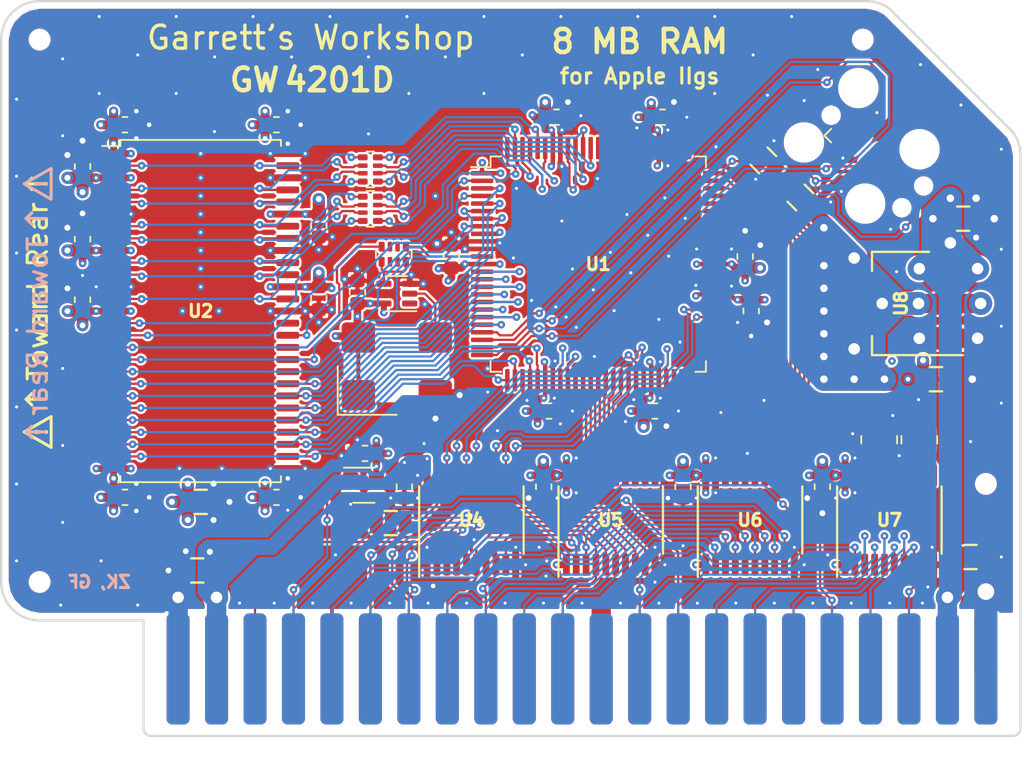
<source format=kicad_pcb>
(kicad_pcb (version 20171130) (host pcbnew "(5.1.5-0-10_14)")
  (title_block (title "GW4203D (RAM2GS II)") (date 2020-08-02) (rev 1.0) (company "Garrett's Workshop"))
  (layers (0 F.Cu signal) (1 In1.Cu power) (2 In2.Cu power) (31 B.Cu signal) (34 B.Paste user) (35 F.Paste user) (36 B.SilkS user) (37 F.SilkS user) (38 B.Mask user) (39 F.Mask user) (44 Edge.Cuts user))
  (net 0 "")
  (net 1 GND)
  (net 2 /FA15)
  (net 3 /FA14)
  (net 4 /FA13)
  (net 5 /FA12)
  (net 6 /FA11)
  (net 7 /FA10)
  (net 8 /~CRAS~)
  (net 9 /ABORT)
  (net 10 /PH2)
  (net 11 /~CSEL~)
  (net 12 /~CROMSEL~)
  (net 13 /CROW1)
  (net 14 /CROW0)
  (net 15 /~CCAS~)
  (net 16 /~FWE~)
  (net 17 /FRA1)
  (net 18 /FRA2)
  (net 19 /FRA0)
  (net 20 /FRA7)
  (net 21 /FRA5)
  (net 22 /FRA4)
  (net 23 /FRA3)
  (net 24 /FRA6)
  (net 25 /FRA8)
  (net 26 /FRA9)
  (net 27 /FD2)
  (net 28 /FD7)
  (net 29 /FD0)
  (net 30 /FD6)
  (net 31 /FD4)
  (net 32 /FD5)
  (net 33 /FD3)
  (net 34 /FD1)
  (net 35 "Net-(RN1-Pad1)")
  (net 36 /AClk)
  (net 37 /RClk)
  (net 38 "Net-(U1-Pad58)")
  (net 39 "Net-(U1-Pad61)")
  (net 40 "Net-(U1-Pad62)")
  (net 41 "Net-(U1-Pad64)")
  (net 42 "Net-(U1-Pad66)")
  (net 43 "Net-(U1-Pad75)")
  (net 44 "Net-(U1-Pad76)")
  (net 45 "Net-(U1-Pad77)")
  (net 46 "Net-(U1-Pad78)")
  (net 47 "Net-(U1-Pad81)")
  (net 48 "Net-(U1-Pad82)")
  (net 49 "Net-(U1-Pad83)")
  (net 50 "Net-(U1-Pad84)")
  (net 51 "Net-(U1-Pad85)")
  (net 52 "Net-(U1-Pad86)")
  (net 53 "Net-(U1-Pad87)")
  (net 54 "Net-(U1-Pad88)")
  (net 55 "Net-(U2-Pad36)")
  (net 56 +3V3)
  (net 57 /Dout5)
  (net 58 /Dout6)
  (net 59 /Dout4)
  (net 60 /Dout7)
  (net 61 /Dout2)
  (net 62 /Dout1)
  (net 63 /Dout0)
  (net 64 /Dout3)
  (net 65 /Din3)
  (net 66 /Din0)
  (net 67 /Din1)
  (net 68 /Din2)
  (net 69 /Din7)
  (net 70 /Din4)
  (net 71 /Din6)
  (net 72 /Din5)
  (net 73 /~WE~in)
  (net 74 /Ain0)
  (net 75 /Ain2)
  (net 76 /Ain1)
  (net 77 /PH2in)
  (net 78 /~CCAS~in)
  (net 79 /CROWin0)
  (net 80 /CROWin1)
  (net 81 /~CRAS~in)
  (net 82 /RD0)
  (net 83 /RD2)
  (net 84 /RD1)
  (net 85 /RD3)
  (net 86 /RD1r)
  (net 87 /RD0r)
  (net 88 /RD2r)
  (net 89 /RD3r)
  (net 90 /RD7r)
  (net 91 /RD6r)
  (net 92 /RD4r)
  (net 93 /RD5r)
  (net 94 /RD7)
  (net 95 /RD5)
  (net 96 /RD6)
  (net 97 /RD4)
  (net 98 "Net-(U1-Pad1)")
  (net 99 /Ain7)
  (net 100 /Ain5)
  (net 101 /Ain4)
  (net 102 /Ain3)
  (net 103 /Ain6)
  (net 104 /Ain8)
  (net 105 /Ain9)
  (net 106 /DQMH)
  (net 107 /CKE)
  (net 108 /RA11)
  (net 109 /RA9)
  (net 110 /RA8)
  (net 111 /RA7)
  (net 112 /RA6)
  (net 113 /RA5)
  (net 114 /RA4)
  (net 115 /RA3)
  (net 116 /RA2)
  (net 117 /RA1)
  (net 118 /RA0)
  (net 119 /RA10)
  (net 120 /BA1)
  (net 121 /BA0)
  (net 122 /R~CS~)
  (net 123 /R~RAS~)
  (net 124 /R~CAS~)
  (net 125 /R~WE~)
  (net 126 /DQML)
  (net 127 "Net-(RN4-Pad1)")
  (net 128 "Net-(RN4-Pad3)")
  (net 129 "Net-(RN4-Pad2)")
  (net 130 "Net-(RN4-Pad4)")
  (net 131 "Net-(RN5-Pad4)")
  (net 132 "Net-(RN5-Pad2)")
  (net 133 "Net-(RN5-Pad3)")
  (net 134 "Net-(RN5-Pad1)")
  (net 135 "Net-(U10-Pad2)")
  (net 136 /TDI)
  (net 137 "Net-(J2-Pad8)")
  (net 138 "Net-(J2-Pad7)")
  (net 139 "Net-(J2-Pad6)")
  (net 140 /TMS)
  (net 141 /TDO)
  (net 142 /TCK)
  (net 143 +5V)
  (net 144 "Net-(U9-Pad1)")
  (net 145 "Net-(U10-Pad1)")
  (net 146 "Net-(R3-Pad2)")
  (net 147 "Net-(R3-Pad1)")
  (net 148 "Net-(RN1-Pad6)")
  (net 149 "Net-(RN1-Pad7)")
  (net 150 "Net-(RN1-Pad2)")
  (net 151 "Net-(RN1-Pad3)")
  (module stdpads:TSSOP-20_4.4x6.5mm_P0.65mm (layer F.Cu) (at 77.025 125.45)
    (fp_text reference U4)
    (fp_text value 74AHCT245PW)
    (fp_text user %R (at 0 0) (layer F.SilkS) (effects (font (size 0.8128 0.8128) (thickness 0.2032))))
    (pad 20 smd roundrect (at -2.925 -2.95 90) (size 1.45 0.45) (layers F.Cu F.Paste F.Mask) (net 143 +5V))
    (pad 19 smd roundrect (at -2.275 -2.95 90) (size 1.45 0.45) (layers F.Cu F.Paste F.Mask) (net 146 "Net-(R3-Pad2)"))
    (pad 18 smd roundrect (at -1.625 -2.95 90) (size 1.45 0.45) (layers F.Cu F.Paste F.Mask) (net 63 /Dout0))
    (pad 17 smd roundrect (at -0.975 -2.95 90) (size 1.45 0.45) (layers F.Cu F.Paste F.Mask) (net 58 /Dout6))
    (pad 16 smd roundrect (at -0.325 -2.95 90) (size 1.45 0.45) (layers F.Cu F.Paste F.Mask) (net 60 /Dout7))
    (pad 15 smd roundrect (at 0.325 -2.95 90) (size 1.45 0.45) (layers F.Cu F.Paste F.Mask) (net 59 /Dout4))
    (pad 14 smd roundrect (at 0.975 -2.95 90) (size 1.45 0.45) (layers F.Cu F.Paste F.Mask) (net 57 /Dout5))
    (pad 13 smd roundrect (at 1.625 -2.95 90) (size 1.45 0.45) (layers F.Cu F.Paste F.Mask) (net 64 /Dout3))
    (pad 12 smd roundrect (at 2.275 -2.95 90) (size 1.45 0.45) (layers F.Cu F.Paste F.Mask) (net 62 /Dout1))
    (pad 11 smd roundrect (at 2.925 -2.95 90) (size 1.45 0.45) (layers F.Cu F.Paste F.Mask) (net 61 /Dout2))
    (pad 10 smd roundrect (at 2.925 2.95 90) (size 1.45 0.45) (layers F.Cu F.Paste F.Mask) (net 1 GND))
    (pad 9 smd roundrect (at 2.275 2.95 90) (size 1.45 0.45) (layers F.Cu F.Paste F.Mask) (net 27 /FD2))
    (pad 8 smd roundrect (at 1.625 2.95 90) (size 1.45 0.45) (layers F.Cu F.Paste F.Mask) (net 34 /FD1))
    (pad 7 smd roundrect (at 0.975 2.95 90) (size 1.45 0.45) (layers F.Cu F.Paste F.Mask) (net 33 /FD3))
    (pad 6 smd roundrect (at 0.325 2.95 90) (size 1.45 0.45) (layers F.Cu F.Paste F.Mask) (net 32 /FD5))
    (pad 5 smd roundrect (at -0.325 2.95 90) (size 1.45 0.45) (layers F.Cu F.Paste F.Mask) (net 31 /FD4))
    (pad 4 smd roundrect (at -0.975 2.95 90) (size 1.45 0.45) (layers F.Cu F.Paste F.Mask) (net 28 /FD7))
    (pad 3 smd roundrect (at -1.625 2.95 90) (size 1.45 0.45) (layers F.Cu F.Paste F.Mask) (net 30 /FD6))
    (pad 2 smd roundrect (at -2.275 2.95 90) (size 1.45 0.45) (layers F.Cu F.Paste F.Mask) (net 29 /FD0))
    (pad 1 smd roundrect (at -2.925 2.95 90) (size 1.45 0.45) (layers F.Cu F.Paste F.Mask) (net 1 GND))
  )
  (module stdpads:SOT-353 (layer F.Cu) (at 72.1 110.5)
    (fp_text reference U10)
    (fp_text value 74LVC1G04GW)
    (pad 5 smd roundrect (at -0.85 0.65 180) (size 1 0.4) (layers F.Cu F.Paste F.Mask) (net 56 +3V3))
    (pad 4 smd roundrect (at -0.85 -0.65 180) (size 1 0.4) (layers F.Cu F.Paste F.Mask) (net 35 "Net-(RN1-Pad1)"))
    (pad 2 smd roundrect (at 0.85 0 180) (size 1 0.4) (layers F.Cu F.Paste F.Mask) (net 135 "Net-(U10-Pad2)"))
    (pad 1 smd roundrect (at 0.85 0.65 180) (size 1 0.4) (layers F.Cu F.Paste F.Mask) (net 145 "Net-(U10-Pad1)"))
    (pad 3 smd roundrect (at 0.85 -0.65 180) (size 1 0.4) (layers F.Cu F.Paste F.Mask) (net 1 GND))
  )
  (module stdpads:SOT-353 (layer F.Cu) (at 69.9 123.15 180)
    (fp_text reference U9)
    (fp_text value 74LVC1G04GW)
    (pad 5 smd roundrect (at -0.85 0.65) (size 1 0.4) (layers F.Cu F.Paste F.Mask) (net 56 +3V3))
    (pad 4 smd roundrect (at -0.85 -0.65) (size 1 0.4) (layers F.Cu F.Paste F.Mask) (net 147 "Net-(R3-Pad1)"))
    (pad 2 smd roundrect (at 0.85 0) (size 1 0.4) (layers F.Cu F.Paste F.Mask) (net 11 /~CSEL~))
    (pad 1 smd roundrect (at 0.85 0.65) (size 1 0.4) (layers F.Cu F.Paste F.Mask) (net 144 "Net-(U9-Pad1)"))
    (pad 3 smd roundrect (at 0.85 -0.65) (size 1 0.4) (layers F.Cu F.Paste F.Mask) (net 1 GND))
  )
  (module stdpads:SOT-223 (layer F.Cu) (at 105.387 111.15)
    (fp_text reference U8 (at 0 0 270) (layer F.SilkS) (effects (font (size 0.8128 0.8128) (thickness 0.2032))))
    (fp_text value AZ1117CH-3.3)
    (pad 1 smd roundrect (at 3.15 2.3 180) (size 2 1.5) (layers F.Cu F.Paste F.Mask) (roundrect_rratio 0.2) (net 1 GND))
    (pad 3 smd roundrect (at 3.15 -2.3 180) (size 2 1.5) (layers F.Cu F.Paste F.Mask) (roundrect_rratio 0.2) (net 143 +5V))
    (pad 2 smd roundrect (at 3.15 0 180) (size 2 1.5) (layers F.Cu F.Paste F.Mask) (roundrect_rratio 0.2) (net 56 +3V3))
    (pad 2 smd roundrect (at -3.15 0 180) (size 2 3.8) (layers F.Cu F.Paste F.Mask) (roundrect_rratio 0.15) (net 56 +3V3))
  )
  (module stdpads:TSSOP-20_4.4x6.5mm_P0.65mm (layer F.Cu) (at 95.425 125.45)
    (fp_text reference U6)
    (fp_text value 74LVC245APW)
    (fp_text user %R (at 0 0) (layer F.SilkS) (effects (font (size 0.8128 0.8128) (thickness 0.2032))))
    (pad 20 smd roundrect (at -2.925 -2.95 90) (size 1.45 0.45) (layers F.Cu F.Paste F.Mask) (net 56 +3V3))
    (pad 19 smd roundrect (at -2.275 -2.95 90) (size 1.45 0.45) (layers F.Cu F.Paste F.Mask) (net 1 GND))
    (pad 18 smd roundrect (at -1.625 -2.95 90) (size 1.45 0.45) (layers F.Cu F.Paste F.Mask) (net 73 /~WE~in))
    (pad 17 smd roundrect (at -0.975 -2.95 90) (size 1.45 0.45) (layers F.Cu F.Paste F.Mask) (net 74 /Ain0))
    (pad 16 smd roundrect (at -0.325 -2.95 90) (size 1.45 0.45) (layers F.Cu F.Paste F.Mask) (net 75 /Ain2))
    (pad 15 smd roundrect (at 0.325 -2.95 90) (size 1.45 0.45) (layers F.Cu F.Paste F.Mask) (net 76 /Ain1))
    (pad 14 smd roundrect (at 0.975 -2.95 90) (size 1.45 0.45) (layers F.Cu F.Paste F.Mask) (net 77 /PH2in))
    (pad 13 smd roundrect (at 1.625 -2.95 90) (size 1.45 0.45) (layers F.Cu F.Paste F.Mask) (net 78 /~CCAS~in))
    (pad 12 smd roundrect (at 2.275 -2.95 90) (size 1.45 0.45) (layers F.Cu F.Paste F.Mask) (net 79 /CROWin0))
    (pad 11 smd roundrect (at 2.925 -2.95 90) (size 1.45 0.45) (layers F.Cu F.Paste F.Mask) (net 80 /CROWin1))
    (pad 10 smd roundrect (at 2.925 2.95 90) (size 1.45 0.45) (layers F.Cu F.Paste F.Mask) (net 1 GND))
    (pad 9 smd roundrect (at 2.275 2.95 90) (size 1.45 0.45) (layers F.Cu F.Paste F.Mask) (net 13 /CROW1))
    (pad 8 smd roundrect (at 1.625 2.95 90) (size 1.45 0.45) (layers F.Cu F.Paste F.Mask) (net 14 /CROW0))
    (pad 7 smd roundrect (at 0.975 2.95 90) (size 1.45 0.45) (layers F.Cu F.Paste F.Mask) (net 15 /~CCAS~))
    (pad 6 smd roundrect (at 0.325 2.95 90) (size 1.45 0.45) (layers F.Cu F.Paste F.Mask) (net 10 /PH2))
    (pad 5 smd roundrect (at -0.325 2.95 90) (size 1.45 0.45) (layers F.Cu F.Paste F.Mask) (net 17 /FRA1))
    (pad 4 smd roundrect (at -0.975 2.95 90) (size 1.45 0.45) (layers F.Cu F.Paste F.Mask) (net 18 /FRA2))
    (pad 3 smd roundrect (at -1.625 2.95 90) (size 1.45 0.45) (layers F.Cu F.Paste F.Mask) (net 19 /FRA0))
    (pad 2 smd roundrect (at -2.275 2.95 90) (size 1.45 0.45) (layers F.Cu F.Paste F.Mask) (net 16 /~FWE~))
    (pad 1 smd roundrect (at -2.925 2.95 90) (size 1.45 0.45) (layers F.Cu F.Paste F.Mask) (net 56 +3V3))
  )
  (module stdpads:TSSOP-20_4.4x6.5mm_P0.65mm (layer F.Cu) (at 104.625 125.45)
    (fp_text reference U7)
    (fp_text value 74LVC245APW)
    (fp_text user %R (at 0 0) (layer F.SilkS) (effects (font (size 0.8128 0.8128) (thickness 0.2032))))
    (pad 20 smd roundrect (at -2.925 -2.95 90) (size 1.45 0.45) (layers F.Cu F.Paste F.Mask) (net 56 +3V3))
    (pad 19 smd roundrect (at -2.275 -2.95 90) (size 1.45 0.45) (layers F.Cu F.Paste F.Mask) (net 1 GND))
    (pad 18 smd roundrect (at -1.625 -2.95 90) (size 1.45 0.45) (layers F.Cu F.Paste F.Mask) (net 127 "Net-(RN4-Pad1)"))
    (pad 17 smd roundrect (at -0.975 -2.95 90) (size 1.45 0.45) (layers F.Cu F.Paste F.Mask) (net 129 "Net-(RN4-Pad2)"))
    (pad 16 smd roundrect (at -0.325 -2.95 90) (size 1.45 0.45) (layers F.Cu F.Paste F.Mask) (net 128 "Net-(RN4-Pad3)"))
    (pad 15 smd roundrect (at 0.325 -2.95 90) (size 1.45 0.45) (layers F.Cu F.Paste F.Mask) (net 130 "Net-(RN4-Pad4)"))
    (pad 14 smd roundrect (at 0.975 -2.95 90) (size 1.45 0.45) (layers F.Cu F.Paste F.Mask) (net 134 "Net-(RN5-Pad1)"))
    (pad 13 smd roundrect (at 1.625 -2.95 90) (size 1.45 0.45) (layers F.Cu F.Paste F.Mask) (net 132 "Net-(RN5-Pad2)"))
    (pad 12 smd roundrect (at 2.275 -2.95 90) (size 1.45 0.45) (layers F.Cu F.Paste F.Mask) (net 133 "Net-(RN5-Pad3)"))
    (pad 11 smd roundrect (at 2.925 -2.95 90) (size 1.45 0.45) (layers F.Cu F.Paste F.Mask) (net 131 "Net-(RN5-Pad4)"))
    (pad 10 smd roundrect (at 2.925 2.95 90) (size 1.45 0.45) (layers F.Cu F.Paste F.Mask) (net 1 GND))
    (pad 9 smd roundrect (at 2.275 2.95 90) (size 1.45 0.45) (layers F.Cu F.Paste F.Mask) (net 26 /FRA9))
    (pad 8 smd roundrect (at 1.625 2.95 90) (size 1.45 0.45) (layers F.Cu F.Paste F.Mask) (net 25 /FRA8))
    (pad 7 smd roundrect (at 0.975 2.95 90) (size 1.45 0.45) (layers F.Cu F.Paste F.Mask) (net 24 /FRA6))
    (pad 6 smd roundrect (at 0.325 2.95 90) (size 1.45 0.45) (layers F.Cu F.Paste F.Mask) (net 23 /FRA3))
    (pad 5 smd roundrect (at -0.325 2.95 90) (size 1.45 0.45) (layers F.Cu F.Paste F.Mask) (net 22 /FRA4))
    (pad 4 smd roundrect (at -0.975 2.95 90) (size 1.45 0.45) (layers F.Cu F.Paste F.Mask) (net 21 /FRA5))
    (pad 3 smd roundrect (at -1.625 2.95 90) (size 1.45 0.45) (layers F.Cu F.Paste F.Mask) (net 20 /FRA7))
    (pad 2 smd roundrect (at -2.275 2.95 90) (size 1.45 0.45) (layers F.Cu F.Paste F.Mask) (net 8 /~CRAS~))
    (pad 1 smd roundrect (at -2.925 2.95 90) (size 1.45 0.45) (layers F.Cu F.Paste F.Mask) (net 56 +3V3))
  )
  (module stdpads:TSSOP-20_4.4x6.5mm_P0.65mm (layer F.Cu) (at 86.225 125.45)
    (fp_text reference U5)
    (fp_text value 74LVC245APW)
    (fp_text user %R (at 0 0) (layer F.SilkS) (effects (font (size 0.8128 0.8128) (thickness 0.2032))))
    (pad 20 smd roundrect (at -2.925 -2.95 90) (size 1.45 0.45) (layers F.Cu F.Paste F.Mask) (net 56 +3V3))
    (pad 19 smd roundrect (at -2.275 -2.95 90) (size 1.45 0.45) (layers F.Cu F.Paste F.Mask) (net 1 GND))
    (pad 18 smd roundrect (at -1.625 -2.95 90) (size 1.45 0.45) (layers F.Cu F.Paste F.Mask) (net 68 /Din2))
    (pad 17 smd roundrect (at -0.975 -2.95 90) (size 1.45 0.45) (layers F.Cu F.Paste F.Mask) (net 67 /Din1))
    (pad 16 smd roundrect (at -0.325 -2.95 90) (size 1.45 0.45) (layers F.Cu F.Paste F.Mask) (net 65 /Din3))
    (pad 15 smd roundrect (at 0.325 -2.95 90) (size 1.45 0.45) (layers F.Cu F.Paste F.Mask) (net 72 /Din5))
    (pad 14 smd roundrect (at 0.975 -2.95 90) (size 1.45 0.45) (layers F.Cu F.Paste F.Mask) (net 70 /Din4))
    (pad 13 smd roundrect (at 1.625 -2.95 90) (size 1.45 0.45) (layers F.Cu F.Paste F.Mask) (net 69 /Din7))
    (pad 12 smd roundrect (at 2.275 -2.95 90) (size 1.45 0.45) (layers F.Cu F.Paste F.Mask) (net 71 /Din6))
    (pad 11 smd roundrect (at 2.925 -2.95 90) (size 1.45 0.45) (layers F.Cu F.Paste F.Mask) (net 66 /Din0))
    (pad 10 smd roundrect (at 2.925 2.95 90) (size 1.45 0.45) (layers F.Cu F.Paste F.Mask) (net 1 GND))
    (pad 9 smd roundrect (at 2.275 2.95 90) (size 1.45 0.45) (layers F.Cu F.Paste F.Mask) (net 29 /FD0))
    (pad 8 smd roundrect (at 1.625 2.95 90) (size 1.45 0.45) (layers F.Cu F.Paste F.Mask) (net 30 /FD6))
    (pad 7 smd roundrect (at 0.975 2.95 90) (size 1.45 0.45) (layers F.Cu F.Paste F.Mask) (net 28 /FD7))
    (pad 6 smd roundrect (at 0.325 2.95 90) (size 1.45 0.45) (layers F.Cu F.Paste F.Mask) (net 31 /FD4))
    (pad 5 smd roundrect (at -0.325 2.95 90) (size 1.45 0.45) (layers F.Cu F.Paste F.Mask) (net 32 /FD5))
    (pad 4 smd roundrect (at -0.975 2.95 90) (size 1.45 0.45) (layers F.Cu F.Paste F.Mask) (net 33 /FD3))
    (pad 3 smd roundrect (at -1.625 2.95 90) (size 1.45 0.45) (layers F.Cu F.Paste F.Mask) (net 34 /FD1))
    (pad 2 smd roundrect (at -2.275 2.95 90) (size 1.45 0.45) (layers F.Cu F.Paste F.Mask) (net 27 /FD2))
    (pad 1 smd roundrect (at -2.925 2.95 90) (size 1.45 0.45) (layers F.Cu F.Paste F.Mask) (net 56 +3V3))
  )
  (module stdpads:TQFP-100_14x14mm_P0.5mm (layer F.Cu) (at 85.4 108.55 270)
    (fp_text reference U1)
    (fp_text value EPM240T100C5N)
    (fp_text user %R (at 0 0) (layer F.SilkS) (effects (font (size 0.8128 0.8128) (thickness 0.2032))))
    (pad 1 smd roundrect (at -6 7.6625) (size 1.475 0.3) (layers F.Cu F.Paste F.Mask) (net 98 "Net-(U1-Pad1)"))
    (pad 2 smd roundrect (at -5.5 7.6625) (size 1.475 0.3) (layers F.Cu F.Paste F.Mask) (net 106 /DQMH))
    (pad 3 smd roundrect (at -5 7.6625) (size 1.475 0.3) (layers F.Cu F.Paste F.Mask) (net 122 /R~CS~))
    (pad 4 smd roundrect (at -4.5 7.6625) (size 1.475 0.3) (layers F.Cu F.Paste F.Mask) (net 124 /R~CAS~))
    (pad 5 smd roundrect (at -4 7.6625) (size 1.475 0.3) (layers F.Cu F.Paste F.Mask) (net 121 /BA0))
    (pad 6 smd roundrect (at -3.5 7.6625) (size 1.475 0.3) (layers F.Cu F.Paste F.Mask) (net 123 /R~RAS~))
    (pad 7 smd roundrect (at -3 7.6625) (size 1.475 0.3) (layers F.Cu F.Paste F.Mask) (net 108 /RA11))
    (pad 8 smd roundrect (at -2.5 7.6625) (size 1.475 0.3) (layers F.Cu F.Paste F.Mask) (net 107 /CKE))
    (pad 9 smd roundrect (at -2 7.6625) (size 1.475 0.3) (layers F.Cu F.Paste F.Mask) (net 56 +3V3))
    (pad 10 smd roundrect (at -1.5 7.6625) (size 1.475 0.3) (layers F.Cu F.Paste F.Mask) (net 1 GND))
    (pad 11 smd roundrect (at -1 7.6625) (size 1.475 0.3) (layers F.Cu F.Paste F.Mask) (net 1 GND))
    (pad 12 smd roundrect (at -0.5 7.6625) (size 1.475 0.3) (layers F.Cu F.Paste F.Mask) (net 36 /AClk))
    (pad 13 smd roundrect (at 0 7.6625) (size 1.475 0.3) (layers F.Cu F.Paste F.Mask) (net 56 +3V3))
    (pad 14 smd roundrect (at 0.5 7.6625) (size 1.475 0.3) (layers F.Cu F.Paste F.Mask) (net 120 /BA1))
    (pad 15 smd roundrect (at 1 7.6625) (size 1.475 0.3) (layers F.Cu F.Paste F.Mask) (net 109 /RA9))
    (pad 16 smd roundrect (at 1.5 7.6625) (size 1.475 0.3) (layers F.Cu F.Paste F.Mask) (net 119 /RA10))
    (pad 17 smd roundrect (at 2 7.6625) (size 1.475 0.3) (layers F.Cu F.Paste F.Mask) (net 110 /RA8))
    (pad 18 smd roundrect (at 2.5 7.6625) (size 1.475 0.3) (layers F.Cu F.Paste F.Mask) (net 118 /RA0))
    (pad 19 smd roundrect (at 3 7.6625) (size 1.475 0.3) (layers F.Cu F.Paste F.Mask) (net 111 /RA7))
    (pad 20 smd roundrect (at 3.5 7.6625) (size 1.475 0.3) (layers F.Cu F.Paste F.Mask) (net 117 /RA1))
    (pad 21 smd roundrect (at 4 7.6625) (size 1.475 0.3) (layers F.Cu F.Paste F.Mask) (net 112 /RA6))
    (pad 22 smd roundrect (at 4.5 7.6625) (size 1.475 0.3) (layers F.Cu F.Paste F.Mask) (net 140 /TMS))
    (pad 23 smd roundrect (at 5 7.6625) (size 1.475 0.3) (layers F.Cu F.Paste F.Mask) (net 136 /TDI))
    (pad 24 smd roundrect (at 5.5 7.6625) (size 1.475 0.3) (layers F.Cu F.Paste F.Mask) (net 142 /TCK))
    (pad 25 smd roundrect (at 6 7.6625) (size 1.475 0.3) (layers F.Cu F.Paste F.Mask) (net 141 /TDO))
    (pad 26 smd roundrect (at 7.6625 6) (size 0.3 1.475) (layers F.Cu F.Paste F.Mask) (net 114 /RA4))
    (pad 27 smd roundrect (at 7.6625 5.5) (size 0.3 1.475) (layers F.Cu F.Paste F.Mask) (net 115 /RA3))
    (pad 28 smd roundrect (at 7.6625 5) (size 0.3 1.475) (layers F.Cu F.Paste F.Mask) (net 57 /Dout5))
    (pad 29 smd roundrect (at 7.6625 4.5) (size 0.3 1.475) (layers F.Cu F.Paste F.Mask) (net 113 /RA5))
    (pad 30 smd roundrect (at 7.6625 4) (size 0.3 1.475) (layers F.Cu F.Paste F.Mask) (net 116 /RA2))
    (pad 31 smd roundrect (at 7.6625 3.5) (size 0.3 1.475) (layers F.Cu F.Paste F.Mask) (net 56 +3V3))
    (pad 32 smd roundrect (at 7.6625 3) (size 0.3 1.475) (layers F.Cu F.Paste F.Mask) (net 1 GND))
    (pad 33 smd roundrect (at 7.6625 2.5) (size 0.3 1.475) (layers F.Cu F.Paste F.Mask) (net 63 /Dout0))
    (pad 34 smd roundrect (at 7.6625 2) (size 0.3 1.475) (layers F.Cu F.Paste F.Mask) (net 58 /Dout6))
    (pad 35 smd roundrect (at 7.6625 1.5) (size 0.3 1.475) (layers F.Cu F.Paste F.Mask) (net 68 /Din2))
    (pad 36 smd roundrect (at 7.6625 1) (size 0.3 1.475) (layers F.Cu F.Paste F.Mask) (net 67 /Din1))
    (pad 37 smd roundrect (at 7.6625 0.5) (size 0.3 1.475) (layers F.Cu F.Paste F.Mask) (net 65 /Din3))
    (pad 38 smd roundrect (at 7.6625 0) (size 0.3 1.475) (layers F.Cu F.Paste F.Mask) (net 72 /Din5))
    (pad 39 smd roundrect (at 7.6625 -0.5) (size 0.3 1.475) (layers F.Cu F.Paste F.Mask) (net 70 /Din4))
    (pad 40 smd roundrect (at 7.6625 -1) (size 0.3 1.475) (layers F.Cu F.Paste F.Mask) (net 69 /Din7))
    (pad 41 smd roundrect (at 7.6625 -1.5) (size 0.3 1.475) (layers F.Cu F.Paste F.Mask) (net 71 /Din6))
    (pad 42 smd roundrect (at 7.6625 -2) (size 0.3 1.475) (layers F.Cu F.Paste F.Mask) (net 66 /Din0))
    (pad 43 smd roundrect (at 7.6625 -2.5) (size 0.3 1.475) (layers F.Cu F.Paste F.Mask) (net 60 /Dout7))
    (pad 44 smd roundrect (at 7.6625 -3) (size 0.3 1.475) (layers F.Cu F.Paste F.Mask) (net 59 /Dout4))
    (pad 45 smd roundrect (at 7.6625 -3.5) (size 0.3 1.475) (layers F.Cu F.Paste F.Mask) (net 56 +3V3))
    (pad 46 smd roundrect (at 7.6625 -4) (size 0.3 1.475) (layers F.Cu F.Paste F.Mask) (net 1 GND))
    (pad 47 smd roundrect (at 7.6625 -4.5) (size 0.3 1.475) (layers F.Cu F.Paste F.Mask) (net 64 /Dout3))
    (pad 48 smd roundrect (at 7.6625 -5) (size 0.3 1.475) (layers F.Cu F.Paste F.Mask) (net 73 /~WE~in))
    (pad 49 smd roundrect (at 7.6625 -5.5) (size 0.3 1.475) (layers F.Cu F.Paste F.Mask) (net 74 /Ain0))
    (pad 50 smd roundrect (at 7.6625 -6) (size 0.3 1.475) (layers F.Cu F.Paste F.Mask) (net 75 /Ain2))
    (pad 51 smd roundrect (at 6 -7.6625) (size 1.475 0.3) (layers F.Cu F.Paste F.Mask) (net 76 /Ain1))
    (pad 52 smd roundrect (at 5.5 -7.6625) (size 1.475 0.3) (layers F.Cu F.Paste F.Mask) (net 77 /PH2in))
    (pad 53 smd roundrect (at 5 -7.6625) (size 1.475 0.3) (layers F.Cu F.Paste F.Mask) (net 78 /~CCAS~in))
    (pad 54 smd roundrect (at 4.5 -7.6625) (size 1.475 0.3) (layers F.Cu F.Paste F.Mask) (net 79 /CROWin0))
    (pad 55 smd roundrect (at 4 -7.6625) (size 1.475 0.3) (layers F.Cu F.Paste F.Mask) (net 80 /CROWin1))
    (pad 56 smd roundrect (at 3.5 -7.6625) (size 1.475 0.3) (layers F.Cu F.Paste F.Mask) (net 61 /Dout2))
    (pad 57 smd roundrect (at 3 -7.6625) (size 1.475 0.3) (layers F.Cu F.Paste F.Mask) (net 62 /Dout1))
    (pad 58 smd roundrect (at 2.5 -7.6625) (size 1.475 0.3) (layers F.Cu F.Paste F.Mask) (net 38 "Net-(U1-Pad58)"))
    (pad 59 smd roundrect (at 2 -7.6625) (size 1.475 0.3) (layers F.Cu F.Paste F.Mask) (net 56 +3V3))
    (pad 60 smd roundrect (at 1.5 -7.6625) (size 1.475 0.3) (layers F.Cu F.Paste F.Mask) (net 1 GND))
    (pad 61 smd roundrect (at 1 -7.6625) (size 1.475 0.3) (layers F.Cu F.Paste F.Mask) (net 39 "Net-(U1-Pad61)"))
    (pad 62 smd roundrect (at 0.5 -7.6625) (size 1.475 0.3) (layers F.Cu F.Paste F.Mask) (net 40 "Net-(U1-Pad62)"))
    (pad 63 smd roundrect (at 0 -7.6625) (size 1.475 0.3) (layers F.Cu F.Paste F.Mask) (net 56 +3V3))
    (pad 64 smd roundrect (at -0.5 -7.6625) (size 1.475 0.3) (layers F.Cu F.Paste F.Mask) (net 41 "Net-(U1-Pad64)"))
    (pad 65 smd roundrect (at -1 -7.6625) (size 1.475 0.3) (layers F.Cu F.Paste F.Mask) (net 1 GND))
    (pad 66 smd roundrect (at -1.5 -7.6625) (size 1.475 0.3) (layers F.Cu F.Paste F.Mask) (net 42 "Net-(U1-Pad66)"))
    (pad 67 smd roundrect (at -2 -7.6625) (size 1.475 0.3) (layers F.Cu F.Paste F.Mask) (net 81 /~CRAS~in))
    (pad 68 smd roundrect (at -2.5 -7.6625) (size 1.475 0.3) (layers F.Cu F.Paste F.Mask) (net 99 /Ain7))
    (pad 69 smd roundrect (at -3 -7.6625) (size 1.475 0.3) (layers F.Cu F.Paste F.Mask) (net 100 /Ain5))
    (pad 70 smd roundrect (at -3.5 -7.6625) (size 1.475 0.3) (layers F.Cu F.Paste F.Mask) (net 101 /Ain4))
    (pad 71 smd roundrect (at -4 -7.6625) (size 1.475 0.3) (layers F.Cu F.Paste F.Mask) (net 102 /Ain3))
    (pad 72 smd roundrect (at -4.5 -7.6625) (size 1.475 0.3) (layers F.Cu F.Paste F.Mask) (net 103 /Ain6))
    (pad 73 smd roundrect (at -5 -7.6625) (size 1.475 0.3) (layers F.Cu F.Paste F.Mask) (net 104 /Ain8))
    (pad 74 smd roundrect (at -5.5 -7.6625) (size 1.475 0.3) (layers F.Cu F.Paste F.Mask) (net 105 /Ain9))
    (pad 75 smd roundrect (at -6 -7.6625) (size 1.475 0.3) (layers F.Cu F.Paste F.Mask) (net 43 "Net-(U1-Pad75)"))
    (pad 76 smd roundrect (at -7.6625 -6) (size 0.3 1.475) (layers F.Cu F.Paste F.Mask) (net 44 "Net-(U1-Pad76)"))
    (pad 77 smd roundrect (at -7.6625 -5.5) (size 0.3 1.475) (layers F.Cu F.Paste F.Mask) (net 45 "Net-(U1-Pad77)"))
    (pad 78 smd roundrect (at -7.6625 -5) (size 0.3 1.475) (layers F.Cu F.Paste F.Mask) (net 46 "Net-(U1-Pad78)"))
    (pad 79 smd roundrect (at -7.6625 -4.5) (size 0.3 1.475) (layers F.Cu F.Paste F.Mask) (net 1 GND))
    (pad 80 smd roundrect (at -7.6625 -4) (size 0.3 1.475) (layers F.Cu F.Paste F.Mask) (net 56 +3V3))
    (pad 81 smd roundrect (at -7.6625 -3.5) (size 0.3 1.475) (layers F.Cu F.Paste F.Mask) (net 47 "Net-(U1-Pad81)"))
    (pad 82 smd roundrect (at -7.6625 -3) (size 0.3 1.475) (layers F.Cu F.Paste F.Mask) (net 48 "Net-(U1-Pad82)"))
    (pad 83 smd roundrect (at -7.6625 -2.5) (size 0.3 1.475) (layers F.Cu F.Paste F.Mask) (net 49 "Net-(U1-Pad83)"))
    (pad 84 smd roundrect (at -7.6625 -2) (size 0.3 1.475) (layers F.Cu F.Paste F.Mask) (net 50 "Net-(U1-Pad84)"))
    (pad 85 smd roundrect (at -7.6625 -1.5) (size 0.3 1.475) (layers F.Cu F.Paste F.Mask) (net 51 "Net-(U1-Pad85)"))
    (pad 86 smd roundrect (at -7.6625 -1) (size 0.3 1.475) (layers F.Cu F.Paste F.Mask) (net 52 "Net-(U1-Pad86)"))
    (pad 87 smd roundrect (at -7.6625 -0.5) (size 0.3 1.475) (layers F.Cu F.Paste F.Mask) (net 53 "Net-(U1-Pad87)"))
    (pad 88 smd roundrect (at -7.6625 0) (size 0.3 1.475) (layers F.Cu F.Paste F.Mask) (net 54 "Net-(U1-Pad88)"))
    (pad 89 smd roundrect (at -7.6625 0.5) (size 0.3 1.475) (layers F.Cu F.Paste F.Mask) (net 88 /RD2r))
    (pad 90 smd roundrect (at -7.6625 1) (size 0.3 1.475) (layers F.Cu F.Paste F.Mask) (net 86 /RD1r))
    (pad 91 smd roundrect (at -7.6625 1.5) (size 0.3 1.475) (layers F.Cu F.Paste F.Mask) (net 93 /RD5r))
    (pad 92 smd roundrect (at -7.6625 2) (size 0.3 1.475) (layers F.Cu F.Paste F.Mask) (net 92 /RD4r))
    (pad 93 smd roundrect (at -7.6625 2.5) (size 0.3 1.475) (layers F.Cu F.Paste F.Mask) (net 1 GND))
    (pad 94 smd roundrect (at -7.6625 3) (size 0.3 1.475) (layers F.Cu F.Paste F.Mask) (net 56 +3V3))
    (pad 95 smd roundrect (at -7.6625 3.5) (size 0.3 1.475) (layers F.Cu F.Paste F.Mask) (net 91 /RD6r))
    (pad 96 smd roundrect (at -7.6625 4) (size 0.3 1.475) (layers F.Cu F.Paste F.Mask) (net 87 /RD0r))
    (pad 97 smd roundrect (at -7.6625 4.5) (size 0.3 1.475) (layers F.Cu F.Paste F.Mask) (net 90 /RD7r))
    (pad 98 smd roundrect (at -7.6625 5) (size 0.3 1.475) (layers F.Cu F.Paste F.Mask) (net 126 /DQML))
    (pad 99 smd roundrect (at -7.6625 5.5) (size 0.3 1.475) (layers F.Cu F.Paste F.Mask) (net 89 /RD3r))
    (pad 100 smd roundrect (at -7.6625 6) (size 0.3 1.475) (layers F.Cu F.Paste F.Mask) (net 125 /R~WE~))
  )
  (module stdpads:C_0603 (layer F.Cu) (at 54.15 99.35)
    (fp_text reference C17)
    (fp_text value 2u2)
    (pad 2 smd roundrect (at 0.75 0) (size 0.85 0.95) (layers F.Cu F.Paste F.Mask) (net 1 GND))
    (pad 1 smd roundrect (at -0.75 0) (size 0.85 0.95) (layers F.Cu F.Paste F.Mask) (net 56 +3V3))
  )
  (module stdpads:C_0805 (layer F.Cu) (at 59.15 124.25)
    (fp_text reference C26)
    (fp_text value 10u)
    (pad 2 smd roundrect (at 0.85 0) (size 1.05 1.4) (layers F.Cu F.Paste F.Mask) (net 1 GND))
    (pad 1 smd roundrect (at -0.85 0) (size 1.05 1.4) (layers F.Cu F.Paste F.Mask) (net 56 +3V3))
  )
  (module stdpads:C_0603 (layer F.Cu) (at 70 121.05 180)
    (fp_text reference C27)
    (fp_text value 2u2)
    (pad 2 smd roundrect (at 0.75 0 180) (size 0.85 0.95) (layers F.Cu F.Paste F.Mask) (net 1 GND))
    (pad 1 smd roundrect (at -0.75 0 180) (size 0.85 0.95) (layers F.Cu F.Paste F.Mask) (net 56 +3V3))
  )
  (module stdpads:C_0603 (layer F.Cu) (at 69.5 110.4 90)
    (fp_text reference C10)
    (fp_text value 2u2)
    (pad 2 smd roundrect (at 0.75 0 90) (size 0.85 0.95) (layers F.Cu F.Paste F.Mask) (net 1 GND))
    (pad 1 smd roundrect (at -0.75 0 90) (size 0.85 0.95) (layers F.Cu F.Paste F.Mask) (net 56 +3V3))
  )
  (module stdpads:AppleIIgsMemoryExpansion_Edge (layer F.Cu) (at 84.328 135.382)
    (fp_text reference J1)
    (fp_text value "Memory Expansion")
    (pad 1 smd roundrect (at 26.67 -0.1) (size 1.524 7.34) (layers B.Cu B.Mask) (net 1 GND))
    (pad 2 smd roundrect (at 24.13 -0.1) (size 1.524 7.34) (layers B.Cu B.Mask) (net 143 +5V))
    (pad 3 smd roundrect (at 21.59 -0.1) (size 1.524 7.34) (layers B.Cu B.Mask) (net 26 /FRA9))
    (pad 4 smd roundrect (at 19.05 -0.1) (size 1.524 7.34) (layers B.Cu B.Mask) (net 25 /FRA8))
    (pad 5 smd roundrect (at 16.51 -0.1) (size 1.524 7.34) (layers B.Cu B.Mask) (net 27 /FD2))
    (pad 6 smd roundrect (at 13.97 -0.1) (size 1.524 7.34) (layers B.Cu B.Mask) (net 24 /FRA6))
    (pad 7 smd roundrect (at 11.43 -0.1) (size 1.524 7.34) (layers B.Cu B.Mask) (net 23 /FRA3))
    (pad 8 smd roundrect (at 8.89 -0.1) (size 1.524 7.34) (layers B.Cu B.Mask) (net 22 /FRA4))
    (pad 9 smd roundrect (at 6.35 -0.1) (size 1.524 7.34) (layers B.Cu B.Mask) (net 21 /FRA5))
    (pad 10 smd roundrect (at 3.81 -0.1) (size 1.524 7.34) (layers B.Cu B.Mask) (net 20 /FRA7))
    (pad 11 smd roundrect (at 1.27 -0.1) (size 1.524 7.34) (layers B.Cu B.Mask) (net 143 +5V))
    (pad 12 smd roundrect (at -1.27 -0.1) (size 1.524 7.34) (layers B.Cu B.Mask) (net 16 /~FWE~))
    (pad 13 smd roundrect (at -3.81 -0.1) (size 1.524 7.34) (layers B.Cu B.Mask) (net 19 /FRA0))
    (pad 14 smd roundrect (at -6.35 -0.1) (size 1.524 7.34) (layers B.Cu B.Mask) (net 18 /FRA2))
    (pad 15 smd roundrect (at -8.89 -0.1) (size 1.524 7.34) (layers B.Cu B.Mask) (net 17 /FRA1))
    (pad 16 smd roundrect (at -11.43 -0.1) (size 1.524 7.34) (layers B.Cu B.Mask) (net 28 /FD7))
    (pad 17 smd roundrect (at -13.97 -0.1) (size 1.524 7.34) (layers B.Cu B.Mask) (net 15 /~CCAS~))
    (pad 18 smd roundrect (at -16.51 -0.1) (size 1.524 7.34) (layers B.Cu B.Mask) (net 14 /CROW0))
    (pad 19 smd roundrect (at -19.05 -0.1) (size 1.524 7.34) (layers B.Cu B.Mask) (net 13 /CROW1))
    (pad 20 smd roundrect (at -21.59 -0.1) (size 1.524 7.34) (layers B.Cu B.Mask) (net 12 /~CROMSEL~))
    (pad 21 smd roundrect (at -24.13 -0.1) (size 1.524 7.34) (layers B.Cu B.Mask) (net 143 +5V))
    (pad 22 smd roundrect (at -26.67 -0.1) (size 1.524 7.34) (layers B.Cu B.Mask) (net 1 GND))
    (pad 23 smd roundrect (at -26.67 -0.1) (size 1.524 7.34) (layers F.Cu F.Mask) (net 1 GND))
    (pad 24 smd roundrect (at -24.13 -0.1) (size 1.524 7.34) (layers F.Cu F.Mask) (net 143 +5V))
    (pad 25 smd roundrect (at -21.59 -0.1) (size 1.524 7.34) (layers F.Cu F.Mask) (net 29 /FD0))
    (pad 26 smd roundrect (at -19.05 -0.1) (size 1.524 7.34) (layers F.Cu F.Mask) (net 11 /~CSEL~))
    (pad 27 smd roundrect (at -16.51 -0.1) (size 1.524 7.34) (layers F.Cu F.Mask) (net 1 GND))
    (pad 28 smd roundrect (at -13.97 -0.1) (size 1.524 7.34) (layers F.Cu F.Mask) (net 30 /FD6))
    (pad 29 smd roundrect (at -11.43 -0.1) (size 1.524 7.34) (layers F.Cu F.Mask) (net 31 /FD4))
    (pad 30 smd roundrect (at -8.89 -0.1) (size 1.524 7.34) (layers F.Cu F.Mask) (net 32 /FD5))
    (pad 31 smd roundrect (at -6.35 -0.1) (size 1.524 7.34) (layers F.Cu F.Mask) (net 10 /PH2))
    (pad 32 smd roundrect (at -3.81 -0.1) (size 1.524 7.34) (layers F.Cu F.Mask) (net 9 /ABORT))
    (pad 33 smd roundrect (at -1.27 -0.1) (size 1.524 7.34) (layers F.Cu F.Mask) (net 33 /FD3))
    (pad 34 smd roundrect (at 1.27 -0.1) (size 1.524 7.34) (layers F.Cu F.Mask) (net 1 GND))
    (pad 35 smd roundrect (at 3.81 -0.1) (size 1.524 7.34) (layers F.Cu F.Mask) (net 8 /~CRAS~))
    (pad 36 smd roundrect (at 6.35 -0.1) (size 1.524 7.34) (layers F.Cu F.Mask) (net 34 /FD1))
    (pad 37 smd roundrect (at 8.89 -0.1) (size 1.524 7.34) (layers F.Cu F.Mask) (net 7 /FA10))
    (pad 38 smd roundrect (at 11.43 -0.1) (size 1.524 7.34) (layers F.Cu F.Mask) (net 6 /FA11))
    (pad 39 smd roundrect (at 13.97 -0.1) (size 1.524 7.34) (layers F.Cu F.Mask) (net 5 /FA12))
    (pad 40 smd roundrect (at 16.51 -0.1) (size 1.524 7.34) (layers F.Cu F.Mask) (net 4 /FA13))
    (pad 41 smd roundrect (at 19.05 -0.1) (size 1.524 7.34) (layers F.Cu F.Mask) (net 3 /FA14))
    (pad 42 smd roundrect (at 21.59 -0.1) (size 1.524 7.34) (layers F.Cu F.Mask) (net 2 /FA15))
    (pad 43 smd roundrect (at 24.13 -0.1) (size 1.524 7.34) (layers F.Cu F.Mask) (net 143 +5V))
    (pad 44 smd roundrect (at 26.67 -0.1) (size 1.524 7.34) (layers F.Cu F.Mask) (net 1 GND))
  )
  (module Connector:Tag-Connect_TC2050-IDC-FP_2x05_P1.27mm_Vertical (layer F.Cu) (at 103.474 101.415 315)
    (fp_text reference J2)
    (fp_text value JTAG)
    (pad "" np_thru_hole circle (at 1.905 -2.54 315) (size 2.3749 2.3749) (drill 2.3749) (layers *.Cu *.Mask))
    (pad "" np_thru_hole circle (at 1.905 2.54 315) (size 2.3749 2.3749) (drill 2.3749) (layers *.Cu *.Mask))
    (pad "" np_thru_hole circle (at -3.81 2.54 315) (size 2.3749 2.3749) (drill 2.3749) (layers *.Cu *.Mask))
    (pad "" np_thru_hole circle (at -3.81 -2.54 315) (size 2.3749 2.3749) (drill 2.3749) (layers *.Cu *.Mask))
    (pad 10 connect circle (at -2.54 -0.635 315) (size 0.7874 0.7874) (layers F.Cu F.Mask) (net 1 GND))
    (pad 9 connect circle (at -1.27 -0.635 315) (size 0.7874 0.7874) (layers F.Cu F.Mask) (net 136 /TDI))
    (pad 8 connect circle (at 0 -0.635 315) (size 0.7874 0.7874) (layers F.Cu F.Mask) (net 137 "Net-(J2-Pad8)"))
    (pad 7 connect circle (at 1.27 -0.635 315) (size 0.7874 0.7874) (layers F.Cu F.Mask) (net 138 "Net-(J2-Pad7)"))
    (pad 6 connect circle (at 2.54 -0.635 315) (size 0.7874 0.7874) (layers F.Cu F.Mask) (net 139 "Net-(J2-Pad6)"))
    (pad 5 connect circle (at 2.54 0.635 315) (size 0.7874 0.7874) (layers F.Cu F.Mask) (net 140 /TMS))
    (pad 4 connect circle (at 1.27 0.635 315) (size 0.7874 0.7874) (layers F.Cu F.Mask) (net 56 +3V3))
    (pad 3 connect circle (at 0 0.635 315) (size 0.7874 0.7874) (layers F.Cu F.Mask) (net 141 /TDO))
    (pad 2 connect circle (at -1.27 0.635 315) (size 0.7874 0.7874) (layers F.Cu F.Mask) (net 1 GND))
    (pad 1 connect circle (at -2.54 0.635 315) (size 0.7874 0.7874) (layers F.Cu F.Mask) (net 142 /TCK))
    (pad "" np_thru_hole circle (at -3.81 0 315) (size 0.9906 0.9906) (drill 0.9906) (layers *.Cu *.Mask))
    (pad "" np_thru_hole circle (at 3.81 1.016 315) (size 0.9906 0.9906) (drill 0.9906) (layers *.Cu *.Mask))
    (pad "" np_thru_hole circle (at 3.81 -1.016 315) (size 0.9906 0.9906) (drill 0.9906) (layers *.Cu *.Mask))
  )
  (module stdpads:TSOP-II-54_22.2x10.16mm_P0.8mm (layer F.Cu) (at 59.15 111.65)
    (fp_text reference U2)
    (fp_text value W9812G6KH-6)
    (fp_text user %R (at 0 0) (layer F.SilkS) (effects (font (size 0.8128 0.8128) (thickness 0.2032))))
    (pad 54 smd roundrect (at 5.75 -10.4) (size 1.51 0.458) (layers F.Cu F.Paste F.Mask) (net 1 GND))
    (pad 53 smd roundrect (at 5.75 -9.6) (size 1.51 0.458) (layers F.Cu F.Paste F.Mask) (net 82 /RD0))
    (pad 52 smd roundrect (at 5.75 -8.8) (size 1.51 0.458) (layers F.Cu F.Paste F.Mask) (net 1 GND))
    (pad 51 smd roundrect (at 5.75 -8) (size 1.51 0.458) (layers F.Cu F.Paste F.Mask) (net 84 /RD1))
    (pad 50 smd roundrect (at 5.75 -7.2) (size 1.51 0.458) (layers F.Cu F.Paste F.Mask) (net 83 /RD2))
    (pad 49 smd roundrect (at 5.75 -6.4) (size 1.51 0.458) (layers F.Cu F.Paste F.Mask) (net 56 +3V3))
    (pad 48 smd roundrect (at 5.75 -5.6) (size 1.51 0.458) (layers F.Cu F.Paste F.Mask) (net 85 /RD3))
    (pad 47 smd roundrect (at 5.75 -4.8) (size 1.51 0.458) (layers F.Cu F.Paste F.Mask) (net 97 /RD4))
    (pad 46 smd roundrect (at 5.75 -4) (size 1.51 0.458) (layers F.Cu F.Paste F.Mask) (net 1 GND))
    (pad 45 smd roundrect (at 5.75 -3.2) (size 1.51 0.458) (layers F.Cu F.Paste F.Mask) (net 95 /RD5))
    (pad 44 smd roundrect (at 5.75 -2.4) (size 1.51 0.458) (layers F.Cu F.Paste F.Mask) (net 96 /RD6))
    (pad 43 smd roundrect (at 5.75 -1.6) (size 1.51 0.458) (layers F.Cu F.Paste F.Mask) (net 56 +3V3))
    (pad 42 smd roundrect (at 5.75 -0.8) (size 1.51 0.458) (layers F.Cu F.Paste F.Mask) (net 94 /RD7))
    (pad 41 smd roundrect (at 5.75 0) (size 1.51 0.458) (layers F.Cu F.Paste F.Mask) (net 1 GND))
    (pad 40 smd roundrect (at 5.75 0.8) (size 1.51 0.458) (layers F.Cu F.Paste F.Mask))
    (pad 39 smd roundrect (at 5.75 1.6) (size 1.51 0.458) (layers F.Cu F.Paste F.Mask) (net 106 /DQMH))
    (pad 38 smd roundrect (at 5.75 2.4) (size 1.51 0.458) (layers F.Cu F.Paste F.Mask) (net 37 /RClk))
    (pad 37 smd roundrect (at 5.75 3.2) (size 1.51 0.458) (layers F.Cu F.Paste F.Mask) (net 107 /CKE))
    (pad 36 smd roundrect (at 5.75 4) (size 1.51 0.458) (layers F.Cu F.Paste F.Mask) (net 55 "Net-(U2-Pad36)"))
    (pad 35 smd roundrect (at 5.75 4.8) (size 1.51 0.458) (layers F.Cu F.Paste F.Mask) (net 108 /RA11))
    (pad 34 smd roundrect (at 5.75 5.6) (size 1.51 0.458) (layers F.Cu F.Paste F.Mask) (net 109 /RA9))
    (pad 33 smd roundrect (at 5.75 6.4) (size 1.51 0.458) (layers F.Cu F.Paste F.Mask) (net 110 /RA8))
    (pad 32 smd roundrect (at 5.75 7.2) (size 1.51 0.458) (layers F.Cu F.Paste F.Mask) (net 111 /RA7))
    (pad 31 smd roundrect (at 5.75 8) (size 1.51 0.458) (layers F.Cu F.Paste F.Mask) (net 112 /RA6))
    (pad 30 smd roundrect (at 5.75 8.8) (size 1.51 0.458) (layers F.Cu F.Paste F.Mask) (net 113 /RA5))
    (pad 29 smd roundrect (at 5.75 9.6) (size 1.51 0.458) (layers F.Cu F.Paste F.Mask) (net 114 /RA4))
    (pad 28 smd roundrect (at 5.75 10.4) (size 1.51 0.458) (layers F.Cu F.Paste F.Mask) (net 1 GND))
    (pad 27 smd roundrect (at -5.75 10.4) (size 1.51 0.458) (layers F.Cu F.Paste F.Mask) (net 56 +3V3))
    (pad 26 smd roundrect (at -5.75 9.6) (size 1.51 0.458) (layers F.Cu F.Paste F.Mask) (net 115 /RA3))
    (pad 25 smd roundrect (at -5.75 8.8) (size 1.51 0.458) (layers F.Cu F.Paste F.Mask) (net 116 /RA2))
    (pad 24 smd roundrect (at -5.75 8) (size 1.51 0.458) (layers F.Cu F.Paste F.Mask) (net 117 /RA1))
    (pad 23 smd roundrect (at -5.75 7.2) (size 1.51 0.458) (layers F.Cu F.Paste F.Mask) (net 118 /RA0))
    (pad 22 smd roundrect (at -5.75 6.4) (size 1.51 0.458) (layers F.Cu F.Paste F.Mask) (net 119 /RA10))
    (pad 21 smd roundrect (at -5.75 5.6) (size 1.51 0.458) (layers F.Cu F.Paste F.Mask) (net 120 /BA1))
    (pad 20 smd roundrect (at -5.75 4.8) (size 1.51 0.458) (layers F.Cu F.Paste F.Mask) (net 121 /BA0))
    (pad 19 smd roundrect (at -5.75 4) (size 1.51 0.458) (layers F.Cu F.Paste F.Mask) (net 122 /R~CS~))
    (pad 18 smd roundrect (at -5.75 3.2) (size 1.51 0.458) (layers F.Cu F.Paste F.Mask) (net 123 /R~RAS~))
    (pad 17 smd roundrect (at -5.75 2.4) (size 1.51 0.458) (layers F.Cu F.Paste F.Mask) (net 124 /R~CAS~))
    (pad 16 smd roundrect (at -5.75 1.6) (size 1.51 0.458) (layers F.Cu F.Paste F.Mask) (net 125 /R~WE~))
    (pad 15 smd roundrect (at -5.75 0.8) (size 1.51 0.458) (layers F.Cu F.Paste F.Mask) (net 126 /DQML))
    (pad 14 smd roundrect (at -5.75 0) (size 1.51 0.458) (layers F.Cu F.Paste F.Mask) (net 56 +3V3))
    (pad 13 smd roundrect (at -5.75 -0.8) (size 1.51 0.458) (layers F.Cu F.Paste F.Mask) (net 94 /RD7))
    (pad 12 smd roundrect (at -5.75 -1.6) (size 1.51 0.458) (layers F.Cu F.Paste F.Mask) (net 1 GND))
    (pad 11 smd roundrect (at -5.75 -2.4) (size 1.51 0.458) (layers F.Cu F.Paste F.Mask) (net 96 /RD6))
    (pad 10 smd roundrect (at -5.75 -3.2) (size 1.51 0.458) (layers F.Cu F.Paste F.Mask) (net 95 /RD5))
    (pad 9 smd roundrect (at -5.75 -4) (size 1.51 0.458) (layers F.Cu F.Paste F.Mask) (net 56 +3V3))
    (pad 8 smd roundrect (at -5.75 -4.8) (size 1.51 0.458) (layers F.Cu F.Paste F.Mask) (net 97 /RD4))
    (pad 7 smd roundrect (at -5.75 -5.6) (size 1.51 0.458) (layers F.Cu F.Paste F.Mask) (net 85 /RD3))
    (pad 6 smd roundrect (at -5.75 -6.4) (size 1.51 0.458) (layers F.Cu F.Paste F.Mask) (net 1 GND))
    (pad 5 smd roundrect (at -5.75 -7.2) (size 1.51 0.458) (layers F.Cu F.Paste F.Mask) (net 83 /RD2))
    (pad 4 smd roundrect (at -5.75 -8) (size 1.51 0.458) (layers F.Cu F.Paste F.Mask) (net 84 /RD1))
    (pad 3 smd roundrect (at -5.75 -8.8) (size 1.51 0.458) (layers F.Cu F.Paste F.Mask) (net 56 +3V3))
    (pad 2 smd roundrect (at -5.75 -9.6) (size 1.51 0.458) (layers F.Cu F.Paste F.Mask) (net 82 /RD0))
    (pad 1 smd roundrect (at -5.75 -10.4) (size 1.51 0.458) (layers F.Cu F.Paste F.Mask) (net 56 +3V3))
  )
  (module stdpads:C_0805 (layer F.Cu) (at 107.7 116.15)
    (fp_text reference C4)
    (fp_text value 10u)
    (pad 2 smd roundrect (at 0.85 0) (size 1.05 1.4) (layers F.Cu F.Paste F.Mask) (net 1 GND))
    (pad 1 smd roundrect (at -0.85 0) (size 1.05 1.4) (layers F.Cu F.Paste F.Mask) (net 56 +3V3))
  )
  (module stdpads:C_0805 (layer F.Cu) (at 109.5 105.55)
    (fp_text reference C3)
    (fp_text value 10u)
    (pad 2 smd roundrect (at 0.85 0) (size 1.05 1.4) (layers F.Cu F.Paste F.Mask) (net 1 GND))
    (pad 1 smd roundrect (at -0.85 0) (size 1.05 1.4) (layers F.Cu F.Paste F.Mask) (net 143 +5V))
  )
  (module stdpads:C_0805 (layer F.Cu) (at 109.982 127.889)
    (fp_text reference C2)
    (fp_text value 10u)
    (pad 2 smd roundrect (at 0.85 0) (size 1.05 1.4) (layers F.Cu F.Paste F.Mask) (net 1 GND))
    (pad 1 smd roundrect (at -0.85 0) (size 1.05 1.4) (layers F.Cu F.Paste F.Mask) (net 143 +5V))
  )
  (module stdpads:C_0805 (layer F.Cu) (at 58.928 128.778 180)
    (fp_text reference C1)
    (fp_text value 10u)
    (pad 2 smd roundrect (at 0.85 0 180) (size 1.05 1.4) (layers F.Cu F.Paste F.Mask) (net 1 GND))
    (pad 1 smd roundrect (at -0.85 0 180) (size 1.05 1.4) (layers F.Cu F.Paste F.Mask) (net 143 +5V))
  )
  (module stdpads:C_0603 (layer F.Cu) (at 72.6 123.25 270)
    (fp_text reference C5)
    (fp_text value 2u2)
    (pad 2 smd roundrect (at 0.75 0 270) (size 0.85 0.95) (layers F.Cu F.Paste F.Mask) (net 1 GND))
    (pad 1 smd roundrect (at -0.75 0 270) (size 0.85 0.95) (layers F.Cu F.Paste F.Mask) (net 143 +5V))
  )
  (module stdpads:C_0603 (layer F.Cu) (at 95.1 108.05 90)
    (fp_text reference C14)
    (fp_text value 2u2)
    (pad 2 smd roundrect (at 0.75 0 90) (size 0.85 0.95) (layers F.Cu F.Paste F.Mask) (net 1 GND))
    (pad 1 smd roundrect (at -0.75 0 90) (size 0.85 0.95) (layers F.Cu F.Paste F.Mask) (net 56 +3V3))
  )
  (module stdpads:C_0603 (layer F.Cu) (at 64.15 123.95)
    (fp_text reference C22)
    (fp_text value 2u2)
    (pad 2 smd roundrect (at 0.75 0) (size 0.85 0.95) (layers F.Cu F.Paste F.Mask) (net 1 GND))
    (pad 1 smd roundrect (at -0.75 0) (size 0.85 0.95) (layers F.Cu F.Paste F.Mask) (net 56 +3V3))
  )
  (module stdpads:C_0603 (layer F.Cu) (at 51.35 102.1 90)
    (fp_text reference C18)
    (fp_text value 2u2)
    (pad 2 smd roundrect (at 0.75 0 90) (size 0.85 0.95) (layers F.Cu F.Paste F.Mask) (net 1 GND))
    (pad 1 smd roundrect (at -0.75 0 90) (size 0.85 0.95) (layers F.Cu F.Paste F.Mask) (net 56 +3V3))
  )
  (module stdpads:C_0603 (layer F.Cu) (at 89.65 98.85)
    (fp_text reference C15)
    (fp_text value 2u2)
    (pad 2 smd roundrect (at 0.75 0) (size 0.85 0.95) (layers F.Cu F.Paste F.Mask) (net 1 GND))
    (pad 1 smd roundrect (at -0.75 0) (size 0.85 0.95) (layers F.Cu F.Paste F.Mask) (net 56 +3V3))
  )
  (module stdpads:C_0603 (layer F.Cu) (at 95.5 111.65 270)
    (fp_text reference C13)
    (fp_text value 2u2)
    (pad 2 smd roundrect (at 0.75 0 270) (size 0.85 0.95) (layers F.Cu F.Paste F.Mask) (net 1 GND))
    (pad 1 smd roundrect (at -0.75 0 270) (size 0.85 0.95) (layers F.Cu F.Paste F.Mask) (net 56 +3V3))
  )
  (module stdpads:C_0603 (layer F.Cu) (at 82.65 98.85)
    (fp_text reference C16)
    (fp_text value 2u2)
    (pad 2 smd roundrect (at 0.75 0) (size 0.85 0.95) (layers F.Cu F.Paste F.Mask) (net 1 GND))
    (pad 1 smd roundrect (at -0.75 0) (size 0.85 0.95) (layers F.Cu F.Paste F.Mask) (net 56 +3V3))
  )
  (module stdpads:C_0603 (layer F.Cu) (at 64.15 99.35)
    (fp_text reference C25)
    (fp_text value 2u2)
    (pad 2 smd roundrect (at 0.75 0) (size 0.85 0.95) (layers F.Cu F.Paste F.Mask) (net 1 GND))
    (pad 1 smd roundrect (at -0.75 0) (size 0.85 0.95) (layers F.Cu F.Paste F.Mask) (net 56 +3V3))
  )
  (module stdpads:C_0603 (layer F.Cu) (at 54.15 123.95)
    (fp_text reference C21)
    (fp_text value 2u2)
    (pad 2 smd roundrect (at 0.75 0) (size 0.85 0.95) (layers F.Cu F.Paste F.Mask) (net 1 GND))
    (pad 1 smd roundrect (at -0.75 0) (size 0.85 0.95) (layers F.Cu F.Paste F.Mask) (net 56 +3V3))
  )
  (module stdpads:C_0603 (layer F.Cu) (at 66.95 110.8 270)
    (fp_text reference C23)
    (fp_text value 2u2)
    (pad 2 smd roundrect (at 0.75 0 270) (size 0.85 0.95) (layers F.Cu F.Paste F.Mask) (net 1 GND))
    (pad 1 smd roundrect (at -0.75 0 270) (size 0.85 0.95) (layers F.Cu F.Paste F.Mask) (net 56 +3V3))
  )
  (module stdpads:C_0603 (layer F.Cu) (at 51.35 106.9 90)
    (fp_text reference C19)
    (fp_text value 2u2)
    (pad 2 smd roundrect (at 0.75 0 90) (size 0.85 0.95) (layers F.Cu F.Paste F.Mask) (net 1 GND))
    (pad 1 smd roundrect (at -0.75 0 90) (size 0.85 0.95) (layers F.Cu F.Paste F.Mask) (net 56 +3V3))
  )
  (module stdpads:C_0603 (layer F.Cu) (at 89.15 118.25)
    (fp_text reference C12)
    (fp_text value 2u2)
    (pad 2 smd roundrect (at 0.75 0) (size 0.85 0.95) (layers F.Cu F.Paste F.Mask) (net 1 GND))
    (pad 1 smd roundrect (at -0.75 0) (size 0.85 0.95) (layers F.Cu F.Paste F.Mask) (net 56 +3V3))
  )
  (module stdpads:C_0603 (layer F.Cu) (at 82.15 118.25)
    (fp_text reference C11)
    (fp_text value 2u2)
    (pad 2 smd roundrect (at 0.75 0) (size 0.85 0.95) (layers F.Cu F.Paste F.Mask) (net 1 GND))
    (pad 1 smd roundrect (at -0.75 0) (size 0.85 0.95) (layers F.Cu F.Paste F.Mask) (net 56 +3V3))
  )
  (module stdpads:C_0603 (layer F.Cu) (at 75.7 108.05 90)
    (fp_text reference C9)
    (fp_text value 2u2)
    (pad 2 smd roundrect (at 0.75 0 90) (size 0.85 0.95) (layers F.Cu F.Paste F.Mask) (net 1 GND))
    (pad 1 smd roundrect (at -0.75 0 90) (size 0.85 0.95) (layers F.Cu F.Paste F.Mask) (net 56 +3V3))
  )
  (module stdpads:C_0603 (layer F.Cu) (at 51.35 110.9 90)
    (fp_text reference C20)
    (fp_text value 2u2)
    (pad 2 smd roundrect (at 0.75 0 90) (size 0.85 0.95) (layers F.Cu F.Paste F.Mask) (net 1 GND))
    (pad 1 smd roundrect (at -0.75 0 90) (size 0.85 0.95) (layers F.Cu F.Paste F.Mask) (net 56 +3V3))
  )
  (module stdpads:C_0603 (layer F.Cu) (at 66.95 106 270)
    (fp_text reference C24)
    (fp_text value 2u2)
    (pad 2 smd roundrect (at 0.75 0 270) (size 0.85 0.95) (layers F.Cu F.Paste F.Mask) (net 1 GND))
    (pad 1 smd roundrect (at -0.75 0 270) (size 0.85 0.95) (layers F.Cu F.Paste F.Mask) (net 56 +3V3))
  )
  (module stdpads:C_0603 (layer F.Cu) (at 100.2 123.25 270)
    (fp_text reference C8)
    (fp_text value 2u2)
    (pad 2 smd roundrect (at 0.75 0 270) (size 0.85 0.95) (layers F.Cu F.Paste F.Mask) (net 1 GND))
    (pad 1 smd roundrect (at -0.75 0 270) (size 0.85 0.95) (layers F.Cu F.Paste F.Mask) (net 56 +3V3))
  )
  (module stdpads:C_0603 (layer F.Cu) (at 81.8 123.25 270)
    (fp_text reference C6)
    (fp_text value 2u2)
    (pad 2 smd roundrect (at 0.75 0 270) (size 0.85 0.95) (layers F.Cu F.Paste F.Mask) (net 1 GND))
    (pad 1 smd roundrect (at -0.75 0 270) (size 0.85 0.95) (layers F.Cu F.Paste F.Mask) (net 56 +3V3))
  )
  (module stdpads:C_0603 (layer F.Cu) (at 91 123.25 270)
    (fp_text reference C7)
    (fp_text value 2u2)
    (pad 2 smd roundrect (at 0.75 0 270) (size 0.85 0.95) (layers F.Cu F.Paste F.Mask) (net 1 GND))
    (pad 1 smd roundrect (at -0.75 0 270) (size 0.85 0.95) (layers F.Cu F.Paste F.Mask) (net 56 +3V3))
  )
  (module stdpads:Fiducial (layer F.Cu) (at 51.054 93.726)
    (fp_text reference FID1)
    (fp_text value Fiducial hide)
    (pad ~ smd circle (at 0 0) (size 1 1) (layers F.Cu F.Mask) (clearance 0.575))
  )
  (module stdpads:Fiducial (layer F.Cu) (at 110.998 125.603)
    (fp_text reference FID3)
    (fp_text value Fiducial hide)
    (pad ~ smd circle (at 0 0) (size 1 1) (layers F.Cu F.Mask) (clearance 0.575))
  )
  (module stdpads:Fiducial (layer F.Cu) (at 51.054 129.54)
    (fp_text reference FID4)
    (fp_text value Fiducial hide)
    (pad ~ smd circle (at 0 0) (size 1 1) (layers F.Cu F.Mask) (clearance 0.575))
  )
  (module stdpads:Fiducial (layer F.Cu) (at 100.33 93.726)
    (fp_text reference FID2)
    (fp_text value Fiducial hide)
    (pad ~ smd circle (at 0 0) (size 1 1) (layers F.Cu F.Mask) (clearance 0.575))
  )
  (module stdpads:PasteHole_1.1mm_PTH (layer F.Cu) (at 110.998 130.175)
    (fp_text reference H3)
    (fp_text value " " hide)
    (pad 1 thru_hole circle (at 0 0) (size 2 2) (drill 1.1) (layers *.Cu *.Mask) (net 1 GND))
  )
  (module stdpads:R_0805 (layer F.Cu) (at 96.3 101.7 315)
    (fp_text reference R1)
    (fp_text value 22k)
    (pad 2 smd roundrect (at 0.95 0 315) (size 0.85 1.4) (layers F.Cu F.Paste F.Mask) (net 1 GND))
    (pad 1 smd roundrect (at -0.95 0 315) (size 0.85 1.4) (layers F.Cu F.Paste F.Mask) (net 142 /TCK))
  )
  (module stdpads:R_0805 (layer F.Cu) (at 98.75 104.15 135)
    (fp_text reference R2)
    (fp_text value 22k)
    (pad 2 smd roundrect (at 0.95 0 135) (size 0.85 1.4) (layers F.Cu F.Paste F.Mask) (net 140 /TMS))
    (pad 1 smd roundrect (at -0.95 0 135) (size 0.85 1.4) (layers F.Cu F.Paste F.Mask) (net 56 +3V3))
  )
  (module stdpads:R_0805 (layer F.Cu) (at 71.7 125.65)
    (fp_text reference R3)
    (fp_text value 100)
    (pad 2 smd roundrect (at 0.95 0) (size 0.85 1.4) (layers F.Cu F.Paste F.Mask) (net 146 "Net-(R3-Pad2)"))
    (pad 1 smd roundrect (at -0.95 0) (size 0.85 1.4) (layers F.Cu F.Paste F.Mask) (net 147 "Net-(R3-Pad1)"))
  )
  (module stdpads:PasteHole_1.152mm_NPTH (layer F.Cu) (at 48.514 93.726)
    (fp_text reference H1)
    (fp_text value " " hide)
    (pad "" np_thru_hole circle (at 0 0) (size 1.152 1.152) (drill 1.152) (layers *.Cu *.Mask))
  )
  (module stdpads:PasteHole_1.152mm_NPTH (layer F.Cu) (at 102.87 93.726)
    (fp_text reference H2)
    (fp_text value " " hide)
    (pad "" np_thru_hole circle (at 0 0) (size 1.152 1.152) (drill 1.152) (layers *.Cu *.Mask))
  )
  (module stdpads:PasteHole_1.152mm_NPTH (layer F.Cu) (at 48.514 129.54)
    (fp_text reference H4)
    (fp_text value " " hide)
    (pad "" np_thru_hole circle (at 0 0) (size 1.152 1.152) (drill 1.152) (layers *.Cu *.Mask))
  )
  (module stdpads:PasteHole_1.152mm_NPTH (layer F.Cu) (at 110.998 123.063)
    (fp_text reference H5)
    (fp_text value " " hide)
    (pad "" np_thru_hole circle (at 0 0) (size 1.152 1.152) (drill 1.152) (layers *.Cu *.Mask))
  )
  (module stdpads:R4_0402 (layer F.Cu) (at 71.9 107.9)
    (fp_text reference RN1)
    (fp_text value 4x33)
    (pad 1 smd roundrect (at -0.8 0.5 90) (size 0.65 0.4) (layers F.Cu F.Paste F.Mask) (net 35 "Net-(RN1-Pad1)"))
    (pad 3 smd roundrect (at 0.25 0.5 90) (size 0.65 0.3) (layers F.Cu F.Paste F.Mask) (net 151 "Net-(RN1-Pad3)"))
    (pad 2 smd roundrect (at -0.25 0.5 90) (size 0.65 0.3) (layers F.Cu F.Paste F.Mask) (net 150 "Net-(RN1-Pad2)"))
    (pad 4 smd roundrect (at 0.8 0.5 90) (size 0.65 0.4) (layers F.Cu F.Paste F.Mask) (net 35 "Net-(RN1-Pad1)"))
    (pad 7 smd roundrect (at -0.25 -0.5 90) (size 0.65 0.3) (layers F.Cu F.Paste F.Mask) (net 149 "Net-(RN1-Pad7)"))
    (pad 8 smd roundrect (at -0.8 -0.5 90) (size 0.65 0.4) (layers F.Cu F.Paste F.Mask) (net 37 /RClk))
    (pad 6 smd roundrect (at 0.25 -0.5 90) (size 0.65 0.3) (layers F.Cu F.Paste F.Mask) (net 148 "Net-(RN1-Pad6)"))
    (pad 5 smd roundrect (at 0.8 -0.5 90) (size 0.65 0.4) (layers F.Cu F.Paste F.Mask) (net 36 /AClk))
  )
  (module stdpads:R4_0402 (layer F.Cu) (at 70.35 102.3 270)
    (fp_text reference RN2)
    (fp_text value 4x33)
    (pad 1 smd roundrect (at -0.8 0.5) (size 0.65 0.4) (layers F.Cu F.Paste F.Mask) (net 82 /RD0))
    (pad 3 smd roundrect (at 0.25 0.5) (size 0.65 0.3) (layers F.Cu F.Paste F.Mask) (net 83 /RD2))
    (pad 2 smd roundrect (at -0.25 0.5) (size 0.65 0.3) (layers F.Cu F.Paste F.Mask) (net 84 /RD1))
    (pad 4 smd roundrect (at 0.8 0.5) (size 0.65 0.4) (layers F.Cu F.Paste F.Mask) (net 85 /RD3))
    (pad 7 smd roundrect (at -0.25 -0.5) (size 0.65 0.3) (layers F.Cu F.Paste F.Mask) (net 86 /RD1r))
    (pad 8 smd roundrect (at -0.8 -0.5) (size 0.65 0.4) (layers F.Cu F.Paste F.Mask) (net 87 /RD0r))
    (pad 6 smd roundrect (at 0.25 -0.5) (size 0.65 0.3) (layers F.Cu F.Paste F.Mask) (net 88 /RD2r))
    (pad 5 smd roundrect (at 0.8 -0.5) (size 0.65 0.4) (layers F.Cu F.Paste F.Mask) (net 89 /RD3r))
  )
  (module stdpads:R4_0402 (layer F.Cu) (at 70.35 104.9 270)
    (fp_text reference RN3)
    (fp_text value 4x33)
    (pad 1 smd roundrect (at -0.8 0.5) (size 0.65 0.4) (layers F.Cu F.Paste F.Mask) (net 97 /RD4))
    (pad 3 smd roundrect (at 0.25 0.5) (size 0.65 0.3) (layers F.Cu F.Paste F.Mask) (net 96 /RD6))
    (pad 2 smd roundrect (at -0.25 0.5) (size 0.65 0.3) (layers F.Cu F.Paste F.Mask) (net 95 /RD5))
    (pad 4 smd roundrect (at 0.8 0.5) (size 0.65 0.4) (layers F.Cu F.Paste F.Mask) (net 94 /RD7))
    (pad 7 smd roundrect (at -0.25 -0.5) (size 0.65 0.3) (layers F.Cu F.Paste F.Mask) (net 93 /RD5r))
    (pad 8 smd roundrect (at -0.8 -0.5) (size 0.65 0.4) (layers F.Cu F.Paste F.Mask) (net 92 /RD4r))
    (pad 6 smd roundrect (at 0.25 -0.5) (size 0.65 0.3) (layers F.Cu F.Paste F.Mask) (net 91 /RD6r))
    (pad 5 smd roundrect (at 0.8 -0.5) (size 0.65 0.4) (layers F.Cu F.Paste F.Mask) (net 90 /RD7r))
  )
  (module stdpads:R4_0402 (layer F.Cu) (at 103.95 120.15)
    (fp_text reference RN4)
    (fp_text value 4x33)
    (pad 1 smd roundrect (at -0.8 0.5 90) (size 0.65 0.4) (layers F.Cu F.Paste F.Mask) (net 127 "Net-(RN4-Pad1)"))
    (pad 3 smd roundrect (at 0.25 0.5 90) (size 0.65 0.3) (layers F.Cu F.Paste F.Mask) (net 128 "Net-(RN4-Pad3)"))
    (pad 2 smd roundrect (at -0.25 0.5 90) (size 0.65 0.3) (layers F.Cu F.Paste F.Mask) (net 129 "Net-(RN4-Pad2)"))
    (pad 4 smd roundrect (at 0.8 0.5 90) (size 0.65 0.4) (layers F.Cu F.Paste F.Mask) (net 130 "Net-(RN4-Pad4)"))
    (pad 7 smd roundrect (at -0.25 -0.5 90) (size 0.65 0.3) (layers F.Cu F.Paste F.Mask) (net 99 /Ain7))
    (pad 8 smd roundrect (at -0.8 -0.5 90) (size 0.65 0.4) (layers F.Cu F.Paste F.Mask) (net 81 /~CRAS~in))
    (pad 6 smd roundrect (at 0.25 -0.5 90) (size 0.65 0.3) (layers F.Cu F.Paste F.Mask) (net 100 /Ain5))
    (pad 5 smd roundrect (at 0.8 -0.5 90) (size 0.65 0.4) (layers F.Cu F.Paste F.Mask) (net 101 /Ain4))
  )
  (module stdpads:R4_0402 (layer F.Cu) (at 106.6 120.15)
    (fp_text reference RN5)
    (fp_text value 4x33)
    (pad 1 smd roundrect (at -0.8 0.5 90) (size 0.65 0.4) (layers F.Cu F.Paste F.Mask) (net 134 "Net-(RN5-Pad1)"))
    (pad 3 smd roundrect (at 0.25 0.5 90) (size 0.65 0.3) (layers F.Cu F.Paste F.Mask) (net 133 "Net-(RN5-Pad3)"))
    (pad 2 smd roundrect (at -0.25 0.5 90) (size 0.65 0.3) (layers F.Cu F.Paste F.Mask) (net 132 "Net-(RN5-Pad2)"))
    (pad 4 smd roundrect (at 0.8 0.5 90) (size 0.65 0.4) (layers F.Cu F.Paste F.Mask) (net 131 "Net-(RN5-Pad4)"))
    (pad 7 smd roundrect (at -0.25 -0.5 90) (size 0.65 0.3) (layers F.Cu F.Paste F.Mask) (net 103 /Ain6))
    (pad 8 smd roundrect (at -0.8 -0.5 90) (size 0.65 0.4) (layers F.Cu F.Paste F.Mask) (net 102 /Ain3))
    (pad 6 smd roundrect (at 0.25 -0.5 90) (size 0.65 0.3) (layers F.Cu F.Paste F.Mask) (net 104 /Ain8))
    (pad 5 smd roundrect (at 0.8 -0.5 90) (size 0.65 0.4) (layers F.Cu F.Paste F.Mask) (net 105 /Ain9))
  )
  (module stdpads:Crystal_SMD_7050-4Pin_7.0x5.0mm_SiTime (layer F.Cu) (at 72.1 115.3)
    (fp_text reference U3)
    (fp_text value 60M)
    (pad 4 smd roundrect (at -2.54 -1.905) (size 2.2 2) (layers F.Cu F.Paste F.Mask) (roundrect_rratio 0.15) (net 56 +3V3))
    (pad 3 smd roundrect (at 2.54 -1.905) (size 2.2 2) (layers F.Cu F.Paste F.Mask) (roundrect_rratio 0.15) (net 135 "Net-(U10-Pad2)"))
    (pad 2 smd roundrect (at 2.54 1.905) (size 2.2 2) (layers F.Cu F.Paste F.Mask) (roundrect_rratio 0.15) (net 1 GND))
    (pad 1 smd roundrect (at -2.54 1.905) (size 2.2 2) (layers F.Cu F.Paste F.Mask) (roundrect_rratio 0.15) (net 56 +3V3))
  )
  (gr_line (start 48.895 103.251) (end 47.625 103.251) (layer F.SilkS) (width 0.2))
  (gr_line (start 47.625 119.634) (end 48.006 119.253) (layer B.SilkS) (width 0.2))
  (gr_line (start 47.498 103.251) (end 49.276 102.235) (layer B.SilkS) (width 0.2))
  (gr_line (start 49.276 102.235) (end 49.276 104.267) (layer B.SilkS) (width 0.2))
  (gr_line (start 47.625 103.251) (end 48.006 103.632) (layer F.SilkS) (width 0.2))
  (gr_line (start 48.895 117.475) (end 47.625 117.475) (layer F.SilkS) (width 0.2))
  (gr_line (start 47.625 103.251) (end 48.006 102.87) (layer F.SilkS) (width 0.2))
  (gr_line (start 49.276 120.65) (end 49.276 118.618) (layer F.SilkS) (width 0.2))
  (gr_line (start 49.276 118.618) (end 47.498 119.634) (layer F.SilkS) (width 0.2))
  (gr_line (start 47.498 119.634) (end 49.276 120.65) (layer F.SilkS) (width 0.2))
  (gr_line (start 47.625 105.537) (end 48.006 105.156) (layer B.SilkS) (width 0.2))
  (gr_line (start 48.895 105.537) (end 47.625 105.537) (layer B.SilkS) (width 0.2))
  (gr_line (start 47.625 119.634) (end 48.006 120.015) (layer B.SilkS) (width 0.2))
  (gr_line (start 48.895 119.634) (end 47.625 119.634) (layer B.SilkS) (width 0.2))
  (gr_line (start 47.625 117.475) (end 48.006 117.856) (layer F.SilkS) (width 0.2))
  (gr_line (start 47.625 105.537) (end 48.006 105.918) (layer B.SilkS) (width 0.2))
  (gr_line (start 49.276 104.267) (end 47.498 103.251) (layer B.SilkS) (width 0.2))
  (gr_line (start 47.625 117.475) (end 48.006 117.094) (layer F.SilkS) (width 0.2))
  (gr_text "Toward Rear" (at 48.387 110.363 90) (layer F.SilkS) (effects (font (size 1.27 1.27) (thickness 0.2))))
  (gr_text "Toward Rear" (at 48.387 112.649 90) (layer B.SilkS) (effects (font (size 1.27 1.27) (thickness 0.2)) (justify mirror)))
  (gr_text ! (at 48.641 119.634 90) (layer F.SilkS) (effects (font (size 0.762 0.762) (thickness 0.1905))))
  (gr_text ! (at 48.641 103.251 90) (layer B.SilkS) (effects (font (size 0.762 0.762) (thickness 0.1905)) (justify mirror)))
  (gr_text 4201D (at 64.516 96.393) (layer F.SilkS) (effects (font (size 1.5 1.5) (thickness 0.3)) (justify left)))
  (gr_text "for Apple IIgs" (at 88.138 96.139) (layer F.SilkS) (effects (font (size 1.016 1.016) (thickness 0.2032))))
  (gr_text GW (at 64.516 96.393) (layer F.SilkS) (effects (font (size 1.5 1.5) (thickness 0.3)) (justify right)))
  (gr_text "ZK, GF" (at 52.451 129.54) (layer B.SilkS) (effects (font (size 0.8128 0.8128) (thickness 0.2032)) (justify mirror)))
  (gr_text "Garrett’s Workshop" (at 66.421 93.599) (layer F.SilkS) (effects (font (size 1.524 1.524) (thickness 0.225))))
  (gr_arc (start 112.776 139.192) (end 112.776 139.7) (angle -90) (layer Edge.Cuts) (width 0.15))
  (gr_arc (start 55.88 139.192) (end 55.372 139.192) (angle -90) (layer Edge.Cuts) (width 0.15))
  (gr_line (start 103.124 91.186) (end 48.514 91.186) (angle 90) (layer Edge.Cuts) (width 0.15))
  (gr_arc (start 48.514 93.726) (end 48.514 91.186) (angle -90) (layer Edge.Cuts) (width 0.15))
  (gr_arc (start 103.124 93.726) (end 103.124 91.186) (angle 36.86991118) (layer Edge.Cuts) (width 0.15))
  (gr_line (start 112.776 99.822) (end 104.648 91.694) (layer Edge.Cuts) (width 0.15))
  (gr_arc (start 110.744 101.346) (end 113.284 101.346) (angle -36.86989765) (layer Edge.Cuts) (width 0.15))
  (gr_text "8 MB RAM" (at 88.138 93.853) (layer F.SilkS) (effects (font (size 1.524 1.524) (thickness 0.3))))
  (gr_line (start 113.284 139.192) (end 113.284 101.346) (angle 90) (layer Edge.Cuts) (width 0.15))
  (gr_arc (start 48.514 129.54) (end 45.974 129.54) (angle -90) (layer Edge.Cuts) (width 0.15))
  (gr_line (start 48.514 132.08) (end 55.372 132.08) (layer Edge.Cuts) (width 0.15))
  (gr_line (start 45.974 129.54) (end 45.974 93.726) (layer Edge.Cuts) (width 0.15))
  (gr_line (start 55.372 139.192) (end 55.372 132.08) (layer Edge.Cuts) (width 0.15))
  (gr_line (start 112.776 139.7) (end 55.88 139.7) (layer Edge.Cuts) (width 0.15))
  (via (at 80 103.55) (size 0.5) (drill 0.2) (layers F.Cu B.Cu) (net 1))
  (via (at 85.35 102.9) (size 0.5) (drill 0.2) (layers F.Cu B.Cu) (net 1))
  (via (at 78.9 107.15) (size 0.5) (drill 0.2) (layers F.Cu B.Cu) (net 1))
  (via (at 91.85 109.95) (size 0.5) (drill 0.2) (layers F.Cu B.Cu) (net 1))
  (segment (start 91.95 110.05) (end 91.85 109.95) (width 0.3) (layer F.Cu) (net 1))
  (segment (start 93.075 110.05) (end 91.95 110.05) (width 0.3) (layer F.Cu) (net 1))
  (segment (start 77.725 107.05) (end 78.8 107.05) (width 0.3) (layer F.Cu) (net 1))
  (segment (start 78.8 107.05) (end 78.9 107.15) (width 0.3) (layer F.Cu) (net 1))
  (segment (start 64.9 102.85) (end 63.75 102.85) (width 0.45) (layer F.Cu) (net 1))
  (via (at 63.75 102.85) (size 0.5) (drill 0.2) (layers F.Cu B.Cu) (net 1))
  (via (at 66.05 102.85) (size 0.5) (drill 0.2) (layers F.Cu B.Cu) (net 1))
  (segment (start 64.9 102.85) (end 66.05 102.85) (width 0.45) (layer F.Cu) (net 1))
  (via (at 99.2 124) (size 0.762) (drill 0.381) (layers F.Cu B.Cu) (net 1))
  (via (at 79.95 127.25) (size 0.5) (drill 0.2) (layers F.Cu B.Cu) (net 1))
  (via (at 80.6 128.4) (size 0.5) (drill 0.2) (layers F.Cu B.Cu) (net 1))
  (segment (start 79.95 128.4) (end 80.6 128.4) (width 0.45) (layer F.Cu) (net 1))
  (segment (start 72.575 124) (end 73.475 124) (width 0.508) (layer F.Cu) (net 1))
  (segment (start 79.95 128.4) (end 79.95 127.25) (width 0.45) (layer F.Cu) (net 1))
  (segment (start 81.775 124) (end 80.8 124) (width 0.762) (layer F.Cu) (net 1))
  (via (at 82.675 124) (size 0.5) (drill 0.2) (layers F.Cu B.Cu) (net 1))
  (segment (start 81.775 124) (end 82.675 124) (width 0.508) (layer F.Cu) (net 1))
  (via (at 80.8 124) (size 0.762) (drill 0.381) (layers F.Cu B.Cu) (net 1))
  (via (at 73.475 124) (size 0.5) (drill 0.2) (layers F.Cu B.Cu) (net 1))
  (via (at 91.875 124) (size 0.5) (drill 0.2) (layers F.Cu B.Cu) (net 1))
  (segment (start 90.975 124) (end 91.875 124) (width 0.508) (layer F.Cu) (net 1))
  (via (at 74.1 127.25) (size 0.5) (drill 0.2) (layers F.Cu B.Cu) (net 1))
  (segment (start 74.1 128.4) (end 74.1 127.25) (width 0.45) (layer F.Cu) (net 1))
  (via (at 101.075 124) (size 0.5) (drill 0.2) (layers F.Cu B.Cu) (net 1))
  (segment (start 100.175 124) (end 101.075 124) (width 0.508) (layer F.Cu) (net 1))
  (segment (start 100.175 124) (end 99.2 124) (width 0.762) (layer F.Cu) (net 1))
  (segment (start 100.2 124) (end 100.2 125) (width 0.8) (layer F.Cu) (net 1))
  (via (at 100.2 125) (size 0.8) (drill 0.4) (layers F.Cu B.Cu) (net 1))
  (segment (start 90.4 98.85) (end 90.4 97.85) (width 0.762) (layer F.Cu) (net 1))
  (via (at 89.9 119.25) (size 0.762) (drill 0.381) (layers F.Cu B.Cu) (net 1))
  (via (at 76.6 107.55) (size 0.5) (drill 0.2) (layers F.Cu B.Cu) (net 1))
  (via (at 94.2 107.55) (size 0.5) (drill 0.2) (layers F.Cu B.Cu) (net 1))
  (via (at 90 99.7) (size 0.5) (drill 0.2) (layers F.Cu B.Cu) (net 1))
  (via (at 83.4 97.85) (size 0.762) (drill 0.381) (layers F.Cu B.Cu) (net 1))
  (segment (start 83.4 98.85) (end 83.4 97.85) (width 0.762) (layer F.Cu) (net 1))
  (via (at 90.4 97.85) (size 0.762) (drill 0.381) (layers F.Cu B.Cu) (net 1))
  (via (at 83 102.1) (size 0.5) (drill 0.2) (layers F.Cu B.Cu) (net 1))
  (via (at 90 102.05) (size 0.5) (drill 0.2) (layers F.Cu B.Cu) (net 1))
  (via (at 89.5 115) (size 0.5) (drill 0.2) (layers F.Cu B.Cu) (net 1))
  (segment (start 89.9 118.25) (end 89.9 119.25) (width 0.762) (layer F.Cu) (net 1))
  (segment (start 94.2 107.55) (end 94.45 107.3) (width 0.508) (layer F.Cu) (net 1))
  (via (at 54.55 105.25) (size 0.5) (drill 0.2) (layers F.Cu B.Cu) (net 1))
  (segment (start 94.45 107.3) (end 95.1 107.3) (width 0.508) (layer F.Cu) (net 1))
  (via (at 82.55 114.95) (size 0.5) (drill 0.2) (layers F.Cu B.Cu) (net 1))
  (segment (start 76.35 107.3) (end 76.6 107.55) (width 0.508) (layer F.Cu) (net 1))
  (segment (start 75.7 107.3) (end 76.35 107.3) (width 0.508) (layer F.Cu) (net 1))
  (segment (start 53.4 105.25) (end 54.55 105.25) (width 0.45) (layer F.Cu) (net 1))
  (via (at 84.25 98.75) (size 0.5) (drill 0.2) (layers F.Cu B.Cu) (net 1))
  (via (at 87.95 99.55) (size 0.5) (drill 0.2) (layers F.Cu B.Cu) (net 1))
  (via (at 96.1 107.3) (size 0.762) (drill 0.381) (layers F.Cu B.Cu) (net 1))
  (segment (start 95.1 107.3) (end 96.1 107.3) (width 0.762) (layer F.Cu) (net 1))
  (segment (start 95.1 107.3) (end 95.1 106.35) (width 0.762) (layer F.Cu) (net 1))
  (via (at 95.1 106.35) (size 0.762) (drill 0.381) (layers F.Cu B.Cu) (net 1))
  (via (at 94.6 112.4) (size 0.5) (drill 0.2) (layers F.Cu B.Cu) (net 1))
  (segment (start 95.5 112.4) (end 94.6 112.4) (width 0.5) (layer F.Cu) (net 1))
  (segment (start 91.25 98.85) (end 90.4 98.85) (width 0.508) (layer F.Cu) (net 1))
  (via (at 91.25 98.85) (size 0.5) (drill 0.2) (layers F.Cu B.Cu) (net 1))
  (segment (start 84.15 98.85) (end 84.25 98.75) (width 0.508) (layer F.Cu) (net 1))
  (segment (start 83.4 98.85) (end 84.15 98.85) (width 0.508) (layer F.Cu) (net 1))
  (segment (start 51.35 106.15) (end 50.35 106.15) (width 0.8) (layer F.Cu) (net 1))
  (segment (start 51.35 101.35) (end 51.35 100.4) (width 0.8) (layer F.Cu) (net 1))
  (via (at 51.35 100.4) (size 0.8) (drill 0.4) (layers F.Cu B.Cu) (net 1))
  (segment (start 51.35 101.35) (end 50.35 101.35) (width 0.8) (layer F.Cu) (net 1))
  (via (at 60.06 99.799) (size 0.5) (drill 0.2) (layers F.Cu B.Cu) (net 1))
  (segment (start 82.9 99.9) (end 83 99.8) (width 0.3) (layer F.Cu) (net 1))
  (segment (start 83 99.7) (end 83.05 99.7) (width 0.254) (layer F.Cu) (net 1))
  (segment (start 82.9 100.875) (end 82.9 99.9) (width 0.3) (layer F.Cu) (net 1))
  (segment (start 83 99.8) (end 83 99.7) (width 0.3) (layer F.Cu) (net 1))
  (via (at 59.15 105.25) (size 0.5) (drill 0.2) (layers F.Cu B.Cu) (net 1))
  (via (at 59.15 101.25) (size 0.5) (drill 0.2) (layers F.Cu B.Cu) (net 1))
  (via (at 59.15 102.85) (size 0.5) (drill 0.2) (layers F.Cu B.Cu) (net 1))
  (via (at 59.15 107.65) (size 0.5) (drill 0.2) (layers F.Cu B.Cu) (net 1))
  (via (at 59.15 110.05) (size 0.5) (drill 0.2) (layers F.Cu B.Cu) (net 1))
  (via (at 60.35 111.65) (size 0.5) (drill 0.2) (layers F.Cu B.Cu) (net 1))
  (via (at 57.95 111.65) (size 0.5) (drill 0.2) (layers F.Cu B.Cu) (net 1))
  (segment (start 89.9 100.875) (end 89.9 99.9) (width 0.3) (layer F.Cu) (net 1))
  (segment (start 82.9 100.875) (end 82.9 102) (width 0.3) (layer F.Cu) (net 1))
  (segment (start 90.35 99.7) (end 90 99.7) (width 0.4) (layer F.Cu) (net 1))
  (segment (start 90.4 99.65) (end 90.35 99.7) (width 0.4) (layer F.Cu) (net 1))
  (segment (start 89.9 99.9) (end 90 99.8) (width 0.3) (layer F.Cu) (net 1))
  (segment (start 89.9 100.875) (end 89.9 101.95) (width 0.3) (layer F.Cu) (net 1))
  (segment (start 90 99.8) (end 90 99.7) (width 0.3) (layer F.Cu) (net 1))
  (segment (start 82.9 102) (end 83 102.1) (width 0.3) (layer F.Cu) (net 1))
  (segment (start 90.4 98.85) (end 90.4 99.65) (width 0.5) (layer F.Cu) (net 1))
  (segment (start 90 99.7) (end 90.05 99.7) (width 0.254) (layer F.Cu) (net 1))
  (segment (start 89.9 101.95) (end 90 102.05) (width 0.3) (layer F.Cu) (net 1))
  (segment (start 89.4 116.225) (end 89.4 115.1) (width 0.3) (layer F.Cu) (net 1))
  (segment (start 82.4 115.1) (end 82.55 114.95) (width 0.3) (layer F.Cu) (net 1))
  (segment (start 82.4 116.225) (end 82.4 115.1) (width 0.3) (layer F.Cu) (net 1))
  (segment (start 89.4 115.1) (end 89.5 115) (width 0.3) (layer F.Cu) (net 1))
  (segment (start 77.725 107.55) (end 76.6 107.55) (width 0.3) (layer F.Cu) (net 1))
  (via (at 51.35 109.3) (size 0.5) (drill 0.2) (layers F.Cu B.Cu) (net 1))
  (via (at 51.35 105.2) (size 0.762) (drill 0.381) (layers F.Cu B.Cu) (net 1))
  (segment (start 51.35 110.15) (end 51.35 109.3) (width 0.508) (layer F.Cu) (net 1))
  (segment (start 51.4 105.25) (end 51.35 105.2) (width 0.508) (layer F.Cu) (net 1))
  (segment (start 51.35 110.15) (end 50.35 110.15) (width 0.762) (layer F.Cu) (net 1))
  (segment (start 53.4 105.25) (end 51.4 105.25) (width 0.508) (layer F.Cu) (net 1))
  (segment (start 66.15 111.55) (end 66.05 111.65) (width 0.508) (layer F.Cu) (net 1))
  (segment (start 64.9 111.65) (end 63.75 111.65) (width 0.45) (layer F.Cu) (net 1))
  (segment (start 66.95 111.55) (end 66.15 111.55) (width 0.508) (layer F.Cu) (net 1))
  (segment (start 52.15 110.15) (end 52.25 110.05) (width 0.508) (layer F.Cu) (net 1))
  (via (at 63.75 111.65) (size 0.5) (drill 0.2) (layers F.Cu B.Cu) (net 1))
  (segment (start 51.35 106.15) (end 51.35 105.2) (width 0.762) (layer F.Cu) (net 1))
  (segment (start 51.35 110.15) (end 52.15 110.15) (width 0.508) (layer F.Cu) (net 1))
  (segment (start 82.9 118.25) (end 82.9 117.45) (width 0.5) (layer F.Cu) (net 1))
  (segment (start 82.55 117.35) (end 82.9 117.35) (width 0.3) (layer F.Cu) (net 1))
  (segment (start 82.5 117.4) (end 82.55 117.35) (width 0.3) (layer F.Cu) (net 1))
  (segment (start 82.4 117.2) (end 82.5 117.3) (width 0.3) (layer F.Cu) (net 1))
  (segment (start 82.5 117.3) (end 82.5 117.4) (width 0.3) (layer F.Cu) (net 1))
  (segment (start 82.9 117.35) (end 82.9 117.45) (width 0.3) (layer F.Cu) (net 1))
  (segment (start 89.55 117.35) (end 89.9 117.35) (width 0.3) (layer F.Cu) (net 1))
  (via (at 83 99.7) (size 0.5) (drill 0.2) (layers F.Cu B.Cu) (net 1))
  (via (at 89.5 117.4) (size 0.5) (drill 0.2) (layers F.Cu B.Cu) (net 1))
  (via (at 82.5 117.4) (size 0.5) (drill 0.2) (layers F.Cu B.Cu) (net 1))
  (segment (start 82.4 116.225) (end 82.4 117.2) (width 0.3) (layer F.Cu) (net 1))
  (segment (start 89.9 117.35) (end 89.9 117.45) (width 0.3) (layer F.Cu) (net 1))
  (segment (start 89.5 117.3) (end 89.5 117.4) (width 0.3) (layer F.Cu) (net 1))
  (segment (start 89.9 118.25) (end 89.9 117.45) (width 0.5) (layer F.Cu) (net 1))
  (segment (start 89.4 116.225) (end 89.4 117.2) (width 0.3) (layer F.Cu) (net 1))
  (segment (start 89.4 117.2) (end 89.5 117.3) (width 0.3) (layer F.Cu) (net 1))
  (segment (start 89.5 117.4) (end 89.55 117.35) (width 0.3) (layer F.Cu) (net 1))
  (via (at 59.15 104.05) (size 0.5) (drill 0.2) (layers F.Cu B.Cu) (net 1))
  (segment (start 83.2 103.3) (end 83.099999 103.400001) (width 0.5) (layer B.Cu) (net 1))
  (via (at 57.75 122.05) (size 0.5) (drill 0.2) (layers F.Cu B.Cu) (net 1))
  (segment (start 83.2 102.3) (end 83.2 103.3) (width 0.5) (layer B.Cu) (net 1))
  (segment (start 83.2 103.3) (end 82.95 103.7) (width 0.5) (layer B.Cu) (net 1))
  (via (at 59.15 106.45) (size 0.5) (drill 0.2) (layers F.Cu B.Cu) (net 1))
  (via (at 60.55 122.05) (size 0.5) (drill 0.2) (layers F.Cu B.Cu) (net 1))
  (segment (start 83.2 103.3) (end 82.8 103.7) (width 0.5) (layer B.Cu) (net 1))
  (segment (start 83 102.1) (end 83.2 102.3) (width 0.5) (layer B.Cu) (net 1))
  (segment (start 83.099999 103.400001) (end 83.099999 103.949999) (width 0.5) (layer B.Cu) (net 1))
  (segment (start 82.95 103.7) (end 82.35 103.7) (width 0.5) (layer B.Cu) (net 1))
  (via (at 59.15 108.85) (size 0.5) (drill 0.2) (layers F.Cu B.Cu) (net 1))
  (via (at 63.75 107.65) (size 0.5) (drill 0.2) (layers F.Cu B.Cu) (net 1))
  (via (at 66.05 111.65) (size 0.5) (drill 0.2) (layers F.Cu B.Cu) (net 1))
  (segment (start 64.9 107.65) (end 63.75 107.65) (width 0.45) (layer F.Cu) (net 1))
  (segment (start 64.9 111.65) (end 66.05 111.65) (width 0.45) (layer F.Cu) (net 1))
  (segment (start 83.4 99.65) (end 83.35 99.7) (width 0.4) (layer F.Cu) (net 1))
  (segment (start 83.35 99.7) (end 83 99.7) (width 0.4) (layer F.Cu) (net 1))
  (segment (start 83.4 98.85) (end 83.4 99.65) (width 0.5) (layer F.Cu) (net 1))
  (segment (start 53.4 110.05) (end 52.25 110.05) (width 0.45) (layer F.Cu) (net 1))
  (via (at 54.55 110.05) (size 0.5) (drill 0.2) (layers F.Cu B.Cu) (net 1))
  (segment (start 64.9 101.25) (end 63.75 101.25) (width 0.45) (layer F.Cu) (net 1))
  (segment (start 53.4 110.05) (end 54.55 110.05) (width 0.45) (layer F.Cu) (net 1))
  (via (at 52.25 110.05) (size 0.5) (drill 0.2) (layers F.Cu B.Cu) (net 1))
  (segment (start 64.9 101.25) (end 66.05 101.25) (width 0.45) (layer F.Cu) (net 1))
  (via (at 63.75 101.25) (size 0.5) (drill 0.2) (layers F.Cu B.Cu) (net 1))
  (via (at 66.05 101.25) (size 0.5) (drill 0.2) (layers F.Cu B.Cu) (net 1))
  (segment (start 93.075 107.55) (end 94.2 107.55) (width 0.3) (layer F.Cu) (net 1))
  (via (at 90 124) (size 0.6) (drill 0.3) (layers F.Cu B.Cu) (net 1))
  (segment (start 90.975 124) (end 90 124) (width 0.6) (layer F.Cu) (net 1))
  (via (at 98.35 127.25) (size 0.5) (drill 0.2) (layers F.Cu B.Cu) (net 1))
  (via (at 99 128.4) (size 0.5) (drill 0.2) (layers F.Cu B.Cu) (net 1))
  (segment (start 89.15 128.4) (end 89.15 129.55) (width 0.45) (layer F.Cu) (net 1))
  (via (at 89.15 127.25) (size 0.5) (drill 0.2) (layers F.Cu B.Cu) (net 1))
  (via (at 89.8 128.4) (size 0.5) (drill 0.2) (layers F.Cu B.Cu) (net 1))
  (segment (start 89.15 128.4) (end 89.8 128.4) (width 0.45) (layer F.Cu) (net 1))
  (segment (start 89.15 128.4) (end 89.15 127.25) (width 0.45) (layer F.Cu) (net 1))
  (via (at 89.15 129.55) (size 0.5) (drill 0.2) (layers F.Cu B.Cu) (net 1))
  (via (at 63.75 122.05) (size 0.5) (drill 0.2) (layers F.Cu B.Cu) (net 1))
  (segment (start 64.9 122.05) (end 63.75 122.05) (width 0.45) (layer F.Cu) (net 1))
  (segment (start 64.9 122.05) (end 66.05 122.05) (width 0.45) (layer F.Cu) (net 1))
  (via (at 66.05 122.05) (size 0.5) (drill 0.2) (layers F.Cu B.Cu) (net 1))
  (segment (start 57.658 135.382) (end 57.658 130.556) (width 1.27) (layer F.Cu) (net 1))
  (segment (start 57.658 130.556) (end 57.658 135.382) (width 1.27) (layer B.Cu) (net 1))
  (via (at 57.658 130.556) (size 1.524) (drill 0.762) (layers F.Cu B.Cu) (net 1))
  (via (at 104.648 130.937) (size 0.5) (drill 0.2) (layers F.Cu B.Cu) (net 1))
  (via (at 61.722 130.937) (size 0.5) (drill 0.2) (layers F.Cu B.Cu) (net 1))
  (via (at 46.99 97.663) (size 0.5) (drill 0.2) (layers F.Cu B.Cu) (net 1))
  (via (at 112.014 100.965) (size 0.5) (drill 0.2) (layers F.Cu B.Cu) (net 1))
  (via (at 74.168 130.937) (size 0.5) (drill 0.2) (layers F.Cu B.Cu) (net 1))
  (via (at 102.108 130.937) (size 0.5) (drill 0.2) (layers F.Cu B.Cu) (net 1))
  (via (at 64.008 130.937) (size 0.5) (drill 0.2) (layers F.Cu B.Cu) (net 1))
  (via (at 106.68 95.377) (size 0.5) (drill 0.2) (layers F.Cu B.Cu) (net 1))
  (via (at 98.171 92.202) (size 0.5) (drill 0.2) (layers F.Cu B.Cu) (net 1))
  (via (at 93.091 92.202) (size 0.5) (drill 0.2) (layers F.Cu B.Cu) (net 1))
  (via (at 88.011 92.202) (size 0.5) (drill 0.2) (layers F.Cu B.Cu) (net 1))
  (via (at 82.931 92.202) (size 0.5) (drill 0.2) (layers F.Cu B.Cu) (net 1))
  (via (at 77.851 92.202) (size 0.5) (drill 0.2) (layers F.Cu B.Cu) (net 1))
  (via (at 72.771 92.202) (size 0.5) (drill 0.2) (layers F.Cu B.Cu) (net 1))
  (via (at 67.691 92.202) (size 0.5) (drill 0.2) (layers F.Cu B.Cu) (net 1))
  (via (at 62.611 92.202) (size 0.5) (drill 0.2) (layers F.Cu B.Cu) (net 1))
  (via (at 57.531 92.202) (size 0.5) (drill 0.2) (layers F.Cu B.Cu) (net 1))
  (via (at 52.451 92.202) (size 0.5) (drill 0.2) (layers F.Cu B.Cu) (net 1))
  (via (at 46.99 128.143) (size 0.5) (drill 0.2) (layers F.Cu B.Cu) (net 1))
  (via (at 112.014 112.649) (size 0.5) (drill 0.2) (layers F.Cu B.Cu) (net 1))
  (via (at 112.014 117.729) (size 0.5) (drill 0.2) (layers F.Cu B.Cu) (net 1))
  (via (at 49.911 131.064) (size 0.5) (drill 0.2) (layers F.Cu B.Cu) (net 1))
  (via (at 94.488 130.937) (size 0.5) (drill 0.2) (layers F.Cu B.Cu) (net 1))
  (via (at 99.568 130.937) (size 0.5) (drill 0.2) (layers F.Cu B.Cu) (net 1))
  (via (at 106.807 130.937) (size 0.5) (drill 0.2) (layers F.Cu B.Cu) (net 1))
  (via (at 70.231 94.869) (size 0.5) (drill 0.2) (layers F.Cu B.Cu) (net 1))
  (via (at 65.151 94.869) (size 0.5) (drill 0.2) (layers F.Cu B.Cu) (net 1))
  (via (at 60.071 94.869) (size 0.5) (drill 0.2) (layers F.Cu B.Cu) (net 1))
  (via (at 72.898 97.282) (size 0.5) (drill 0.2) (layers F.Cu B.Cu) (net 1))
  (via (at 75.311 94.869) (size 0.5) (drill 0.2) (layers F.Cu B.Cu) (net 1))
  (via (at 54.991 131.064) (size 0.5) (drill 0.2) (layers F.Cu B.Cu) (net 1))
  (via (at 79.248 130.937) (size 0.5) (drill 0.2) (layers F.Cu B.Cu) (net 1))
  (via (at 76.708 130.937) (size 0.5) (drill 0.2) (layers F.Cu B.Cu) (net 1))
  (via (at 71.628 130.937) (size 0.5) (drill 0.2) (layers F.Cu B.Cu) (net 1))
  (via (at 81.788 130.937) (size 0.5) (drill 0.2) (layers F.Cu B.Cu) (net 1))
  (via (at 91.948 130.937) (size 0.5) (drill 0.2) (layers F.Cu B.Cu) (net 1))
  (via (at 89.408 130.937) (size 0.5) (drill 0.2) (layers F.Cu B.Cu) (net 1))
  (via (at 97.028 130.937) (size 0.5) (drill 0.2) (layers F.Cu B.Cu) (net 1))
  (via (at 66.548 130.937) (size 0.5) (drill 0.2) (layers F.Cu B.Cu) (net 1))
  (via (at 69.088 130.937) (size 0.5) (drill 0.2) (layers F.Cu B.Cu) (net 1))
  (via (at 52.578 128.143) (size 0.5) (drill 0.2) (layers F.Cu B.Cu) (net 1))
  (segment (start 85.598 135.382) (end 85.598 130.556) (width 1.27) (layer F.Cu) (net 1))
  (via (at 84.328 130.937) (size 0.5) (drill 0.2) (layers F.Cu B.Cu) (net 1))
  (via (at 86.868 130.937) (size 0.5) (drill 0.2) (layers F.Cu B.Cu) (net 1))
  (via (at 109.347 98.044) (size 0.5) (drill 0.2) (layers F.Cu B.Cu) (net 1))
  (segment (start 110.998 130.175) (end 110.998 135.382) (width 1.524) (layer F.Cu) (net 1))
  (segment (start 110.998 135.382) (end 110.998 130.175) (width 1.524) (layer B.Cu) (net 1))
  (via (at 81.95 129.15) (size 0.5) (drill 0.2) (layers F.Cu B.Cu) (net 1))
  (segment (start 90.7 118.25) (end 89.9 118.25) (width 0.508) (layer F.Cu) (net 1))
  (via (at 90.7 118.25) (size 0.5) (drill 0.2) (layers F.Cu B.Cu) (net 1))
  (segment (start 95.5 113.3) (end 95.5 112.4) (width 0.6) (layer F.Cu) (net 1))
  (via (at 95.5 113.3) (size 0.6) (drill 0.3) (layers F.Cu B.Cu) (net 1))
  (segment (start 66.95 112.4) (end 66.95 111.55) (width 0.508) (layer F.Cu) (net 1))
  (via (at 66.95 112.4) (size 0.5) (drill 0.2) (layers F.Cu B.Cu) (net 1))
  (segment (start 75.7 106.45) (end 75.7 107.3) (width 0.508) (layer F.Cu) (net 1))
  (via (at 75.7 106.45) (size 0.5) (drill 0.2) (layers F.Cu B.Cu) (net 1))
  (segment (start 58.078 130.136) (end 57.658 130.556) (width 1) (layer F.Cu) (net 1))
  (segment (start 58.078 128.778) (end 58.078 130.136) (width 1) (layer F.Cu) (net 1))
  (via (at 107.1626 129.8702) (size 0.5) (drill 0.2) (layers F.Cu B.Cu) (net 1))
  (segment (start 110.832 130.009) (end 110.998 130.175) (width 1) (layer F.Cu) (net 1))
  (segment (start 110.832 127.889) (end 110.832 130.009) (width 1) (layer F.Cu) (net 1))
  (via (at 112.014 127.889) (size 0.5) (drill 0.2) (layers F.Cu B.Cu) (net 1))
  (via (at 58.166 127.508) (size 0.762) (drill 0.381) (layers F.Cu B.Cu) (net 1))
  (segment (start 58.078 127.596) (end 58.166 127.508) (width 0.762) (layer F.Cu) (net 1))
  (segment (start 58.078 128.778) (end 58.078 127.596) (width 0.762) (layer F.Cu) (net 1))
  (via (at 57.023 128.778) (size 0.762) (drill 0.381) (layers F.Cu B.Cu) (net 1))
  (segment (start 58.078 128.778) (end 57.023 128.778) (width 0.762) (layer F.Cu) (net 1))
  (via (at 105.275 121.2) (size 0.5) (drill 0.2) (layers F.Cu B.Cu) (net 1))
  (via (at 96.55 112.4) (size 0.8) (drill 0.4) (layers F.Cu B.Cu) (net 1))
  (segment (start 95.5 112.4) (end 96.55 112.4) (width 0.8) (layer F.Cu) (net 1))
  (segment (start 110.832 127.889) (end 112.014 127.889) (width 0.762) (layer F.Cu) (net 1))
  (via (at 106.6 113.45) (size 1.524) (drill 0.762) (layers F.Cu B.Cu) (net 1))
  (segment (start 108.537 113.45) (end 106.6 113.45) (width 1.27) (layer F.Cu) (net 1))
  (via (at 109.982 120.269) (size 0.5) (drill 0.2) (layers F.Cu B.Cu) (net 1))
  (via (at 82 128.15) (size 0.5) (drill 0.2) (layers F.Cu B.Cu) (net 1))
  (via (at 81.5 127.25) (size 0.5) (drill 0.2) (layers F.Cu B.Cu) (net 1))
  (via (at 78.1 117) (size 0.5) (drill 0.2) (layers F.Cu B.Cu) (net 1))
  (via (at 73.9 120.4) (size 0.5) (drill 0.2) (layers F.Cu B.Cu) (net 1))
  (via (at 54.991 94.742) (size 0.5) (drill 0.2) (layers F.Cu B.Cu) (net 1))
  (via (at 52.451 97.282) (size 0.5) (drill 0.2) (layers F.Cu B.Cu) (net 1))
  (via (at 57.531 97.282) (size 0.5) (drill 0.2) (layers F.Cu B.Cu) (net 1))
  (via (at 80.391 94.742) (size 0.5) (drill 0.2) (layers F.Cu B.Cu) (net 1))
  (via (at 77.851 97.282) (size 0.5) (drill 0.2) (layers F.Cu B.Cu) (net 1))
  (via (at 95.631 94.742) (size 0.5) (drill 0.2) (layers F.Cu B.Cu) (net 1))
  (via (at 93.091 97.282) (size 0.5) (drill 0.2) (layers F.Cu B.Cu) (net 1))
  (via (at 95.25 121.05) (size 0.5) (drill 0.2) (layers F.Cu B.Cu) (net 1))
  (via (at 102.35 121.35) (size 0.5) (drill 0.2) (layers F.Cu B.Cu) (net 1))
  (segment (start 102.35 122.5) (end 102.35 121.35) (width 0.45) (layer F.Cu) (net 1))
  (segment (start 102.35 123.65) (end 102.35 122.5) (width 0.45) (layer F.Cu) (net 1))
  (via (at 102.35 123.65) (size 0.5) (drill 0.2) (layers F.Cu B.Cu) (net 1))
  (via (at 83.95 121.35) (size 0.5) (drill 0.2) (layers F.Cu B.Cu) (net 1))
  (segment (start 83.95 122.5) (end 83.95 121.35) (width 0.45) (layer F.Cu) (net 1))
  (via (at 83.95 123.65) (size 0.5) (drill 0.2) (layers F.Cu B.Cu) (net 1))
  (segment (start 83.95 122.5) (end 83.95 123.65) (width 0.45) (layer F.Cu) (net 1))
  (via (at 93.15 121.35) (size 0.5) (drill 0.2) (layers F.Cu B.Cu) (net 1))
  (segment (start 93.15 122.5) (end 93.15 121.35) (width 0.45) (layer F.Cu) (net 1))
  (via (at 93.15 123.65) (size 0.5) (drill 0.2) (layers F.Cu B.Cu) (net 1))
  (segment (start 93.15 122.5) (end 93.15 123.65) (width 0.45) (layer F.Cu) (net 1))
  (via (at 104.85 118.55) (size 0.5) (drill 0.2) (layers F.Cu B.Cu) (net 1))
  (via (at 110.35 104.2) (size 1) (drill 0.5) (layers F.Cu B.Cu) (net 1))
  (segment (start 110.35 105.55) (end 110.35 104.2) (width 1) (layer F.Cu) (net 1))
  (via (at 111.55 105.55) (size 1) (drill 0.5) (layers F.Cu B.Cu) (net 1))
  (segment (start 110.35 105.55) (end 111.55 105.55) (width 1) (layer F.Cu) (net 1))
  (via (at 110.35 106.8) (size 0.8) (drill 0.4) (layers F.Cu B.Cu) (net 1))
  (segment (start 110.35 105.55) (end 110.35 106.8) (width 0.8) (layer F.Cu) (net 1))
  (segment (start 108.55 113.463) (end 108.537 113.45) (width 1) (layer F.Cu) (net 1))
  (segment (start 108.55 116.15) (end 108.55 113.463) (width 1) (layer F.Cu) (net 1))
  (via (at 110.1 116.15) (size 1) (drill 0.5) (layers F.Cu B.Cu) (net 1))
  (segment (start 108.55 116.15) (end 110.1 116.15) (width 1) (layer F.Cu) (net 1))
  (via (at 70.231 99.949) (size 0.5) (drill 0.2) (layers F.Cu B.Cu) (net 1))
  (via (at 50.038 100.076) (size 0.5) (drill 0.2) (layers F.Cu B.Cu) (net 1))
  (via (at 106.55 117.5) (size 0.5) (drill 0.2) (layers F.Cu B.Cu) (net 1))
  (segment (start 107.55 129.4828) (end 107.1626 129.8702) (width 0.45) (layer F.Cu) (net 1))
  (segment (start 107.55 128.4) (end 107.55 129.4828) (width 0.45) (layer F.Cu) (net 1))
  (via (at 79.8 108.15) (size 0.5) (drill 0.2) (layers F.Cu B.Cu) (net 1))
  (via (at 85.15 114.65) (size 0.5) (drill 0.2) (layers F.Cu B.Cu) (net 1))
  (via (at 90.8 113.7) (size 0.5) (drill 0.2) (layers F.Cu B.Cu) (net 1))
  (via (at 81 110.95) (size 0.5) (drill 0.2) (layers F.Cu B.Cu) (net 1))
  (via (at 110.45 113.45) (size 1.524) (drill 0.762) (layers F.Cu B.Cu) (net 1))
  (segment (start 110.45 113.45) (end 108.537 113.45) (width 1.27) (layer F.Cu) (net 1))
  (via (at 50.038 94.996) (size 0.5) (drill 0.2) (layers F.Cu B.Cu) (net 1))
  (via (at 102.2 119.75) (size 0.5) (drill 0.2) (layers F.Cu B.Cu) (net 1))
  (segment (start 67.85 106.75) (end 66.95 106.75) (width 0.5) (layer F.Cu) (net 1))
  (via (at 67.85 106.75) (size 0.5) (drill 0.2) (layers F.Cu B.Cu) (net 1))
  (segment (start 66.95 107.6) (end 66.95 106.75) (width 0.5) (layer F.Cu) (net 1))
  (via (at 66.95 107.6) (size 0.5) (drill 0.2) (layers F.Cu B.Cu) (net 1))
  (via (at 87.2 118.95) (size 0.5) (drill 0.2) (layers F.Cu B.Cu) (net 1))
  (via (at 87.75 117.5) (size 0.5) (drill 0.2) (layers F.Cu B.Cu) (net 1))
  (via (at 71.7 124) (size 0.5) (drill 0.2) (layers F.Cu B.Cu) (net 1))
  (segment (start 72.6 124) (end 71.7 124) (width 0.5) (layer F.Cu) (net 1))
  (via (at 69.05 124.4) (size 0.5) (drill 0.2) (layers F.Cu B.Cu) (net 1))
  (segment (start 69.05 123.8) (end 69.05 124.4) (width 0.4) (layer F.Cu) (net 1))
  (via (at 112.014 107.569) (size 0.5) (drill 0.2) (layers F.Cu B.Cu) (net 1))
  (via (at 50.038 120.523) (size 0.5) (drill 0.2) (layers F.Cu B.Cu) (net 1))
  (via (at 50.038 125.603) (size 0.5) (drill 0.2) (layers F.Cu B.Cu) (net 1))
  (via (at 50.038 115.443) (size 0.5) (drill 0.2) (layers F.Cu B.Cu) (net 1))
  (via (at 46.99 112.903) (size 0.5) (drill 0.2) (layers F.Cu B.Cu) (net 1))
  (via (at 46.99 117.983) (size 0.5) (drill 0.2) (layers F.Cu B.Cu) (net 1))
  (via (at 46.99 102.743) (size 0.5) (drill 0.2) (layers F.Cu B.Cu) (net 1))
  (via (at 46.99 107.823) (size 0.5) (drill 0.2) (layers F.Cu B.Cu) (net 1))
  (via (at 46.99 123.063) (size 0.5) (drill 0.2) (layers F.Cu B.Cu) (net 1))
  (via (at 50.35 106.15) (size 0.8) (drill 0.4) (layers F.Cu B.Cu) (net 1))
  (via (at 50.35 110.15) (size 0.762) (drill 0.381) (layers F.Cu B.Cu) (net 1))
  (via (at 50.35 101.35) (size 0.8) (drill 0.4) (layers F.Cu B.Cu) (net 1))
  (segment (start 66.9 107.65) (end 66.95 107.6) (width 0.45) (layer F.Cu) (net 1))
  (segment (start 64.9 107.65) (end 66.9 107.65) (width 0.45) (layer F.Cu) (net 1))
  (via (at 101.55 101.55) (size 0.5) (drill 0.2) (layers F.Cu B.Cu) (net 1))
  (segment (start 101.55 101.542949) (end 101.55 101.55) (width 0.5) (layer F.Cu) (net 1))
  (segment (start 102.126962 100.965987) (end 101.55 101.542949) (width 0.55) (layer F.Cu) (net 1))
  (via (at 83.275 112.05) (size 0.5) (drill 0.2) (layers F.Cu B.Cu) (net 1))
  (via (at 80.7 117.55) (size 0.5) (drill 0.2) (layers F.Cu B.Cu) (net 1))
  (segment (start 67.818 135.382) (end 67.818 131.191) (width 0.25) (layer F.Cu) (net 1))
  (via (at 100.75 104.45) (size 0.5) (drill 0.2) (layers F.Cu B.Cu) (net 1))
  (segment (start 96.971751 102.371751) (end 96.343502 103) (width 0.15) (layer F.Cu) (net 1))
  (via (at 95.8 102.95) (size 0.5) (drill 0.2) (layers F.Cu B.Cu) (net 1))
  (segment (start 95.85 103) (end 95.8 102.95) (width 0.15) (layer F.Cu) (net 1))
  (segment (start 96.343502 103) (end 95.85 103) (width 0.15) (layer F.Cu) (net 1))
  (via (at 82.6 111.375) (size 0.5) (drill 0.2) (layers F.Cu B.Cu) (net 1))
  (via (at 83.95 112.725) (size 0.5) (drill 0.2) (layers F.Cu B.Cu) (net 1))
  (via (at 96.35 117.55) (size 0.5) (drill 0.2) (layers F.Cu B.Cu) (net 1))
  (via (at 78.75 119.55) (size 0.5) (drill 0.2) (layers F.Cu B.Cu) (net 1))
  (via (at 93.5 118.35) (size 0.5) (drill 0.2) (layers F.Cu B.Cu) (net 1))
  (via (at 105.1 109.05) (size 0.5) (drill 0.2) (layers F.Cu B.Cu) (net 1))
  (via (at 104.7 106.25) (size 0.5) (drill 0.2) (layers F.Cu B.Cu) (net 1))
  (via (at 101.45 103.75) (size 0.5) (drill 0.2) (layers F.Cu B.Cu) (net 1))
  (via (at 103.8 98.55) (size 0.5) (drill 0.2) (layers F.Cu B.Cu) (net 1))
  (via (at 99.9 95.7) (size 0.5) (drill 0.2) (layers F.Cu B.Cu) (net 1))
  (via (at 97 100.4) (size 0.5) (drill 0.2) (layers F.Cu B.Cu) (net 1))
  (via (at 86.2 107.775) (size 0.5) (drill 0.2) (layers F.Cu B.Cu) (net 1))
  (via (at 87.55 109.125) (size 0.5) (drill 0.2) (layers F.Cu B.Cu) (net 1))
  (via (at 89.8 104.175) (size 0.5) (drill 0.2) (layers F.Cu B.Cu) (net 1))
  (via (at 91.15 105.525) (size 0.5) (drill 0.2) (layers F.Cu B.Cu) (net 1))
  (via (at 85.075 110.25) (size 0.5) (drill 0.2) (layers F.Cu B.Cu) (net 1))
  (via (at 88.675 106.65) (size 0.5) (drill 0.2) (layers F.Cu B.Cu) (net 1))
  (via (at 83.7 108.875) (size 0.5) (drill 0.2) (layers F.Cu B.Cu) (net 1))
  (via (at 87.3 105.275) (size 0.5) (drill 0.2) (layers F.Cu B.Cu) (net 1))
  (via (at 90.05 108.025) (size 0.5) (drill 0.2) (layers F.Cu B.Cu) (net 1))
  (via (at 86.45 111.625) (size 0.5) (drill 0.2) (layers F.Cu B.Cu) (net 1))
  (via (at 96.575 97.4) (size 0.5) (drill 0.2) (layers F.Cu B.Cu) (net 1))
  (via (at 93.175 100.8) (size 0.5) (drill 0.2) (layers F.Cu B.Cu) (net 1))
  (via (at 99 97.75) (size 0.5) (drill 0.2) (layers F.Cu B.Cu) (net 1))
  (via (at 68.05 127.75) (size 0.5) (drill 0.2) (layers F.Cu B.Cu) (net 1))
  (via (at 91 127.15) (size 0.5) (drill 0.2) (layers F.Cu B.Cu) (net 1))
  (via (at 100.55 127.75) (size 0.5) (drill 0.2) (layers F.Cu B.Cu) (net 1))
  (via (at 78.1 115.45) (size 0.5) (drill 0.2) (layers F.Cu B.Cu) (net 1))
  (via (at 74.65 104.05) (size 0.5) (drill 0.2) (layers F.Cu B.Cu) (net 1))
  (via (at 83 105.7) (size 0.5) (drill 0.2) (layers F.Cu B.Cu) (net 1))
  (via (at 89.4 112.2) (size 0.5) (drill 0.2) (layers F.Cu B.Cu) (net 1))
  (segment (start 107.55 127.35) (end 107.55 128.4) (width 0.45) (layer F.Cu) (net 1))
  (segment (start 107.45 127.25) (end 107.55 127.35) (width 0.45) (layer F.Cu) (net 1))
  (via (at 107.45 127.25) (size 0.5) (drill 0.2) (layers F.Cu B.Cu) (net 1))
  (segment (start 79.95 128.4) (end 79.95 129.3) (width 0.45) (layer F.Cu) (net 1))
  (segment (start 99 128.4) (end 98.35 128.4) (width 0.45) (layer F.Cu) (net 1))
  (segment (start 98.35 128.4) (end 98.35 127.25) (width 0.45) (layer F.Cu) (net 1))
  (segment (start 98.35 128.4) (end 98.35 129.3) (width 0.45) (layer F.Cu) (net 1))
  (segment (start 107.55 128.4) (end 107.95 128.4) (width 0.45) (layer F.Cu) (net 1))
  (segment (start 74.85 107.3) (end 74.75 107.2) (width 0.6) (layer F.Cu) (net 1))
  (via (at 74.75 107.2) (size 0.6) (drill 0.3) (layers F.Cu B.Cu) (net 1))
  (segment (start 75.7 107.3) (end 74.85 107.3) (width 0.6) (layer F.Cu) (net 1))
  (segment (start 74.1 129.4) (end 74.5 129.8) (width 0.45) (layer F.Cu) (net 1))
  (segment (start 74.1 128.4) (end 74.1 129.4) (width 0.45) (layer F.Cu) (net 1))
  (via (at 74.5 129.8) (size 0.6) (drill 0.3) (layers F.Cu B.Cu) (net 1))
  (via (at 91.9 107.55) (size 0.5) (drill 0.2) (layers F.Cu B.Cu) (net 1))
  (segment (start 93.0625 107.55) (end 91.9 107.55) (width 0.3) (layer F.Cu) (net 1))
  (via (at 77.2 126.75) (size 0.5) (drill 0.2) (layers F.Cu B.Cu) (net 1))
  (segment (start 108.55 117.15) (end 108.55 116.15) (width 0.8) (layer F.Cu) (net 1))
  (via (at 86.8 125) (size 0.5) (drill 0.2) (layers F.Cu B.Cu) (net 1))
  (via (at 94.2 110) (size 0.5) (drill 0.2) (layers F.Cu B.Cu) (net 1))
  (segment (start 94.15 110.05) (end 94.2 110) (width 0.25) (layer F.Cu) (net 1))
  (segment (start 93.0625 110.05) (end 94.15 110.05) (width 0.25) (layer F.Cu) (net 1))
  (segment (start 72.95 109.85) (end 73.85 109.85) (width 0.4) (layer F.Cu) (net 1))
  (via (at 73.85 109.85) (size 0.5) (drill 0.2) (layers F.Cu B.Cu) (net 1))
  (segment (start 67.8 111.55) (end 66.95 111.55) (width 0.5) (layer F.Cu) (net 1))
  (via (at 67.8 111.55) (size 0.5) (drill 0.2) (layers F.Cu B.Cu) (net 1))
  (via (at 73.05 109.25) (size 0.5) (drill 0.2) (layers F.Cu B.Cu) (net 1))
  (segment (start 72.95 109.35) (end 73.05 109.25) (width 0.4) (layer F.Cu) (net 1))
  (segment (start 72.95 109.85) (end 72.95 109.35) (width 0.4) (layer F.Cu) (net 1))
  (via (at 69.5 108.85) (size 0.5) (drill 0.2) (layers F.Cu B.Cu) (net 1))
  (segment (start 69.5 109.65) (end 69.5 108.85) (width 0.5) (layer F.Cu) (net 1))
  (segment (start 68.75 109.65) (end 69.5 109.65) (width 0.5) (layer F.Cu) (net 1))
  (segment (start 68.65 109.55) (end 68.75 109.65) (width 0.5) (layer F.Cu) (net 1))
  (via (at 68.65 109.55) (size 0.5) (drill 0.2) (layers F.Cu B.Cu) (net 1))
  (via (at 76.25 117.2) (size 0.8) (drill 0.4) (layers F.Cu B.Cu) (net 1))
  (segment (start 76.245 117.205) (end 76.25 117.2) (width 0.8) (layer F.Cu) (net 1))
  (segment (start 74.64 117.205) (end 76.245 117.205) (width 0.8) (layer F.Cu) (net 1))
  (via (at 74.65 118.75) (size 0.8) (drill 0.4) (layers F.Cu B.Cu) (net 1))
  (segment (start 74.64 118.74) (end 74.65 118.75) (width 0.8) (layer F.Cu) (net 1))
  (segment (start 74.64 117.205) (end 74.64 118.74) (width 0.8) (layer F.Cu) (net 1))
  (via (at 73.95 111.2) (size 0.5) (drill 0.2) (layers F.Cu B.Cu) (net 1))
  (segment (start 83.7 118.25) (end 82.9 118.25) (width 0.508) (layer F.Cu) (net 1))
  (via (at 83.7 118.25) (size 0.5) (drill 0.2) (layers F.Cu B.Cu) (net 1))
  (segment (start 82.9 119.1) (end 82.9 118.25) (width 0.5) (layer F.Cu) (net 1))
  (via (at 82.9 119.1) (size 0.5) (drill 0.2) (layers F.Cu B.Cu) (net 1))
  (via (at 68.45 121.2) (size 0.5) (drill 0.2) (layers F.Cu B.Cu) (net 1))
  (segment (start 68.6 121.05) (end 68.45 121.2) (width 0.5) (layer F.Cu) (net 1))
  (segment (start 69.25 121.05) (end 68.6 121.05) (width 0.5) (layer F.Cu) (net 1))
  (segment (start 69.25 121.05) (end 69.25 120.35) (width 0.5) (layer F.Cu) (net 1))
  (via (at 69.5 120.15) (size 0.5) (drill 0.2) (layers F.Cu B.Cu) (net 1))
  (segment (start 69.45 120.15) (end 69.5 120.15) (width 0.5) (layer F.Cu) (net 1))
  (segment (start 69.25 120.35) (end 69.45 120.15) (width 0.5) (layer F.Cu) (net 1))
  (segment (start 64.9 101.25) (end 64.9 100.6) (width 0.45) (layer F.Cu) (net 1))
  (via (at 64.9 100.6) (size 0.6) (drill 0.3) (layers F.Cu B.Cu) (net 1))
  (segment (start 64.9 99.35) (end 64.9 100.6) (width 0.6) (layer F.Cu) (net 1))
  (via (at 54.9 98.45) (size 0.6) (drill 0.3) (layers F.Cu B.Cu) (net 1))
  (segment (start 54.9 99.35) (end 54.9 98.45) (width 0.6) (layer F.Cu) (net 1))
  (via (at 55.75 99.35) (size 0.6) (drill 0.3) (layers F.Cu B.Cu) (net 1))
  (segment (start 54.9 99.35) (end 55.75 99.35) (width 0.6) (layer F.Cu) (net 1))
  (via (at 54.9 100.25) (size 0.6) (drill 0.3) (layers F.Cu B.Cu) (net 1))
  (segment (start 54.9 99.35) (end 54.9 100.25) (width 0.6) (layer F.Cu) (net 1))
  (via (at 64.9 98.45) (size 0.6) (drill 0.3) (layers F.Cu B.Cu) (net 1))
  (segment (start 64.9 99.35) (end 64.9 98.45) (width 0.6) (layer F.Cu) (net 1))
  (via (at 65.75 99.35) (size 0.6) (drill 0.3) (layers F.Cu B.Cu) (net 1))
  (segment (start 64.9 99.35) (end 65.75 99.35) (width 0.6) (layer F.Cu) (net 1))
  (via (at 54.9 123.05) (size 0.6) (drill 0.3) (layers F.Cu B.Cu) (net 1))
  (segment (start 54.9 123.95) (end 54.9 123.05) (width 0.6) (layer F.Cu) (net 1))
  (via (at 55.75 123.95) (size 0.6) (drill 0.3) (layers F.Cu B.Cu) (net 1))
  (segment (start 54.9 123.95) (end 55.75 123.95) (width 0.6) (layer F.Cu) (net 1))
  (via (at 54.9 124.85) (size 0.6) (drill 0.3) (layers F.Cu B.Cu) (net 1))
  (segment (start 54.9 123.95) (end 54.9 124.85) (width 0.6) (layer F.Cu) (net 1))
  (via (at 64.9 124.8) (size 0.5) (drill 0.2) (layers F.Cu B.Cu) (net 1))
  (segment (start 64.9 123.95) (end 64.9 124.8) (width 0.5) (layer F.Cu) (net 1))
  (via (at 65.75 123.95) (size 0.6) (drill 0.3) (layers F.Cu B.Cu) (net 1))
  (segment (start 64.9 123.95) (end 65.75 123.95) (width 0.6) (layer F.Cu) (net 1))
  (segment (start 64.9 122.05) (end 64.9 122.7) (width 0.45) (layer F.Cu) (net 1))
  (segment (start 64.9 123.95) (end 64.9 122.7) (width 0.8) (layer F.Cu) (net 1))
  (via (at 64.9 122.7) (size 0.6) (drill 0.3) (layers F.Cu B.Cu) (net 1))
  (via (at 60 123.05) (size 0.8) (drill 0.4) (layers F.Cu B.Cu) (net 1))
  (segment (start 60 124.25) (end 60 123.05) (width 0.8) (layer F.Cu) (net 1))
  (via (at 61.05 124.25) (size 0.8) (drill 0.4) (layers F.Cu B.Cu) (net 1))
  (segment (start 60 124.25) (end 61.05 124.25) (width 0.8) (layer F.Cu) (net 1))
  (via (at 60 125.45) (size 0.8) (drill 0.4) (layers F.Cu B.Cu) (net 1))
  (segment (start 60 124.25) (end 60 125.45) (width 0.8) (layer F.Cu) (net 1))
  (segment (start 88.138 135.382) (end 88.138 130.048) (width 0.15) (layer F.Cu) (net 8))
  (via (at 88.138 130.048) (size 0.5) (drill 0.2) (layers F.Cu B.Cu) (net 8))
  (segment (start 102.35 127.25) (end 102.35 128.4) (width 0.15) (layer F.Cu) (net 8))
  (via (at 102.35 127.25) (size 0.5) (drill 0.2) (layers F.Cu B.Cu) (net 8))
  (segment (start 99.1 127.25) (end 102.35 127.25) (width 0.15) (layer B.Cu) (net 8))
  (segment (start 98.0165 128.3335) (end 99.1 127.25) (width 0.15) (layer B.Cu) (net 8))
  (segment (start 91.5 127.4) (end 92.15 127.4) (width 0.15) (layer B.Cu) (net 8))
  (segment (start 91.25 127.65) (end 91.5 127.4) (width 0.15) (layer B.Cu) (net 8))
  (segment (start 89.764 127.65) (end 91.25 127.65) (width 0.15) (layer B.Cu) (net 8))
  (segment (start 88.138 129.276) (end 89.764 127.65) (width 0.15) (layer B.Cu) (net 8))
  (segment (start 93.0835 128.3335) (end 98.0165 128.3335) (width 0.15) (layer B.Cu) (net 8))
  (segment (start 92.15 127.4) (end 93.0835 128.3335) (width 0.15) (layer B.Cu) (net 8))
  (segment (start 88.138 130.048) (end 88.138 129.276) (width 0.15) (layer B.Cu) (net 8))
  (via (at 95.75 127.25) (size 0.5) (drill 0.2) (layers F.Cu B.Cu) (net 10))
  (segment (start 95.75 128.4) (end 95.75 127.25) (width 0.15) (layer F.Cu) (net 10))
  (via (at 77.775 129.975) (size 0.5) (drill 0.2) (layers F.Cu B.Cu) (net 10))
  (segment (start 77.978 130.178) (end 77.978 135.382) (width 0.15) (layer F.Cu) (net 10))
  (segment (start 77.775 129.975) (end 77.978 130.178) (width 0.15) (layer F.Cu) (net 10))
  (segment (start 95.75 126.45) (end 95.75 127.25) (width 0.15) (layer B.Cu) (net 10))
  (segment (start 94.74999 125.44999) (end 95.75 126.45) (width 0.15) (layer B.Cu) (net 10))
  (segment (start 88.40001 125.44999) (end 94.74999 125.44999) (width 0.15) (layer B.Cu) (net 10))
  (segment (start 84.8 129.05) (end 88.40001 125.44999) (width 0.15) (layer B.Cu) (net 10))
  (segment (start 82.599981 129.05) (end 84.8 129.05) (width 0.15) (layer B.Cu) (net 10))
  (segment (start 82.199981 128.65) (end 82.599981 129.05) (width 0.15) (layer B.Cu) (net 10))
  (segment (start 81.7 128.65) (end 82.199981 128.65) (width 0.15) (layer B.Cu) (net 10))
  (segment (start 81.35 129) (end 81.7 128.65) (width 0.15) (layer B.Cu) (net 10))
  (segment (start 78.75 129) (end 81.35 129) (width 0.15) (layer B.Cu) (net 10))
  (segment (start 77.775 129.975) (end 78.75 129) (width 0.15) (layer B.Cu) (net 10))
  (segment (start 65.278 135.382) (end 65.278 130.048) (width 0.15) (layer F.Cu) (net 11))
  (via (at 65.278 130.048) (size 0.5) (drill 0.2) (layers F.Cu B.Cu) (net 11))
  (segment (start 65.302 130.048) (end 65.278 130.048) (width 0.15) (layer B.Cu) (net 11))
  (segment (start 67.5 127.85) (end 65.302 130.048) (width 0.15) (layer B.Cu) (net 11))
  (segment (start 67.5 125.45) (end 67.5 127.85) (width 0.15) (layer B.Cu) (net 11))
  (segment (start 68.2 123.15) (end 69.05 123.15) (width 0.15) (layer F.Cu) (net 11))
  (segment (start 67.5 123.85) (end 68.2 123.15) (width 0.15) (layer F.Cu) (net 11))
  (segment (start 67.5 125.45) (end 67.5 123.85) (width 0.15) (layer F.Cu) (net 11))
  (via (at 67.5 125.45) (size 0.5) (drill 0.2) (layers F.Cu B.Cu) (net 11))
  (via (at 97.7 126.5) (size 0.5) (drill 0.2) (layers F.Cu B.Cu) (net 13))
  (segment (start 97.7 128.4) (end 97.7 126.55) (width 0.15) (layer F.Cu) (net 13))
  (segment (start 87.990928 124.54996) (end 84.790898 127.74999) (width 0.15) (layer B.Cu) (net 13))
  (segment (start 75.75 124.6) (end 71.996 124.6) (width 0.15) (layer B.Cu) (net 13))
  (segment (start 76.3 124.05) (end 75.75 124.6) (width 0.15) (layer B.Cu) (net 13))
  (segment (start 79.874278 124.05) (end 76.3 124.05) (width 0.15) (layer B.Cu) (net 13))
  (segment (start 83.574268 127.74999) (end 79.874278 124.05) (width 0.15) (layer B.Cu) (net 13))
  (segment (start 84.790898 127.74999) (end 83.574268 127.74999) (width 0.15) (layer B.Cu) (net 13))
  (segment (start 65.278 131.318) (end 65.278 135.382) (width 0.15) (layer B.Cu) (net 13))
  (segment (start 95.69996 124.54996) (end 87.990928 124.54996) (width 0.15) (layer B.Cu) (net 13))
  (segment (start 71.996 124.6) (end 65.278 131.318) (width 0.15) (layer B.Cu) (net 13))
  (segment (start 97.7 126.55) (end 95.69996 124.54996) (width 0.15) (layer B.Cu) (net 13))
  (via (at 97.05 127.25) (size 0.5) (drill 0.2) (layers F.Cu B.Cu) (net 14))
  (segment (start 97.05 128.4) (end 97.05 127.25) (width 0.15) (layer F.Cu) (net 14))
  (segment (start 67.818 131.318) (end 67.818 135.382) (width 0.15) (layer B.Cu) (net 14))
  (segment (start 82 126.6) (end 78.05 126.6) (width 0.15) (layer B.Cu) (net 14))
  (segment (start 78.05 126.6) (end 76.05 128.6) (width 0.15) (layer B.Cu) (net 14))
  (segment (start 88.115196 124.84997) (end 84.915166 128.05) (width 0.15) (layer B.Cu) (net 14))
  (segment (start 84.915166 128.05) (end 83.45 128.05) (width 0.15) (layer B.Cu) (net 14))
  (segment (start 95.43747 124.84997) (end 88.115196 124.84997) (width 0.15) (layer B.Cu) (net 14))
  (segment (start 83.45 128.05) (end 82 126.6) (width 0.15) (layer B.Cu) (net 14))
  (segment (start 76.05 128.6) (end 70.536 128.6) (width 0.15) (layer B.Cu) (net 14))
  (segment (start 97.05 126.4625) (end 95.43747 124.84997) (width 0.15) (layer B.Cu) (net 14))
  (segment (start 97.05 127.25) (end 97.05 126.4625) (width 0.15) (layer B.Cu) (net 14))
  (segment (start 70.536 128.6) (end 67.818 131.318) (width 0.15) (layer B.Cu) (net 14))
  (via (at 96.4 126.5) (size 0.5) (drill 0.2) (layers F.Cu B.Cu) (net 15))
  (segment (start 96.4 128.4) (end 96.4 126.55) (width 0.15) (layer F.Cu) (net 15))
  (segment (start 70.358 135.382) (end 70.358 131.318) (width 0.15) (layer B.Cu) (net 15))
  (segment (start 95.04998 125.14998) (end 96.4 126.5) (width 0.15) (layer B.Cu) (net 15))
  (segment (start 72.426 129.25) (end 77.3 129.25) (width 0.15) (layer B.Cu) (net 15))
  (segment (start 83.3 128.35) (end 85.052305 128.35) (width 0.15) (layer B.Cu) (net 15))
  (segment (start 77.3 129.25) (end 78.8 127.75) (width 0.15) (layer B.Cu) (net 15))
  (segment (start 81.7 127.75) (end 81.8 127.65) (width 0.15) (layer B.Cu) (net 15))
  (segment (start 88.252325 125.14998) (end 95.04998 125.14998) (width 0.15) (layer B.Cu) (net 15))
  (segment (start 85.052305 128.35) (end 88.252325 125.14998) (width 0.15) (layer B.Cu) (net 15))
  (segment (start 82.6 127.65) (end 83.3 128.35) (width 0.15) (layer B.Cu) (net 15))
  (segment (start 81.8 127.65) (end 82.6 127.65) (width 0.15) (layer B.Cu) (net 15))
  (segment (start 78.8 127.75) (end 81.7 127.75) (width 0.15) (layer B.Cu) (net 15))
  (segment (start 70.358 131.318) (end 72.426 129.25) (width 0.15) (layer B.Cu) (net 15))
  (segment (start 83.058 131.064) (end 83.058 135.382) (width 0.15) (layer B.Cu) (net 16))
  (segment (start 83.82 130.302) (end 83.058 131.064) (width 0.15) (layer B.Cu) (net 16))
  (segment (start 85.398 130.302) (end 83.82 130.302) (width 0.15) (layer B.Cu) (net 16))
  (segment (start 89.05 126.65) (end 85.398 130.302) (width 0.15) (layer B.Cu) (net 16))
  (segment (start 92.5 126.65) (end 89.05 126.65) (width 0.15) (layer B.Cu) (net 16))
  (segment (start 93.1 127.25) (end 92.5 126.65) (width 0.15) (layer B.Cu) (net 16))
  (segment (start 93.15 127.3) (end 93.1 127.25) (width 0.15) (layer F.Cu) (net 16))
  (segment (start 93.15 128.4) (end 93.15 127.3) (width 0.15) (layer F.Cu) (net 16))
  (via (at 93.1 127.25) (size 0.5) (drill 0.2) (layers F.Cu B.Cu) (net 16))
  (via (at 95.1 126.5) (size 0.5) (drill 0.2) (layers F.Cu B.Cu) (net 17))
  (segment (start 95.1 128.4) (end 95.1 126.55) (width 0.15) (layer F.Cu) (net 17))
  (segment (start 94.35 125.75) (end 95.1 126.5) (width 0.15) (layer B.Cu) (net 17))
  (segment (start 84.95 129.35) (end 88.55 125.75) (width 0.15) (layer B.Cu) (net 17))
  (segment (start 83.4385 129.35) (end 84.95 129.35) (width 0.15) (layer B.Cu) (net 17))
  (segment (start 83.1215 129.667) (end 83.4385 129.35) (width 0.15) (layer B.Cu) (net 17))
  (segment (start 79.203 129.667) (end 83.1215 129.667) (width 0.15) (layer B.Cu) (net 17))
  (segment (start 88.55 125.75) (end 94.35 125.75) (width 0.15) (layer B.Cu) (net 17))
  (segment (start 78.02 130.85) (end 79.203 129.667) (width 0.15) (layer B.Cu) (net 17))
  (segment (start 76.99375 130.302) (end 77.54175 130.85) (width 0.15) (layer B.Cu) (net 17))
  (segment (start 76.2 130.302) (end 76.99375 130.302) (width 0.15) (layer B.Cu) (net 17))
  (segment (start 75.438 131.064) (end 76.2 130.302) (width 0.15) (layer B.Cu) (net 17))
  (segment (start 77.54175 130.85) (end 78.02 130.85) (width 0.15) (layer B.Cu) (net 17))
  (segment (start 75.438 135.382) (end 75.438 131.064) (width 0.15) (layer B.Cu) (net 17))
  (via (at 94.45 127.25) (size 0.5) (drill 0.2) (layers F.Cu B.Cu) (net 18))
  (segment (start 94.45 128.4) (end 94.45 127.25) (width 0.15) (layer F.Cu) (net 18))
  (segment (start 77.978 131.322) (end 77.978 135.382) (width 0.15) (layer B.Cu) (net 18))
  (segment (start 83.2485 129.9845) (end 79.3155 129.9845) (width 0.15) (layer B.Cu) (net 18))
  (segment (start 83.566 129.667) (end 83.2485 129.9845) (width 0.15) (layer B.Cu) (net 18))
  (segment (start 85.083 129.667) (end 83.566 129.667) (width 0.15) (layer B.Cu) (net 18))
  (segment (start 94 126.05) (end 88.7 126.05) (width 0.15) (layer B.Cu) (net 18))
  (segment (start 88.7 126.05) (end 85.083 129.667) (width 0.15) (layer B.Cu) (net 18))
  (segment (start 79.3155 129.9845) (end 77.978 131.322) (width 0.15) (layer B.Cu) (net 18))
  (segment (start 94.45 126.5) (end 94 126.05) (width 0.15) (layer B.Cu) (net 18))
  (segment (start 94.45 127.25) (end 94.45 126.5) (width 0.15) (layer B.Cu) (net 18))
  (via (at 93.8 126.55) (size 0.5) (drill 0.2) (layers F.Cu B.Cu) (net 19))
  (segment (start 93.8 128.4) (end 93.8 126.55) (width 0.15) (layer F.Cu) (net 19))
  (segment (start 81.28 130.302) (end 80.518 131.064) (width 0.15) (layer B.Cu) (net 19))
  (segment (start 83.3755 130.302) (end 81.28 130.302) (width 0.15) (layer B.Cu) (net 19))
  (segment (start 83.693 129.9845) (end 83.3755 130.302) (width 0.15) (layer B.Cu) (net 19))
  (segment (start 88.85 126.35) (end 85.2155 129.9845) (width 0.15) (layer B.Cu) (net 19))
  (segment (start 85.2155 129.9845) (end 83.693 129.9845) (width 0.15) (layer B.Cu) (net 19))
  (segment (start 80.518 131.064) (end 80.518 135.382) (width 0.15) (layer B.Cu) (net 19))
  (segment (start 93.8 126.55) (end 93.6 126.35) (width 0.15) (layer B.Cu) (net 19))
  (segment (start 93.6 126.35) (end 88.85 126.35) (width 0.15) (layer B.Cu) (net 19))
  (via (at 103 126.5) (size 0.5) (drill 0.2) (layers F.Cu B.Cu) (net 20))
  (segment (start 103 126.5) (end 103 128.14) (width 0.15) (layer B.Cu) (net 20))
  (segment (start 103 128.14) (end 102.09 129.05) (width 0.15) (layer B.Cu) (net 20))
  (segment (start 92 129.35) (end 90.05 129.35) (width 0.15) (layer B.Cu) (net 20))
  (segment (start 102.09 129.05) (end 92.3 129.05) (width 0.15) (layer B.Cu) (net 20))
  (segment (start 92.3 129.05) (end 92 129.35) (width 0.15) (layer B.Cu) (net 20))
  (segment (start 90.05 129.35) (end 88.138 131.262) (width 0.15) (layer B.Cu) (net 20))
  (segment (start 88.138 131.262) (end 88.138 135.382) (width 0.15) (layer B.Cu) (net 20))
  (segment (start 103 128.4) (end 103 126.5) (width 0.15) (layer F.Cu) (net 20))
  (via (at 103.65 127.25) (size 0.5) (drill 0.2) (layers F.Cu B.Cu) (net 21))
  (segment (start 103.65 128.4) (end 103.65 127.25) (width 0.15) (layer F.Cu) (net 21))
  (segment (start 90.678 131.122) (end 90.678 135.382) (width 0.15) (layer B.Cu) (net 21))
  (segment (start 92.45 129.35) (end 90.678 131.122) (width 0.15) (layer B.Cu) (net 21))
  (segment (start 102.2345 129.35) (end 92.45 129.35) (width 0.15) (layer B.Cu) (net 21))
  (segment (start 103.65 127.9345) (end 102.2345 129.35) (width 0.15) (layer B.Cu) (net 21))
  (segment (start 103.65 127.25) (end 103.65 127.9345) (width 0.15) (layer B.Cu) (net 21))
  (segment (start 93.218 131.082) (end 93.218 135.382) (width 0.15) (layer B.Cu) (net 22))
  (segment (start 94.65 129.65) (end 93.218 131.082) (width 0.15) (layer B.Cu) (net 22))
  (segment (start 102.379 129.65) (end 94.65 129.65) (width 0.15) (layer B.Cu) (net 22))
  (segment (start 104.3 126.5) (end 104.3 127.729) (width 0.15) (layer B.Cu) (net 22))
  (segment (start 104.3 128.4) (end 104.3 126.5) (width 0.15) (layer F.Cu) (net 22))
  (segment (start 104.3 127.729) (end 102.379 129.65) (width 0.15) (layer B.Cu) (net 22))
  (via (at 104.3 126.5) (size 0.5) (drill 0.2) (layers F.Cu B.Cu) (net 22))
  (via (at 104.95 127.25) (size 0.5) (drill 0.2) (layers F.Cu B.Cu) (net 23))
  (segment (start 104.95 128.4) (end 104.95 127.25) (width 0.15) (layer F.Cu) (net 23))
  (segment (start 102.5235 129.95) (end 96.875 129.95) (width 0.15) (layer B.Cu) (net 23))
  (segment (start 96.875 129.95) (end 95.758 131.067) (width 0.15) (layer B.Cu) (net 23))
  (segment (start 104.95 127.5235) (end 102.5235 129.95) (width 0.15) (layer B.Cu) (net 23))
  (segment (start 95.758 131.067) (end 95.758 135.382) (width 0.15) (layer B.Cu) (net 23))
  (segment (start 104.95 127.25) (end 104.95 127.5235) (width 0.15) (layer B.Cu) (net 23))
  (segment (start 98.298 131.064) (end 98.298 135.382) (width 0.15) (layer B.Cu) (net 24))
  (segment (start 102.668 130.25) (end 99.112 130.25) (width 0.15) (layer B.Cu) (net 24))
  (segment (start 99.112 130.25) (end 98.298 131.064) (width 0.15) (layer B.Cu) (net 24))
  (segment (start 105.6 127.318) (end 102.668 130.25) (width 0.15) (layer B.Cu) (net 24))
  (via (at 105.6 126.5) (size 0.5) (drill 0.2) (layers F.Cu B.Cu) (net 24))
  (segment (start 105.6 126.5) (end 105.6 127.318) (width 0.15) (layer B.Cu) (net 24))
  (segment (start 105.6 128.4) (end 105.6 126.5) (width 0.15) (layer F.Cu) (net 24))
  (via (at 106.25 127.25) (size 0.5) (drill 0.2) (layers F.Cu B.Cu) (net 25))
  (segment (start 106.25 128.4) (end 106.25 127.25) (width 0.15) (layer F.Cu) (net 25))
  (segment (start 103.378 129.9845) (end 103.378 135.382) (width 0.15) (layer B.Cu) (net 25))
  (segment (start 106.1125 127.25) (end 103.378 129.9845) (width 0.15) (layer B.Cu) (net 25))
  (segment (start 106.25 127.25) (end 106.1125 127.25) (width 0.15) (layer B.Cu) (net 25))
  (segment (start 105.918 130.175) (end 105.918 135.382) (width 0.15) (layer B.Cu) (net 26))
  (via (at 105.918 130.175) (size 0.5) (drill 0.2) (layers F.Cu B.Cu) (net 26))
  (segment (start 106.553 129.794) (end 106.9 129.447) (width 0.15) (layer F.Cu) (net 26))
  (segment (start 106.9 129.447) (end 106.9 128.4) (width 0.15) (layer F.Cu) (net 26))
  (segment (start 105.918 130.175) (end 106.299 129.794) (width 0.15) (layer F.Cu) (net 26))
  (segment (start 106.299 129.794) (end 106.553 129.794) (width 0.15) (layer F.Cu) (net 26))
  (segment (start 83.95 127.2) (end 83.95 128.4) (width 0.15) (layer F.Cu) (net 27))
  (segment (start 100.838 130.7465) (end 100.838 135.382) (width 0.15) (layer B.Cu) (net 27))
  (via (at 100.838 130.7465) (size 0.5) (drill 0.2) (layers F.Cu B.Cu) (net 27))
  (via (at 83.65 126.95) (size 0.5) (drill 0.2) (layers F.Cu B.Cu) (net 27))
  (segment (start 83.6 126.9) (end 83.65 126.95) (width 0.15) (layer F.Cu) (net 27))
  (segment (start 83.6 126.85) (end 83.6 126.9) (width 0.15) (layer F.Cu) (net 27))
  (segment (start 83.6 126.85) (end 83.95 127.2) (width 0.15) (layer F.Cu) (net 27))
  (via (at 97.6 124.4) (size 0.5) (drill 0.2) (layers F.Cu B.Cu) (net 27))
  (segment (start 100.05 126.85) (end 97.6 124.4) (width 0.15) (layer F.Cu) (net 27))
  (segment (start 100.05 129.9585) (end 100.05 126.85) (width 0.15) (layer F.Cu) (net 27))
  (segment (start 100.838 130.7465) (end 100.05 129.9585) (width 0.15) (layer F.Cu) (net 27))
  (segment (start 83.65 126.425) (end 83.65 126.95) (width 0.15) (layer B.Cu) (net 27))
  (segment (start 86.925 123.15) (end 83.65 126.425) (width 0.15) (layer B.Cu) (net 27))
  (segment (start 96.35 123.15) (end 86.925 123.15) (width 0.15) (layer B.Cu) (net 27))
  (segment (start 97.6 124.4) (end 96.35 123.15) (width 0.15) (layer B.Cu) (net 27))
  (segment (start 79.75 126.75) (end 83.5 126.75) (width 0.15) (layer F.Cu) (net 27))
  (segment (start 79.3 127.2) (end 79.75 126.75) (width 0.15) (layer F.Cu) (net 27))
  (segment (start 83.5 126.75) (end 83.6 126.85) (width 0.15) (layer F.Cu) (net 27))
  (segment (start 79.3 128.4) (end 79.3 127.2) (width 0.15) (layer F.Cu) (net 27))
  (via (at 73.1 127.8) (size 0.5) (drill 0.2) (layers F.Cu B.Cu) (net 28))
  (segment (start 85.05 125.25) (end 87.2 127.4) (width 0.15) (layer F.Cu) (net 28))
  (segment (start 77.3 125.25) (end 85.05 125.25) (width 0.15) (layer F.Cu) (net 28))
  (segment (start 87.2 127.4) (end 87.2 128.4) (width 0.15) (layer F.Cu) (net 28))
  (segment (start 76.05 128.4) (end 76.05 126.5) (width 0.15) (layer F.Cu) (net 28))
  (via (at 76.45 126.1) (size 0.5) (drill 0.2) (layers F.Cu B.Cu) (net 28))
  (segment (start 76.675 125.875) (end 76.45 126.1) (width 0.15) (layer F.Cu) (net 28))
  (segment (start 76.05 126.5) (end 76.675 125.875) (width 0.15) (layer F.Cu) (net 28))
  (segment (start 76.675 125.875) (end 77.3 125.25) (width 0.15) (layer F.Cu) (net 28))
  (segment (start 73.1 127.45) (end 73.1 127.8) (width 0.15) (layer B.Cu) (net 28))
  (segment (start 74.6 125.95) (end 73.1 127.45) (width 0.15) (layer B.Cu) (net 28))
  (segment (start 76.3 125.95) (end 74.6 125.95) (width 0.15) (layer B.Cu) (net 28))
  (segment (start 76.45 126.1) (end 76.3 125.95) (width 0.15) (layer B.Cu) (net 28))
  (segment (start 73.279 130.048) (end 72.898 130.429) (width 0.15) (layer B.Cu) (net 28))
  (segment (start 72.898 130.429) (end 72.898 135.382) (width 0.15) (layer B.Cu) (net 28))
  (via (at 73.279 130.048) (size 0.5) (drill 0.2) (layers F.Cu B.Cu) (net 28))
  (segment (start 72.771 128.129) (end 73.1 127.8) (width 0.15) (layer F.Cu) (net 28))
  (segment (start 72.771 129.54) (end 72.771 128.129) (width 0.15) (layer F.Cu) (net 28))
  (segment (start 73.279 130.048) (end 72.771 129.54) (width 0.15) (layer F.Cu) (net 28))
  (segment (start 62.738 135.382) (end 62.738 130.048) (width 0.15) (layer F.Cu) (net 29))
  (segment (start 76.5 124.65) (end 74.75 126.4) (width 0.15) (layer F.Cu) (net 29))
  (segment (start 85.75 124.65) (end 76.5 124.65) (width 0.15) (layer F.Cu) (net 29))
  (segment (start 88.5 127.4) (end 85.75 124.65) (width 0.15) (layer F.Cu) (net 29))
  (segment (start 88.5 128.4) (end 88.5 127.4) (width 0.15) (layer F.Cu) (net 29))
  (segment (start 74.75 128.4) (end 74.75 126.4) (width 0.15) (layer F.Cu) (net 29))
  (segment (start 74.75 126.4) (end 74.05 126.4) (width 0.15) (layer F.Cu) (net 29))
  (segment (start 74.05 126.4) (end 73.55 126.9) (width 0.15) (layer F.Cu) (net 29))
  (segment (start 65.886 126.9) (end 62.738 130.048) (width 0.15) (layer F.Cu) (net 29))
  (segment (start 73.55 126.9) (end 65.886 126.9) (width 0.15) (layer F.Cu) (net 29))
  (segment (start 85.4 124.95) (end 77.7 124.95) (width 0.15) (layer F.Cu) (net 30))
  (segment (start 87.85 127.4) (end 85.4 124.95) (width 0.15) (layer F.Cu) (net 30))
  (segment (start 87.85 128.4) (end 87.85 127.4) (width 0.15) (layer F.Cu) (net 30))
  (via (at 76.7 125.15) (size 0.5) (drill 0.2) (layers F.Cu B.Cu) (net 30))
  (segment (start 76.9 124.95) (end 76.7 125.15) (width 0.15) (layer F.Cu) (net 30))
  (segment (start 77.7 124.95) (end 76.9 124.95) (width 0.15) (layer F.Cu) (net 30))
  (segment (start 75.4 126.45) (end 75.4 128.4) (width 0.15) (layer F.Cu) (net 30))
  (segment (start 76.9 124.95) (end 75.4 126.45) (width 0.15) (layer F.Cu) (net 30))
  (segment (start 70.358 127.792) (end 70.358 135.382) (width 0.15) (layer F.Cu) (net 30))
  (segment (start 70.4 127.75) (end 70.358 127.792) (width 0.15) (layer F.Cu) (net 30))
  (via (at 70.4 127.75) (size 0.5) (drill 0.2) (layers F.Cu B.Cu) (net 30))
  (segment (start 76.55 125.3) (end 76.7 125.15) (width 0.15) (layer B.Cu) (net 30))
  (segment (start 73 125.3) (end 76.55 125.3) (width 0.15) (layer B.Cu) (net 30))
  (segment (start 70.55 127.75) (end 73 125.3) (width 0.15) (layer B.Cu) (net 30))
  (segment (start 70.4 127.75) (end 70.55 127.75) (width 0.15) (layer B.Cu) (net 30))
  (segment (start 86.55 127.4) (end 86.55 128.4) (width 0.15) (layer F.Cu) (net 31))
  (segment (start 84.7 125.55) (end 86.55 127.4) (width 0.15) (layer F.Cu) (net 31))
  (segment (start 77.7 125.55) (end 84.7 125.55) (width 0.15) (layer F.Cu) (net 31))
  (segment (start 76.7 126.55) (end 77.7 125.55) (width 0.15) (layer F.Cu) (net 31))
  (segment (start 76.7 128.4) (end 76.7 126.55) (width 0.15) (layer F.Cu) (net 31))
  (via (at 77.5 125.75) (size 0.5) (drill 0.2) (layers F.Cu B.Cu) (net 31))
  (segment (start 77.7 125.55) (end 77.5 125.75) (width 0.15) (layer F.Cu) (net 31))
  (via (at 71.8 127.7) (size 0.5) (drill 0.2) (layers F.Cu B.Cu) (net 31))
  (segment (start 71.8 129.712) (end 71.8 127.7) (width 0.15) (layer F.Cu) (net 31))
  (segment (start 72.898 130.81) (end 71.8 129.712) (width 0.15) (layer F.Cu) (net 31))
  (segment (start 72.898 135.382) (end 72.898 130.81) (width 0.15) (layer F.Cu) (net 31))
  (segment (start 74.475 125.625) (end 73.55 126.55) (width 0.15) (layer B.Cu) (net 31))
  (segment (start 72.95 126.55) (end 71.8 127.7) (width 0.15) (layer B.Cu) (net 31))
  (segment (start 77.375 125.625) (end 74.475 125.625) (width 0.15) (layer B.Cu) (net 31))
  (segment (start 73.55 126.55) (end 72.95 126.55) (width 0.15) (layer B.Cu) (net 31))
  (segment (start 77.5 125.75) (end 77.375 125.625) (width 0.15) (layer B.Cu) (net 31))
  (segment (start 77.35 129.3) (end 76.55 130.1) (width 0.15) (layer F.Cu) (net 32))
  (segment (start 75.438 130.812) (end 75.438 135.382) (width 0.15) (layer F.Cu) (net 32))
  (segment (start 76.55 130.1) (end 76.15 130.1) (width 0.15) (layer F.Cu) (net 32))
  (segment (start 77.35 128.4) (end 77.35 129.3) (width 0.15) (layer F.Cu) (net 32))
  (segment (start 76.15 130.1) (end 75.438 130.812) (width 0.15) (layer F.Cu) (net 32))
  (segment (start 77.35 127.3) (end 77.35 128.4) (width 0.15) (layer F.Cu) (net 32))
  (segment (start 84.35 125.85) (end 78.8 125.85) (width 0.15) (layer F.Cu) (net 32))
  (segment (start 78.8 125.85) (end 77.35 127.3) (width 0.15) (layer F.Cu) (net 32))
  (segment (start 85.9 127.4) (end 84.35 125.85) (width 0.15) (layer F.Cu) (net 32))
  (segment (start 85.9 128.4) (end 85.9 127.4) (width 0.15) (layer F.Cu) (net 32))
  (segment (start 79.25 126.15) (end 78 127.4) (width 0.15) (layer F.Cu) (net 33))
  (segment (start 85.25 127.2) (end 84.2 126.15) (width 0.15) (layer F.Cu) (net 33))
  (segment (start 85.25 128.4) (end 85.25 127.2) (width 0.15) (layer F.Cu) (net 33))
  (segment (start 84.2 126.15) (end 79.25 126.15) (width 0.15) (layer F.Cu) (net 33))
  (segment (start 78 127.4) (end 78 128.4) (width 0.15) (layer F.Cu) (net 33))
  (segment (start 83.058 130.81) (end 83.058 135.382) (width 0.15) (layer F.Cu) (net 33))
  (segment (start 84.074 129.794) (end 83.058 130.81) (width 0.15) (layer F.Cu) (net 33))
  (segment (start 84.806 129.794) (end 84.074 129.794) (width 0.15) (layer F.Cu) (net 33))
  (segment (start 85.25 129.35) (end 84.806 129.794) (width 0.15) (layer F.Cu) (net 33))
  (segment (start 85.25 128.4) (end 85.25 129.35) (width 0.15) (layer F.Cu) (net 33))
  (segment (start 78.65 127.4) (end 78.65 128.4) (width 0.15) (layer F.Cu) (net 34))
  (segment (start 79.6 126.45) (end 78.65 127.4) (width 0.15) (layer F.Cu) (net 34))
  (segment (start 83.95 126.45) (end 79.6 126.45) (width 0.15) (layer F.Cu) (net 34))
  (segment (start 84.6 127.1) (end 83.95 126.45) (width 0.15) (layer F.Cu) (net 34))
  (segment (start 84.6 127.25) (end 84.6 127.1) (width 0.15) (layer F.Cu) (net 34))
  (segment (start 84.6 128.4) (end 84.6 127.25) (width 0.15) (layer F.Cu) (net 34))
  (via (at 84.6 127.25) (size 0.5) (drill 0.2) (layers F.Cu B.Cu) (net 34))
  (via (at 87.249 124.1425) (size 0.5) (drill 0.2) (layers F.Cu B.Cu) (net 34))
  (segment (start 90.678 127.5715) (end 90.678 135.382) (width 0.15) (layer F.Cu) (net 34))
  (segment (start 87.249 124.1425) (end 90.678 127.5715) (width 0.15) (layer F.Cu) (net 34))
  (segment (start 84.6 126.5) (end 84.6 127.25) (width 0.15) (layer B.Cu) (net 34))
  (segment (start 86.9575 124.1425) (end 84.6 126.5) (width 0.15) (layer B.Cu) (net 34))
  (segment (start 87.249 124.1425) (end 86.9575 124.1425) (width 0.15) (layer B.Cu) (net 34))
  (segment (start 72.7 108.9) (end 72.7 108.4) (width 0.15) (layer F.Cu) (net 35))
  (segment (start 72.7 108.9) (end 72.55 109.05) (width 0.15) (layer F.Cu) (net 35))
  (segment (start 72.55 109.05) (end 71.25 109.05) (width 0.15) (layer F.Cu) (net 35))
  (segment (start 71.25 109.05) (end 71.1 108.9) (width 0.15) (layer F.Cu) (net 35))
  (segment (start 71.1 108.9) (end 71.1 108.4) (width 0.15) (layer F.Cu) (net 35))
  (segment (start 71.25 109.05) (end 71.25 109.85) (width 0.15) (layer F.Cu) (net 35))
  (segment (start 74.25 108.05) (end 77.7375 108.05) (width 0.15) (layer F.Cu) (net 36))
  (segment (start 73.6 107.4) (end 74.25 108.05) (width 0.15) (layer F.Cu) (net 36))
  (segment (start 72.7 107.4) (end 73.6 107.4) (width 0.15) (layer F.Cu) (net 36))
  (segment (start 69.5 107.4) (end 71.1 107.4) (width 0.15) (layer F.Cu) (net 37))
  (segment (start 68.15 108.75) (end 69.5 107.4) (width 0.15) (layer F.Cu) (net 37))
  (segment (start 68.3 109.9) (end 68.15 109.75) (width 0.15) (layer F.Cu) (net 37))
  (segment (start 66.15 114.05) (end 68.3 111.9) (width 0.15) (layer F.Cu) (net 37))
  (segment (start 68.15 109.75) (end 68.15 108.75) (width 0.15) (layer F.Cu) (net 37))
  (segment (start 68.3 111.9) (end 68.3 109.9) (width 0.15) (layer F.Cu) (net 37))
  (segment (start 64.9 114.05) (end 66.15 114.05) (width 0.15) (layer F.Cu) (net 37))
  (via (at 104.8 114.95) (size 0.5) (drill 0.2) (layers F.Cu B.Cu) (net 56))
  (segment (start 95.1 108.8) (end 95.1 109.65) (width 0.5) (layer F.Cu) (net 56))
  (via (at 95.1 109.65) (size 0.5) (drill 0.2) (layers F.Cu B.Cu) (net 56))
  (segment (start 96.1 108.8) (end 96 108.9) (width 0.5) (layer B.Cu) (net 56))
  (segment (start 53.4 102.85) (end 54.55 102.85) (width 0.45) (layer F.Cu) (net 56))
  (via (at 54.55 107.65) (size 0.5) (drill 0.2) (layers F.Cu B.Cu) (net 56))
  (segment (start 53.4 107.65) (end 54.55 107.65) (width 0.45) (layer F.Cu) (net 56))
  (via (at 52.25 102.85) (size 0.5) (drill 0.2) (layers F.Cu B.Cu) (net 56))
  (segment (start 53.4 102.85) (end 52.25 102.85) (width 0.45) (layer F.Cu) (net 56))
  (via (at 52.25 107.65) (size 0.5) (drill 0.2) (layers F.Cu B.Cu) (net 56))
  (segment (start 53.4 107.65) (end 52.25 107.65) (width 0.45) (layer F.Cu) (net 56))
  (via (at 52.25 111.65) (size 0.5) (drill 0.2) (layers F.Cu B.Cu) (net 56))
  (segment (start 53.4 111.65) (end 52.25 111.65) (width 0.45) (layer F.Cu) (net 56))
  (via (at 52.25 122.05) (size 0.5) (drill 0.2) (layers F.Cu B.Cu) (net 56))
  (segment (start 53.4 122.05) (end 52.25 122.05) (width 0.45) (layer F.Cu) (net 56))
  (via (at 54.55 122.05) (size 0.5) (drill 0.2) (layers F.Cu B.Cu) (net 56))
  (segment (start 53.4 122.05) (end 54.55 122.05) (width 0.45) (layer F.Cu) (net 56))
  (via (at 66.05 105.25) (size 0.5) (drill 0.2) (layers F.Cu B.Cu) (net 56))
  (segment (start 64.9 105.25) (end 66.05 105.25) (width 0.45) (layer F.Cu) (net 56))
  (via (at 63.75 105.25) (size 0.5) (drill 0.2) (layers F.Cu B.Cu) (net 56))
  (segment (start 64.9 105.25) (end 63.75 105.25) (width 0.45) (layer F.Cu) (net 56))
  (segment (start 51.35 111.65) (end 52.25 111.65) (width 0.508) (layer F.Cu) (net 56))
  (via (at 51.35 112.6) (size 0.762) (drill 0.381) (layers F.Cu B.Cu) (net 56))
  (segment (start 51.35 111.65) (end 51.35 112.6) (width 0.762) (layer F.Cu) (net 56))
  (segment (start 51.35 111.65) (end 50.35 111.65) (width 0.762) (layer F.Cu) (net 56))
  (segment (start 51.35 107.65) (end 52.25 107.65) (width 0.508) (layer F.Cu) (net 56))
  (via (at 51.35 108.5) (size 0.5) (drill 0.2) (layers F.Cu B.Cu) (net 56))
  (segment (start 51.35 107.65) (end 51.35 108.5) (width 0.508) (layer F.Cu) (net 56))
  (via (at 54.55 101.25) (size 0.508) (drill 0.2) (layers F.Cu B.Cu) (net 56))
  (segment (start 53.4 101.25) (end 54.55 101.25) (width 0.45) (layer F.Cu) (net 56))
  (via (at 89.3 99.7) (size 0.5) (drill 0.2) (layers F.Cu B.Cu) (net 56))
  (via (at 81.9 97.85) (size 0.762) (drill 0.381) (layers F.Cu B.Cu) (net 56))
  (segment (start 81.9 98.85) (end 81.9 97.85) (width 0.762) (layer F.Cu) (net 56))
  (via (at 81.05 98.7) (size 0.5) (drill 0.2) (layers F.Cu B.Cu) (net 56))
  (segment (start 88.05 98.85) (end 88.9 98.85) (width 0.508) (layer F.Cu) (net 56))
  (via (at 88.05 98.85) (size 0.5) (drill 0.2) (layers F.Cu B.Cu) (net 56))
  (segment (start 53.4 111.65) (end 54.55 111.65) (width 0.45) (layer F.Cu) (net 56))
  (via (at 54.55 111.65) (size 0.508) (drill 0.2) (layers F.Cu B.Cu) (net 56))
  (via (at 63.4 123) (size 0.6) (drill 0.3) (layers F.Cu B.Cu) (net 56))
  (segment (start 63.4 123.95) (end 63.4 123) (width 0.6) (layer F.Cu) (net 56))
  (segment (start 51.35 102.85) (end 50.35 102.85) (width 0.8) (layer F.Cu) (net 56))
  (via (at 51.35 103.8) (size 0.8) (drill 0.4) (layers F.Cu B.Cu) (net 56))
  (segment (start 51.35 102.85) (end 51.35 103.8) (width 0.8) (layer F.Cu) (net 56))
  (segment (start 51.35 107.65) (end 50.35 107.65) (width 0.8) (layer F.Cu) (net 56))
  (segment (start 52.25 102.85) (end 51.35 102.85) (width 0.6) (layer F.Cu) (net 56))
  (via (at 88.9 97.9) (size 0.6) (drill 0.3) (layers F.Cu B.Cu) (net 56))
  (segment (start 88.9 98.85) (end 88.9 97.9) (width 0.6) (layer F.Cu) (net 56))
  (via (at 54.55 102.85) (size 0.508) (drill 0.2) (layers F.Cu B.Cu) (net 56))
  (via (at 94.6 110.9) (size 0.5) (drill 0.2) (layers F.Cu B.Cu) (net 56))
  (segment (start 94.45 110.9) (end 94.6 110.9) (width 0.3) (layer F.Cu) (net 56))
  (segment (start 95.5 110.9) (end 96.4 110.9) (width 0.5) (layer F.Cu) (net 56))
  (via (at 96.4 110.9) (size 0.5) (drill 0.2) (layers F.Cu B.Cu) (net 56))
  (segment (start 95.5 110.9) (end 94.6 110.9) (width 0.5) (layer F.Cu) (net 56))
  (segment (start 93.0625 110.55) (end 94.1 110.55) (width 0.3) (layer F.Cu) (net 56))
  (segment (start 94.1 110.55) (end 94.45 110.9) (width 0.3) (layer F.Cu) (net 56))
  (via (at 66.95 104.25) (size 0.8) (drill 0.4) (layers F.Cu B.Cu) (net 56))
  (segment (start 66.95 105.25) (end 66.95 104.25) (width 0.8) (layer F.Cu) (net 56))
  (via (at 82.3 102.1) (size 0.5) (drill 0.2) (layers F.Cu B.Cu) (net 56))
  (segment (start 66.95 105.25) (end 66.05 105.25) (width 0.508) (layer F.Cu) (net 56))
  (via (at 89.3 102.05) (size 0.5) (drill 0.2) (layers F.Cu B.Cu) (net 56))
  (via (at 88.8 115) (size 0.5) (drill 0.2) (layers F.Cu B.Cu) (net 56))
  (via (at 94.2 108.55) (size 0.5) (drill 0.2) (layers F.Cu B.Cu) (net 56))
  (segment (start 82.4 100.875) (end 82.4 102) (width 0.3) (layer F.Cu) (net 56))
  (via (at 81.85 115) (size 0.5) (drill 0.2) (layers F.Cu B.Cu) (net 56))
  (segment (start 81.9 115.05) (end 81.85 115) (width 0.3) (layer F.Cu) (net 56))
  (segment (start 81.9 116.225) (end 81.9 115.05) (width 0.3) (layer F.Cu) (net 56))
  (segment (start 88.9 115.1) (end 88.8 115) (width 0.3) (layer F.Cu) (net 56))
  (segment (start 88.9 116.225) (end 88.9 115.1) (width 0.3) (layer F.Cu) (net 56))
  (segment (start 91.95 110.55) (end 91.85 110.65) (width 0.3) (layer F.Cu) (net 56))
  (segment (start 93.075 110.55) (end 91.95 110.55) (width 0.3) (layer F.Cu) (net 56))
  (segment (start 81.2 98.85) (end 81.9 98.85) (width 0.508) (layer F.Cu) (net 56))
  (segment (start 81.05 98.7) (end 81.2 98.85) (width 0.508) (layer F.Cu) (net 56))
  (segment (start 94.45 108.8) (end 95.1 108.8) (width 0.508) (layer F.Cu) (net 56))
  (segment (start 94.2 108.55) (end 94.45 108.8) (width 0.508) (layer F.Cu) (net 56))
  (via (at 96.1 108.8) (size 0.762) (drill 0.381) (layers F.Cu B.Cu) (net 56))
  (segment (start 95.1 108.8) (end 96.1 108.8) (width 0.762) (layer F.Cu) (net 56))
  (segment (start 93.075 108.55) (end 94.2 108.55) (width 0.3) (layer F.Cu) (net 56))
  (segment (start 88.9 98.85) (end 88.9 99.65) (width 0.5) (layer F.Cu) (net 56))
  (segment (start 89.4 100.875) (end 89.4 99.9) (width 0.3) (layer F.Cu) (net 56))
  (segment (start 89.4 99.9) (end 89.3 99.8) (width 0.3) (layer F.Cu) (net 56))
  (segment (start 89.3 99.8) (end 89.3 99.7) (width 0.3) (layer F.Cu) (net 56))
  (segment (start 89.25 99.75) (end 88.9 99.75) (width 0.3) (layer F.Cu) (net 56))
  (segment (start 89.3 99.7) (end 89.25 99.75) (width 0.3) (layer F.Cu) (net 56))
  (segment (start 89.4 101.95) (end 89.3 102.05) (width 0.3) (layer F.Cu) (net 56))
  (segment (start 88.9 99.75) (end 88.9 99.65) (width 0.3) (layer F.Cu) (net 56))
  (segment (start 89.4 100.875) (end 89.4 101.95) (width 0.3) (layer F.Cu) (net 56))
  (segment (start 82.4 102) (end 82.3 102.1) (width 0.3) (layer F.Cu) (net 56))
  (via (at 82.3 99.7) (size 0.5) (drill 0.2) (layers F.Cu B.Cu) (net 56))
  (segment (start 82.25 99.75) (end 81.9 99.75) (width 0.3) (layer F.Cu) (net 56))
  (segment (start 82.3 99.7) (end 82.25 99.75) (width 0.3) (layer F.Cu) (net 56))
  (segment (start 81.9 99.75) (end 81.9 99.65) (width 0.3) (layer F.Cu) (net 56))
  (segment (start 81.9 98.85) (end 81.9 99.65) (width 0.5) (layer F.Cu) (net 56))
  (segment (start 82.4 99.9) (end 82.3 99.8) (width 0.3) (layer F.Cu) (net 56))
  (segment (start 82.4 100.875) (end 82.4 99.9) (width 0.3) (layer F.Cu) (net 56))
  (segment (start 82.3 99.8) (end 82.3 99.7) (width 0.3) (layer F.Cu) (net 56))
  (segment (start 88.8 117.3) (end 88.8 117.4) (width 0.3) (layer F.Cu) (net 56))
  (segment (start 88.9 116.225) (end 88.9 117.2) (width 0.3) (layer F.Cu) (net 56))
  (segment (start 88.8 117.4) (end 88.75 117.4) (width 0.254) (layer F.Cu) (net 56))
  (segment (start 88.9 117.2) (end 88.8 117.3) (width 0.3) (layer F.Cu) (net 56))
  (segment (start 88.4 117.45) (end 88.45 117.4) (width 0.4) (layer F.Cu) (net 56))
  (segment (start 88.45 117.4) (end 88.8 117.4) (width 0.4) (layer F.Cu) (net 56))
  (via (at 88.8 117.4) (size 0.5) (drill 0.2) (layers F.Cu B.Cu) (net 56))
  (segment (start 81.8 117.4) (end 81.75 117.4) (width 0.254) (layer F.Cu) (net 56))
  (segment (start 81.9 117.2) (end 81.8 117.3) (width 0.3) (layer F.Cu) (net 56))
  (segment (start 81.8 117.3) (end 81.8 117.4) (width 0.3) (layer F.Cu) (net 56))
  (segment (start 81.9 116.225) (end 81.9 117.2) (width 0.3) (layer F.Cu) (net 56))
  (segment (start 81.4 117.45) (end 81.45 117.4) (width 0.4) (layer F.Cu) (net 56))
  (segment (start 81.45 117.4) (end 81.8 117.4) (width 0.4) (layer F.Cu) (net 56))
  (segment (start 81.4 118.25) (end 81.4 117.45) (width 0.5) (layer F.Cu) (net 56))
  (via (at 81.8 117.4) (size 0.5) (drill 0.2) (layers F.Cu B.Cu) (net 56))
  (via (at 91.85 110.65) (size 0.5) (drill 0.2) (layers F.Cu B.Cu) (net 56))
  (segment (start 87.55 118.25) (end 88.4 118.25) (width 0.508) (layer F.Cu) (net 56))
  (via (at 87.55 118.25) (size 0.5) (drill 0.2) (layers F.Cu B.Cu) (net 56))
  (segment (start 83.3 122.5) (end 82.675 122.5) (width 0.45) (layer F.Cu) (net 56))
  (segment (start 83.3 122.5) (end 83.3 121.35) (width 0.45) (layer F.Cu) (net 56))
  (segment (start 81.775 122.5) (end 81.775 121.55) (width 0.762) (layer F.Cu) (net 56))
  (via (at 82.675 122.5) (size 0.5) (drill 0.2) (layers F.Cu B.Cu) (net 56))
  (via (at 80.9 122.5) (size 0.5) (drill 0.2) (layers F.Cu B.Cu) (net 56))
  (via (at 83.3 121.35) (size 0.5) (drill 0.2) (layers F.Cu B.Cu) (net 56))
  (via (at 81.775 121.55) (size 0.762) (drill 0.381) (layers F.Cu B.Cu) (net 56))
  (segment (start 81.775 122.5) (end 80.9 122.5) (width 0.508) (layer F.Cu) (net 56))
  (via (at 83.3 123.65) (size 0.5) (drill 0.2) (layers F.Cu B.Cu) (net 56))
  (segment (start 81.775 122.5) (end 82.675 122.5) (width 0.7) (layer F.Cu) (net 56))
  (segment (start 83.3 122.5) (end 83.3 123.65) (width 0.45) (layer F.Cu) (net 56))
  (segment (start 100.175 122.5) (end 101.075 122.5) (width 0.7) (layer F.Cu) (net 56))
  (via (at 99.3 122.5) (size 0.5) (drill 0.2) (layers F.Cu B.Cu) (net 56))
  (segment (start 100.175 122.5) (end 99.3 122.5) (width 0.508) (layer F.Cu) (net 56))
  (segment (start 101.7 122.5) (end 101.075 122.5) (width 0.45) (layer F.Cu) (net 56))
  (via (at 101.075 122.5) (size 0.5) (drill 0.2) (layers F.Cu B.Cu) (net 56))
  (via (at 91.875 122.5) (size 0.5) (drill 0.2) (layers F.Cu B.Cu) (net 56))
  (segment (start 92.5 122.5) (end 91.875 122.5) (width 0.45) (layer F.Cu) (net 56))
  (segment (start 90.975 122.5) (end 91.875 122.5) (width 0.7) (layer F.Cu) (net 56))
  (segment (start 92.5 122.5) (end 92.5 123.65) (width 0.45) (layer F.Cu) (net 56))
  (via (at 92.5 123.65) (size 0.5) (drill 0.2) (layers F.Cu B.Cu) (net 56))
  (segment (start 90.1 122.5) (end 91 122.5) (width 0.508) (layer F.Cu) (net 56))
  (via (at 90.1 122.5) (size 0.5) (drill 0.2) (layers F.Cu B.Cu) (net 56))
  (via (at 76.6 108.55) (size 0.5) (drill 0.2) (layers F.Cu B.Cu) (net 56))
  (via (at 63.75 110.05) (size 0.5) (drill 0.2) (layers F.Cu B.Cu) (net 56))
  (segment (start 64.9 110.05) (end 63.75 110.05) (width 0.45) (layer F.Cu) (net 56))
  (segment (start 64.9 110.05) (end 66.05 110.05) (width 0.45) (layer F.Cu) (net 56))
  (segment (start 66.05 110.05) (end 66.95 110.05) (width 0.508) (layer F.Cu) (net 56))
  (via (at 66.95 109.1) (size 0.762) (drill 0.381) (layers F.Cu B.Cu) (net 56))
  (segment (start 66.95 110.05) (end 66.95 109.1) (width 0.762) (layer F.Cu) (net 56))
  (via (at 78.9 106.45) (size 0.5) (drill 0.2) (layers F.Cu B.Cu) (net 56))
  (segment (start 78.8 106.55) (end 78.9 106.45) (width 0.3) (layer F.Cu) (net 56))
  (segment (start 77.725 106.55) (end 78.8 106.55) (width 0.3) (layer F.Cu) (net 56))
  (segment (start 76.35 108.8) (end 76.6 108.55) (width 0.508) (layer F.Cu) (net 56))
  (segment (start 75.7 108.8) (end 76.35 108.8) (width 0.508) (layer F.Cu) (net 56))
  (via (at 66.05 110.05) (size 0.5) (drill 0.2) (layers F.Cu B.Cu) (net 56))
  (segment (start 82.65 128.4) (end 83.3 128.4) (width 0.45) (layer F.Cu) (net 56))
  (via (at 82.65 128.4) (size 0.5) (drill 0.2) (layers F.Cu B.Cu) (net 56))
  (via (at 91 121.55) (size 0.762) (drill 0.381) (layers F.Cu B.Cu) (net 56))
  (segment (start 91 122.5) (end 91 121.55) (width 0.762) (layer F.Cu) (net 56))
  (via (at 100.2 121.55) (size 0.762) (drill 0.381) (layers F.Cu B.Cu) (net 56))
  (segment (start 100.2 122.5) (end 100.2 121.55) (width 0.762) (layer F.Cu) (net 56))
  (segment (start 77.725 108.55) (end 76.6 108.55) (width 0.3) (layer F.Cu) (net 56))
  (segment (start 78.9 108.55) (end 77.725 108.55) (width 0.3) (layer F.Cu) (net 56))
  (via (at 78.9 108.55) (size 0.5) (drill 0.2) (layers F.Cu B.Cu) (net 56))
  (via (at 100.3 111.65) (size 1) (drill 0.5) (layers F.Cu B.Cu) (net 56))
  (segment (start 102.237 112.15) (end 100.3 112.15) (width 1.27) (layer F.Cu) (net 56))
  (via (at 104.15 111.15) (size 1.524) (drill 0.762) (layers F.Cu B.Cu) (net 56))
  (segment (start 102.237 111.15) (end 104.15 111.15) (width 1.27) (layer F.Cu) (net 56))
  (via (at 100.3 110.15) (size 1) (drill 0.5) (layers F.Cu B.Cu) (net 56))
  (segment (start 102.237 110.15) (end 100.3 110.15) (width 1.27) (layer F.Cu) (net 56))
  (segment (start 108.537 111.15) (end 110.65 111.15) (width 1.27) (layer F.Cu) (net 56))
  (via (at 110.65 111.15) (size 1.524) (drill 0.762) (layers F.Cu B.Cu) (net 56))
  (via (at 100.3 113.15) (size 1) (drill 0.5) (layers F.Cu B.Cu) (net 56))
  (segment (start 100.3 114.15) (end 100.3 112.15) (width 1.524) (layer F.Cu) (net 56))
  (segment (start 100.3 112.15) (end 100.3 110.15) (width 1.524) (layer F.Cu) (net 56))
  (via (at 100.3 108.65) (size 1) (drill 0.5) (layers F.Cu B.Cu) (net 56))
  (segment (start 100.3 108.15) (end 100.3 110.15) (width 1.524) (layer F.Cu) (net 56))
  (via (at 102.3 108.15) (size 1.524) (drill 0.762) (layers F.Cu B.Cu) (net 56))
  (segment (start 102.237 108.213) (end 102.3 108.15) (width 1.524) (layer F.Cu) (net 56))
  (segment (start 102.237 111.15) (end 102.237 108.213) (width 1.524) (layer F.Cu) (net 56))
  (segment (start 100.3 108.15) (end 102.3 108.15) (width 1.524) (layer F.Cu) (net 56))
  (via (at 102.3 114.15) (size 1.524) (drill 0.762) (layers F.Cu B.Cu) (net 56))
  (segment (start 102.237 114.087) (end 102.3 114.15) (width 1.524) (layer F.Cu) (net 56))
  (segment (start 102.237 111.15) (end 102.237 114.087) (width 1.524) (layer F.Cu) (net 56))
  (segment (start 102.3 114.15) (end 100.3 114.15) (width 1.524) (layer F.Cu) (net 56))
  (segment (start 100.3 108.15) (end 100.3 106.15) (width 1.524) (layer F.Cu) (net 56))
  (segment (start 100.3 106.15) (end 102.3 108.15) (width 1.524) (layer F.Cu) (net 56))
  (via (at 100.3 116.15) (size 1) (drill 0.5) (layers F.Cu B.Cu) (net 56))
  (segment (start 100.3 114.15) (end 100.3 116.15) (width 1.524) (layer F.Cu) (net 56))
  (via (at 102.3 116.15) (size 1) (drill 0.5) (layers F.Cu B.Cu) (net 56))
  (segment (start 102.3 114.15) (end 102.3 116.15) (width 1.524) (layer F.Cu) (net 56))
  (segment (start 100.3 116.15) (end 102.3 116.15) (width 1.524) (layer F.Cu) (net 56))
  (segment (start 100.3 114.15) (end 102.3 116.15) (width 1.524) (layer F.Cu) (net 56))
  (via (at 104.3 116.15) (size 1) (drill 0.5) (layers F.Cu B.Cu) (net 56))
  (segment (start 102.3 116.15) (end 104.3 116.15) (width 1.524) (layer F.Cu) (net 56))
  (segment (start 102.3 114.15) (end 104.3 116.15) (width 1.524) (layer F.Cu) (net 56))
  (via (at 101.7 121.35) (size 0.5) (drill 0.2) (layers F.Cu B.Cu) (net 56))
  (segment (start 101.7 122.5) (end 101.7 121.35) (width 0.45) (layer F.Cu) (net 56))
  (via (at 101.7 123.65) (size 0.5) (drill 0.2) (layers F.Cu B.Cu) (net 56))
  (segment (start 101.7 122.5) (end 101.7 123.65) (width 0.45) (layer F.Cu) (net 56))
  (via (at 92.5 121.35) (size 0.5) (drill 0.2) (layers F.Cu B.Cu) (net 56))
  (segment (start 92.5 122.5) (end 92.5 121.35) (width 0.45) (layer F.Cu) (net 56))
  (via (at 105.85 116.15) (size 0.6) (drill 0.3) (layers F.Cu B.Cu) (net 56))
  (segment (start 106.85 116.15) (end 105.85 116.15) (width 1) (layer F.Cu) (net 56))
  (via (at 106.85 114.9) (size 0.8) (drill 0.4) (layers F.Cu B.Cu) (net 56))
  (segment (start 106.85 116.15) (end 106.85 114.9) (width 0.8) (layer F.Cu) (net 56))
  (segment (start 105.85 116.15) (end 105.4 116.15) (width 1) (layer F.Cu) (net 56))
  (segment (start 104.3 116.15) (end 105.4 116.15) (width 1.524) (layer F.Cu) (net 56))
  (segment (start 91.85 128.4) (end 92.5 128.4) (width 0.45) (layer F.Cu) (net 56))
  (via (at 91.85 128.4) (size 0.5) (drill 0.2) (layers F.Cu B.Cu) (net 56))
  (via (at 101.05 128.4) (size 0.5) (drill 0.2) (layers F.Cu B.Cu) (net 56))
  (segment (start 101.7 128.4) (end 101.05 128.4) (width 0.5) (layer F.Cu) (net 56))
  (segment (start 100.3 106.15) (end 100.3 116.15) (width 1.524) (layer B.Cu) (net 56))
  (segment (start 104.3 116.15) (end 100.3 116.15) (width 1.524) (layer B.Cu) (net 56))
  (segment (start 102.3 116.15) (end 102.3 114.15) (width 1.524) (layer B.Cu) (net 56))
  (segment (start 102.3 108.15) (end 102.3 114.15) (width 1.524) (layer B.Cu) (net 56))
  (segment (start 102.3 114.15) (end 100.3 114.15) (width 1.524) (layer B.Cu) (net 56))
  (segment (start 102.3 108.15) (end 100.3 106.15) (width 1.524) (layer B.Cu) (net 56))
  (segment (start 100.3 108.15) (end 102.3 108.15) (width 1.524) (layer B.Cu) (net 56))
  (segment (start 100.3 116.15) (end 102.3 114.15) (width 1.524) (layer B.Cu) (net 56))
  (segment (start 104.3 116.15) (end 102.3 114.15) (width 1.524) (layer B.Cu) (net 56))
  (segment (start 102.3 114.15) (end 100.3 112.15) (width 1.524) (layer B.Cu) (net 56))
  (segment (start 100.3 110.15) (end 102.3 108.15) (width 1.524) (layer B.Cu) (net 56))
  (segment (start 101.3 111.15) (end 100.3 112.15) (width 1.524) (layer B.Cu) (net 56))
  (segment (start 104.15 111.15) (end 101.3 111.15) (width 1.524) (layer B.Cu) (net 56))
  (segment (start 101.3 111.15) (end 100.3 110.15) (width 1.524) (layer B.Cu) (net 56))
  (segment (start 102.3 112.15) (end 100.3 110.15) (width 1.524) (layer B.Cu) (net 56))
  (segment (start 102.3 114.15) (end 102.3 112.15) (width 1.524) (layer B.Cu) (net 56))
  (segment (start 102.3 110.15) (end 100.3 112.15) (width 1.524) (layer B.Cu) (net 56))
  (segment (start 102.3 108.15) (end 102.3 110.15) (width 1.524) (layer B.Cu) (net 56))
  (segment (start 102.3 113) (end 104.15 111.15) (width 1.524) (layer B.Cu) (net 56))
  (segment (start 102.3 114.15) (end 102.3 113) (width 1.524) (layer B.Cu) (net 56))
  (segment (start 102.3 109.3) (end 104.15 111.15) (width 1.524) (layer B.Cu) (net 56))
  (segment (start 102.3 108.15) (end 102.3 109.3) (width 1.524) (layer B.Cu) (net 56))
  (segment (start 104.15 110) (end 104.15 111.15) (width 1.524) (layer B.Cu) (net 56))
  (segment (start 102.3 108.15) (end 104.15 110) (width 1.524) (layer B.Cu) (net 56))
  (segment (start 102.3 108.15) (end 105.3 111.15) (width 1.524) (layer B.Cu) (net 56))
  (segment (start 102.3 114.15) (end 105.3 111.15) (width 1.524) (layer B.Cu) (net 56))
  (segment (start 104.3 116.15) (end 103.6 115.45) (width 1.524) (layer B.Cu) (net 56))
  (segment (start 103.6 111.7) (end 104.15 111.15) (width 1.524) (layer B.Cu) (net 56))
  (segment (start 103.6 115.45) (end 103.6 111.7) (width 1.524) (layer B.Cu) (net 56))
  (via (at 50.35 107.65) (size 0.8) (drill 0.4) (layers F.Cu B.Cu) (net 56))
  (via (at 50.35 111.65) (size 0.762) (drill 0.381) (layers F.Cu B.Cu) (net 56))
  (via (at 50.35 102.85) (size 0.8) (drill 0.4) (layers F.Cu B.Cu) (net 56))
  (segment (start 100.3 105.7) (end 100.3 106.15) (width 0.8) (layer F.Cu) (net 56))
  (segment (start 99.421751 104.821751) (end 100.3 105.7) (width 0.8) (layer F.Cu) (net 56))
  (segment (start 99.421751 105.271751) (end 100.3 106.15) (width 0.6) (layer F.Cu) (net 56))
  (segment (start 99.421751 104.821751) (end 99.421751 105.271751) (width 0.6) (layer F.Cu) (net 56))
  (segment (start 103.735051 102.95) (end 103.923013 102.762038) (width 0.5) (layer F.Cu) (net 56))
  (segment (start 101.293502 102.95) (end 103.735051 102.95) (width 0.5) (layer F.Cu) (net 56))
  (segment (start 99.421751 104.821751) (end 101.293502 102.95) (width 0.5) (layer F.Cu) (net 56))
  (via (at 100.3 114.65) (size 1) (drill 0.5) (layers F.Cu B.Cu) (net 56))
  (via (at 100.3 106.15) (size 1) (drill 0.5) (layers F.Cu B.Cu) (net 56))
  (segment (start 102.3 107.7) (end 102.3 108.15) (width 0.895) (layer F.Cu) (net 56))
  (segment (start 99.725 105.125) (end 102.3 107.7) (width 0.895) (layer F.Cu) (net 56))
  (via (at 91.9 108.55) (size 0.5) (drill 0.2) (layers F.Cu B.Cu) (net 56))
  (segment (start 93.0625 108.55) (end 91.9 108.55) (width 0.3) (layer F.Cu) (net 56))
  (segment (start 74.9 108.8) (end 75.7 108.8) (width 0.508) (layer F.Cu) (net 56))
  (segment (start 74.85 108.85) (end 74.9 108.8) (width 0.508) (layer F.Cu) (net 56))
  (via (at 74.85 108.85) (size 0.5) (drill 0.2) (layers F.Cu B.Cu) (net 56))
  (segment (start 88.4 118.25) (end 88.4 119.3) (width 0.8) (layer F.Cu) (net 56))
  (via (at 88.4 119.3) (size 0.8) (drill 0.4) (layers F.Cu B.Cu) (net 56))
  (segment (start 71.25 111.15) (end 70.35 111.15) (width 0.4) (layer F.Cu) (net 56))
  (via (at 70.35 111.15) (size 0.5) (drill 0.2) (layers F.Cu B.Cu) (net 56))
  (via (at 69.5 112) (size 0.5) (drill 0.2) (layers F.Cu B.Cu) (net 56))
  (via (at 71.25 111.75) (size 0.5) (drill 0.2) (layers F.Cu B.Cu) (net 56))
  (segment (start 71.25 111.15) (end 71.25 111.75) (width 0.4) (layer F.Cu) (net 56))
  (segment (start 69.5 111.15) (end 70.35 111.15) (width 0.5) (layer F.Cu) (net 56))
  (segment (start 69.5 111.15) (end 69.5 112) (width 0.5) (layer F.Cu) (net 56))
  (via (at 68.05 113.3) (size 0.5) (drill 0.2) (layers F.Cu B.Cu) (net 56))
  (segment (start 67.7 110.05) (end 66.95 110.05) (width 0.508) (layer F.Cu) (net 56))
  (segment (start 67.8 110.15) (end 67.7 110.05) (width 0.508) (layer F.Cu) (net 56))
  (via (at 67.8 110.15) (size 0.5) (drill 0.2) (layers F.Cu B.Cu) (net 56))
  (segment (start 69.5 113.335) (end 69.56 113.395) (width 0.5) (layer F.Cu) (net 56))
  (segment (start 69.5 112) (end 69.5 113.335) (width 0.5) (layer F.Cu) (net 56))
  (segment (start 69.465 113.3) (end 69.56 113.395) (width 0.5) (layer F.Cu) (net 56))
  (segment (start 68.05 113.3) (end 69.465 113.3) (width 0.5) (layer F.Cu) (net 56))
  (via (at 75.5 109.65) (size 0.5) (drill 0.2) (layers F.Cu B.Cu) (net 56))
  (segment (start 75.7 109.45) (end 75.7 108.8) (width 0.508) (layer F.Cu) (net 56))
  (segment (start 75.5 109.65) (end 75.7 109.45) (width 0.508) (layer F.Cu) (net 56))
  (segment (start 88.4 118.25) (end 88.4 117.45) (width 0.5) (layer F.Cu) (net 56))
  (segment (start 105.3 111.15) (end 106.55 111.15) (width 1.524) (layer B.Cu) (net 56))
  (segment (start 106.55 111.15) (end 104.15 111.15) (width 1.524) (layer B.Cu) (net 56))
  (segment (start 104.15 111.15) (end 106.55 111.15) (width 1.27) (layer F.Cu) (net 56))
  (segment (start 108.537 111.15) (end 106.55 111.15) (width 1.27) (layer F.Cu) (net 56))
  (via (at 106.55 111.15) (size 1.524) (drill 0.762) (layers F.Cu B.Cu) (net 56))
  (segment (start 100.3 106.15) (end 98.8 107.65) (width 1.524) (layer B.Cu) (net 56))
  (segment (start 98.8 114.65) (end 100.3 116.15) (width 1.524) (layer B.Cu) (net 56))
  (segment (start 98.8 107.65) (end 98.8 114.65) (width 1.524) (layer B.Cu) (net 56))
  (segment (start 81.4 118.25) (end 80.6 118.25) (width 0.5) (layer F.Cu) (net 56))
  (via (at 80.6 118.25) (size 0.5) (drill 0.2) (layers F.Cu B.Cu) (net 56))
  (segment (start 81.4 118.25) (end 81.4 119.1) (width 0.508) (layer F.Cu) (net 56))
  (via (at 81.4 119.1) (size 0.5) (drill 0.2) (layers F.Cu B.Cu) (net 56))
  (via (at 70.75 121.9) (size 0.5) (drill 0.2) (layers F.Cu B.Cu) (net 56))
  (segment (start 70.75 122.5) (end 70.75 121.9) (width 0.4) (layer F.Cu) (net 56))
  (segment (start 70.75 121.9) (end 70.75 121.05) (width 0.5) (layer F.Cu) (net 56))
  (via (at 70.75 120.2) (size 0.5) (drill 0.2) (layers F.Cu B.Cu) (net 56))
  (segment (start 70.75 121.05) (end 70.75 120.2) (width 0.5) (layer F.Cu) (net 56))
  (via (at 71.55 121.05) (size 0.5) (drill 0.2) (layers F.Cu B.Cu) (net 56))
  (segment (start 70.75 121.05) (end 71.55 121.05) (width 0.5) (layer F.Cu) (net 56))
  (segment (start 53.4 99.35) (end 53.4 100.6) (width 0.6) (layer F.Cu) (net 56))
  (segment (start 53.4 101.25) (end 53.4 100.6) (width 0.45) (layer F.Cu) (net 56))
  (via (at 53.4 100.6) (size 0.6) (drill 0.3) (layers F.Cu B.Cu) (net 56))
  (via (at 52.55 99.35) (size 0.6) (drill 0.3) (layers F.Cu B.Cu) (net 56))
  (segment (start 53.4 99.35) (end 52.55 99.35) (width 0.6) (layer F.Cu) (net 56))
  (via (at 53.4 98.45) (size 0.6) (drill 0.3) (layers F.Cu B.Cu) (net 56))
  (segment (start 53.4 99.35) (end 53.4 98.45) (width 0.6) (layer F.Cu) (net 56))
  (via (at 63.4 100.25) (size 0.6) (drill 0.3) (layers F.Cu B.Cu) (net 56))
  (segment (start 63.4 99.35) (end 63.4 100.25) (width 0.6) (layer F.Cu) (net 56))
  (via (at 62.55 99.35) (size 0.6) (drill 0.3) (layers F.Cu B.Cu) (net 56))
  (segment (start 63.4 99.35) (end 62.55 99.35) (width 0.6) (layer F.Cu) (net 56))
  (via (at 63.4 98.45) (size 0.6) (drill 0.3) (layers F.Cu B.Cu) (net 56))
  (segment (start 63.4 99.35) (end 63.4 98.45) (width 0.6) (layer F.Cu) (net 56))
  (segment (start 53.4 122.05) (end 53.4 122.7) (width 0.45) (layer F.Cu) (net 56))
  (segment (start 53.4 123.95) (end 53.4 122.7) (width 0.508) (layer F.Cu) (net 56))
  (via (at 53.4 122.7) (size 0.6) (drill 0.3) (layers F.Cu B.Cu) (net 56))
  (via (at 52.55 123.95) (size 0.6) (drill 0.3) (layers F.Cu B.Cu) (net 56))
  (segment (start 53.4 123.95) (end 52.55 123.95) (width 0.6) (layer F.Cu) (net 56))
  (via (at 53.4 124.85) (size 0.6) (drill 0.3) (layers F.Cu B.Cu) (net 56))
  (segment (start 53.4 123.95) (end 53.4 124.85) (width 0.6) (layer F.Cu) (net 56))
  (via (at 62.55 123.95) (size 0.6) (drill 0.3) (layers F.Cu B.Cu) (net 56))
  (segment (start 63.4 123.95) (end 62.55 123.95) (width 0.6) (layer F.Cu) (net 56))
  (via (at 63.4 124.85) (size 0.6) (drill 0.3) (layers F.Cu B.Cu) (net 56))
  (segment (start 63.4 123.95) (end 63.4 124.85) (width 0.6) (layer F.Cu) (net 56))
  (via (at 57.25 124.25) (size 0.8) (drill 0.4) (layers F.Cu B.Cu) (net 56))
  (segment (start 58.3 124.25) (end 57.25 124.25) (width 0.8) (layer F.Cu) (net 56))
  (via (at 58.3 123.05) (size 0.8) (drill 0.4) (layers F.Cu B.Cu) (net 56))
  (segment (start 58.3 124.25) (end 58.3 123.05) (width 0.8) (layer F.Cu) (net 56))
  (via (at 58.3 125.45) (size 0.8) (drill 0.4) (layers F.Cu B.Cu) (net 56))
  (segment (start 58.3 124.25) (end 58.3 125.45) (width 0.8) (layer F.Cu) (net 56))
  (segment (start 69.56 113.395) (end 69.56 117.205) (width 0.254) (layer F.Cu) (net 56))
  (segment (start 80.4 117.15) (end 80.4 116.2125) (width 0.15) (layer F.Cu) (net 57))
  (segment (start 78 119.55) (end 80.4 117.15) (width 0.15) (layer F.Cu) (net 57))
  (segment (start 78 122.5) (end 78 119.55) (width 0.15) (layer F.Cu) (net 57))
  (segment (start 83.4 115.15) (end 83.9 114.65) (width 0.15) (layer F.Cu) (net 58))
  (via (at 83.9 114.65) (size 0.5) (drill 0.2) (layers F.Cu B.Cu) (net 58))
  (segment (start 83.4 116.2125) (end 83.4 115.15) (width 0.15) (layer F.Cu) (net 58))
  (segment (start 76.05 122.5) (end 76.05 120.55) (width 0.15) (layer F.Cu) (net 58))
  (via (at 76.05 120.55) (size 0.5) (drill 0.2) (layers F.Cu B.Cu) (net 58))
  (segment (start 83.9 114.8) (end 83.9 114.65) (width 0.15) (layer B.Cu) (net 58))
  (segment (start 82.75 115.95) (end 83.9 114.8) (width 0.15) (layer B.Cu) (net 58))
  (segment (start 80.35 115.95) (end 82.75 115.95) (width 0.15) (layer B.Cu) (net 58))
  (segment (start 76.05 120.25) (end 80.35 115.95) (width 0.15) (layer B.Cu) (net 58))
  (segment (start 76.05 120.55) (end 76.05 120.25) (width 0.15) (layer B.Cu) (net 58))
  (segment (start 88.4 116.2125) (end 88.4 115.3) (width 0.15) (layer F.Cu) (net 59))
  (via (at 88.3 114.05) (size 0.5) (drill 0.2) (layers F.Cu B.Cu) (net 59))
  (segment (start 88.3 115.2) (end 88.3 114.05) (width 0.15) (layer F.Cu) (net 59))
  (segment (start 88.4 115.3) (end 88.3 115.2) (width 0.15) (layer F.Cu) (net 59))
  (segment (start 77.35 122.5) (end 77.35 120.55) (width 0.15) (layer F.Cu) (net 59))
  (via (at 77.35 120.55) (size 0.5) (drill 0.2) (layers F.Cu B.Cu) (net 59))
  (segment (start 87.9 114.45) (end 88.3 114.05) (width 0.15) (layer B.Cu) (net 59))
  (segment (start 87.9 114.75) (end 87.9 114.45) (width 0.15) (layer B.Cu) (net 59))
  (segment (start 87.6 115.05) (end 87.9 114.75) (width 0.15) (layer B.Cu) (net 59))
  (segment (start 87.3 115.05) (end 87.6 115.05) (width 0.15) (layer B.Cu) (net 59))
  (segment (start 85.8 116.55) (end 87.3 115.05) (width 0.15) (layer B.Cu) (net 59))
  (segment (start 80.6 116.55) (end 85.8 116.55) (width 0.15) (layer B.Cu) (net 59))
  (segment (start 77.35 119.8) (end 80.6 116.55) (width 0.15) (layer B.Cu) (net 59))
  (segment (start 77.35 120.55) (end 77.35 119.8) (width 0.15) (layer B.Cu) (net 59))
  (via (at 87.4 114.55) (size 0.5) (drill 0.2) (layers F.Cu B.Cu) (net 60))
  (segment (start 87.9 115.05) (end 87.4 114.55) (width 0.15) (layer F.Cu) (net 60))
  (segment (start 87.9 116.2125) (end 87.9 115.05) (width 0.15) (layer F.Cu) (net 60))
  (via (at 76.7 121.35) (size 0.5) (drill 0.2) (layers F.Cu B.Cu) (net 60))
  (segment (start 76.7 122.5) (end 76.7 121.35) (width 0.15) (layer F.Cu) (net 60))
  (segment (start 76.7 120.025) (end 76.7 121.35) (width 0.15) (layer B.Cu) (net 60))
  (segment (start 80.475 116.25) (end 76.7 120.025) (width 0.15) (layer B.Cu) (net 60))
  (segment (start 87.350722 114.55) (end 85.650722 116.25) (width 0.15) (layer B.Cu) (net 60))
  (segment (start 85.650722 116.25) (end 80.475 116.25) (width 0.15) (layer B.Cu) (net 60))
  (segment (start 87.4 114.55) (end 87.350722 114.55) (width 0.15) (layer B.Cu) (net 60))
  (via (at 91.9 112.05) (size 0.5) (drill 0.2) (layers F.Cu B.Cu) (net 61))
  (segment (start 93.0625 112.05) (end 91.9 112.05) (width 0.15) (layer F.Cu) (net 61))
  (segment (start 79.95 122.5) (end 79.95 120.55) (width 0.15) (layer F.Cu) (net 61))
  (segment (start 83.75 120.55) (end 87.85 116.45) (width 0.15) (layer B.Cu) (net 61))
  (segment (start 91.6 112.35) (end 91.9 112.05) (width 0.15) (layer B.Cu) (net 61))
  (segment (start 91.6 114.5) (end 91.6 112.35) (width 0.15) (layer B.Cu) (net 61))
  (segment (start 89.65 116.45) (end 91.6 114.5) (width 0.15) (layer B.Cu) (net 61))
  (segment (start 87.85 116.45) (end 89.65 116.45) (width 0.15) (layer B.Cu) (net 61))
  (segment (start 79.95 120.55) (end 83.75 120.55) (width 0.15) (layer B.Cu) (net 61))
  (via (at 79.95 120.55) (size 0.5) (drill 0.2) (layers F.Cu B.Cu) (net 61))
  (via (at 91.05 111.55) (size 0.5) (drill 0.2) (layers F.Cu B.Cu) (net 62))
  (segment (start 93.0625 111.55) (end 91.05 111.55) (width 0.15) (layer F.Cu) (net 62))
  (segment (start 79.3 122.5) (end 79.3 121.35) (width 0.15) (layer F.Cu) (net 62))
  (via (at 79.3 121.35) (size 0.5) (drill 0.2) (layers F.Cu B.Cu) (net 62))
  (segment (start 79.3 120.45) (end 79.3 121.35) (width 0.15) (layer B.Cu) (net 62))
  (segment (start 80.375 120.25) (end 80.175 120.05) (width 0.15) (layer B.Cu) (net 62))
  (segment (start 91.3 111.8) (end 91.3 114.35) (width 0.15) (layer B.Cu) (net 62))
  (segment (start 79.7 120.05) (end 79.3 120.45) (width 0.15) (layer B.Cu) (net 62))
  (segment (start 87.65 116.15) (end 83.55 120.25) (width 0.15) (layer B.Cu) (net 62))
  (segment (start 91.3 114.35) (end 89.5 116.15) (width 0.15) (layer B.Cu) (net 62))
  (segment (start 83.55 120.25) (end 80.375 120.25) (width 0.15) (layer B.Cu) (net 62))
  (segment (start 80.175 120.05) (end 79.7 120.05) (width 0.15) (layer B.Cu) (net 62))
  (segment (start 89.5 116.15) (end 87.65 116.15) (width 0.15) (layer B.Cu) (net 62))
  (segment (start 91.05 111.55) (end 91.3 111.8) (width 0.15) (layer B.Cu) (net 62))
  (via (at 83.05 114.1) (size 0.5) (drill 0.2) (layers F.Cu B.Cu) (net 63))
  (segment (start 82.9 116.2125) (end 82.9 115.3) (width 0.15) (layer F.Cu) (net 63))
  (segment (start 82.9 115.3) (end 83.05 115.15) (width 0.15) (layer F.Cu) (net 63))
  (segment (start 83.05 115.15) (end 83.05 114.1) (width 0.15) (layer F.Cu) (net 63))
  (via (at 75.4 121.35) (size 0.5) (drill 0.2) (layers F.Cu B.Cu) (net 63))
  (segment (start 75.4 122.5) (end 75.4 121.35) (width 0.15) (layer F.Cu) (net 63))
  (segment (start 83.05 115.2) (end 83.05 114.1) (width 0.15) (layer B.Cu) (net 63))
  (segment (start 82.6 115.65) (end 83.05 115.2) (width 0.15) (layer B.Cu) (net 63))
  (segment (start 75.4 120.45) (end 80.2 115.65) (width 0.15) (layer B.Cu) (net 63))
  (segment (start 80.2 115.65) (end 82.6 115.65) (width 0.15) (layer B.Cu) (net 63))
  (segment (start 75.4 121.35) (end 75.4 120.45) (width 0.15) (layer B.Cu) (net 63))
  (segment (start 89.9 116.2125) (end 89.9 115.3) (width 0.15) (layer F.Cu) (net 64))
  (segment (start 89.9 115.3) (end 90 115.2) (width 0.15) (layer F.Cu) (net 64))
  (via (at 89.95 114.15) (size 0.5) (drill 0.2) (layers F.Cu B.Cu) (net 64))
  (segment (start 90 115.2) (end 90 114.2) (width 0.15) (layer F.Cu) (net 64))
  (segment (start 78.65 122.5) (end 78.65 120.65) (width 0.15) (layer F.Cu) (net 64))
  (via (at 78.65 120.55) (size 0.5) (drill 0.2) (layers F.Cu B.Cu) (net 64))
  (segment (start 90 115.2) (end 90 114.2) (width 0.15) (layer B.Cu) (net 64))
  (segment (start 89.35 115.85) (end 90 115.2) (width 0.15) (layer B.Cu) (net 64))
  (segment (start 87.45 115.85) (end 89.35 115.85) (width 0.15) (layer B.Cu) (net 64))
  (segment (start 83.35 119.95) (end 87.45 115.85) (width 0.15) (layer B.Cu) (net 64))
  (segment (start 80.5 119.95) (end 83.35 119.95) (width 0.15) (layer B.Cu) (net 64))
  (segment (start 79.55 119.75) (end 80.3 119.75) (width 0.15) (layer B.Cu) (net 64))
  (segment (start 78.75 120.55) (end 79.55 119.75) (width 0.15) (layer B.Cu) (net 64))
  (segment (start 90 114.2) (end 89.95 114.15) (width 0.15) (layer B.Cu) (net 64))
  (segment (start 80.3 119.75) (end 80.5 119.95) (width 0.15) (layer B.Cu) (net 64))
  (segment (start 78.65 120.55) (end 78.75 120.55) (width 0.15) (layer B.Cu) (net 64))
  (segment (start 85.2 117.45) (end 84.9 117.15) (width 0.15) (layer F.Cu) (net 65))
  (segment (start 84.9 117.15) (end 84.9 116.2125) (width 0.15) (layer F.Cu) (net 65))
  (segment (start 85.2 120.9) (end 85.2 117.45) (width 0.15) (layer F.Cu) (net 65))
  (segment (start 85.9 121.6) (end 85.2 120.9) (width 0.15) (layer F.Cu) (net 65))
  (segment (start 85.9 122.5) (end 85.9 121.6) (width 0.15) (layer F.Cu) (net 65))
  (segment (start 89.15 121.6) (end 89.15 122.5) (width 0.15) (layer F.Cu) (net 66))
  (segment (start 86.70003 119.15003) (end 89.15 121.6) (width 0.15) (layer F.Cu) (net 66))
  (segment (start 86.70003 117.84997) (end 86.70003 119.15003) (width 0.15) (layer F.Cu) (net 66))
  (segment (start 87.4 117.15) (end 86.70003 117.84997) (width 0.15) (layer F.Cu) (net 66))
  (segment (start 87.4 116.2125) (end 87.4 117.15) (width 0.15) (layer F.Cu) (net 66))
  (segment (start 84.4 116.2125) (end 84.4 117.15) (width 0.15) (layer F.Cu) (net 67))
  (segment (start 84.9 117.65) (end 84.4 117.15) (width 0.15) (layer F.Cu) (net 67))
  (segment (start 84.9 121.25) (end 84.9 117.65) (width 0.15) (layer F.Cu) (net 67))
  (segment (start 85.25 121.6) (end 84.9 121.25) (width 0.15) (layer F.Cu) (net 67))
  (segment (start 85.25 122.5) (end 85.25 121.6) (width 0.15) (layer F.Cu) (net 67))
  (segment (start 83.9 117.15) (end 83.9 116.2125) (width 0.15) (layer F.Cu) (net 68))
  (segment (start 84.6 117.85) (end 83.9 117.15) (width 0.15) (layer F.Cu) (net 68))
  (segment (start 84.6 122.5) (end 84.6 117.85) (width 0.15) (layer F.Cu) (net 68))
  (segment (start 87.85 122.5) (end 87.85 121.6) (width 0.15) (layer F.Cu) (net 69))
  (segment (start 86.4 116.2125) (end 86.4 117.15) (width 0.15) (layer F.Cu) (net 69))
  (segment (start 86.4 117.15) (end 86.10001 117.44999) (width 0.15) (layer F.Cu) (net 69))
  (segment (start 86.10001 119.85001) (end 87.85 121.6) (width 0.15) (layer F.Cu) (net 69))
  (segment (start 86.10001 117.44999) (end 86.10001 119.85001) (width 0.15) (layer F.Cu) (net 69))
  (segment (start 85.8 120.2) (end 87.2 121.6) (width 0.15) (layer F.Cu) (net 70))
  (segment (start 87.2 121.6) (end 87.2 122.5) (width 0.15) (layer F.Cu) (net 70))
  (segment (start 85.8 117.25) (end 85.8 120.2) (width 0.15) (layer F.Cu) (net 70))
  (segment (start 85.9 117.15) (end 85.8 117.25) (width 0.15) (layer F.Cu) (net 70))
  (segment (start 85.9 116.2125) (end 85.9 117.15) (width 0.15) (layer F.Cu) (net 70))
  (segment (start 88.5 122.5) (end 88.5 121.6) (width 0.15) (layer F.Cu) (net 71))
  (segment (start 88.5 121.6) (end 86.40002 119.50002) (width 0.15) (layer F.Cu) (net 71))
  (segment (start 86.40002 119.50002) (end 86.40002 117.64998) (width 0.15) (layer F.Cu) (net 71))
  (segment (start 86.9 117.15) (end 86.9 116.2125) (width 0.15) (layer F.Cu) (net 71))
  (segment (start 86.40002 117.64998) (end 86.9 117.15) (width 0.15) (layer F.Cu) (net 71))
  (segment (start 86.55 121.6) (end 86.55 122.5) (width 0.15) (layer F.Cu) (net 72))
  (segment (start 85.5 120.55) (end 86.55 121.6) (width 0.15) (layer F.Cu) (net 72))
  (segment (start 85.5 117.25) (end 85.5 120.55) (width 0.15) (layer F.Cu) (net 72))
  (segment (start 85.4 117.15) (end 85.5 117.25) (width 0.15) (layer F.Cu) (net 72))
  (segment (start 85.4 116.2125) (end 85.4 117.15) (width 0.15) (layer F.Cu) (net 72))
  (segment (start 90.4 117.1) (end 90.4 116.2125) (width 0.15) (layer F.Cu) (net 73))
  (segment (start 91.2 117.9) (end 90.4 117.1) (width 0.15) (layer F.Cu) (net 73))
  (segment (start 93.8 121.175) (end 91.2 118.575) (width 0.15) (layer F.Cu) (net 73))
  (segment (start 91.2 118.575) (end 91.2 117.9) (width 0.15) (layer F.Cu) (net 73))
  (segment (start 93.8 122.5) (end 93.8 121.175) (width 0.15) (layer F.Cu) (net 73))
  (segment (start 94.45 121.4) (end 94.45 122.5) (width 0.15) (layer F.Cu) (net 74))
  (segment (start 91.5 118.45) (end 94.45 121.4) (width 0.15) (layer F.Cu) (net 74))
  (segment (start 91.5 117.75) (end 91.5 118.45) (width 0.15) (layer F.Cu) (net 74))
  (segment (start 90.9 117.15) (end 91.5 117.75) (width 0.15) (layer F.Cu) (net 74))
  (segment (start 90.9 116.2125) (end 90.9 117.15) (width 0.15) (layer F.Cu) (net 74))
  (segment (start 91.4 117.225) (end 91.4 116.2125) (width 0.15) (layer F.Cu) (net 75))
  (segment (start 91.8 117.625) (end 91.4 117.225) (width 0.15) (layer F.Cu) (net 75))
  (segment (start 91.8 118.3) (end 91.8 117.625) (width 0.15) (layer F.Cu) (net 75))
  (segment (start 95.1 121.6) (end 91.8 118.3) (width 0.15) (layer F.Cu) (net 75))
  (segment (start 95.1 122.5) (end 95.1 121.6) (width 0.15) (layer F.Cu) (net 75))
  (segment (start 94.2 114.75) (end 94.2 119.25) (width 0.15) (layer F.Cu) (net 76))
  (segment (start 95.75 120.8) (end 95.75 122.5) (width 0.15) (layer F.Cu) (net 76))
  (segment (start 94.2 119.25) (end 95.75 120.8) (width 0.15) (layer F.Cu) (net 76))
  (segment (start 94 114.55) (end 94.2 114.75) (width 0.15) (layer F.Cu) (net 76))
  (segment (start 93.0625 114.55) (end 94 114.55) (width 0.15) (layer F.Cu) (net 76))
  (segment (start 94 114.05) (end 93.0625 114.05) (width 0.15) (layer F.Cu) (net 77))
  (segment (start 94.5 114.55) (end 94 114.05) (width 0.15) (layer F.Cu) (net 77))
  (segment (start 94.5 119.1) (end 94.5 114.55) (width 0.15) (layer F.Cu) (net 77))
  (segment (start 96.4 121) (end 94.5 119.1) (width 0.15) (layer F.Cu) (net 77))
  (segment (start 96.4 122.5) (end 96.4 121) (width 0.15) (layer F.Cu) (net 77))
  (segment (start 94.8 118.95) (end 97.05 121.2) (width 0.15) (layer F.Cu) (net 78))
  (segment (start 94.8 114.35) (end 94.8 118.95) (width 0.15) (layer F.Cu) (net 78))
  (segment (start 97.05 121.2) (end 97.05 122.5) (width 0.15) (layer F.Cu) (net 78))
  (segment (start 94 113.55) (end 94.8 114.35) (width 0.15) (layer F.Cu) (net 78))
  (segment (start 93.0625 113.55) (end 94 113.55) (width 0.15) (layer F.Cu) (net 78))
  (segment (start 95.1 114.15) (end 94 113.05) (width 0.15) (layer F.Cu) (net 79))
  (segment (start 95.1 118.8) (end 95.1 114.15) (width 0.15) (layer F.Cu) (net 79))
  (segment (start 97.7 121.4) (end 95.1 118.8) (width 0.15) (layer F.Cu) (net 79))
  (segment (start 94 113.05) (end 93.0625 113.05) (width 0.15) (layer F.Cu) (net 79))
  (segment (start 97.7 122.5) (end 97.7 121.4) (width 0.15) (layer F.Cu) (net 79))
  (segment (start 95.4 113.95) (end 94 112.55) (width 0.15) (layer F.Cu) (net 80))
  (segment (start 95.4 118.65) (end 95.4 113.95) (width 0.15) (layer F.Cu) (net 80))
  (segment (start 94 112.55) (end 93.0625 112.55) (width 0.15) (layer F.Cu) (net 80))
  (segment (start 98.35 121.6) (end 95.4 118.65) (width 0.15) (layer F.Cu) (net 80))
  (segment (start 98.35 122.5) (end 98.35 121.6) (width 0.15) (layer F.Cu) (net 80))
  (segment (start 102.8 119.65) (end 103.15 119.65) (width 0.15) (layer F.Cu) (net 81))
  (segment (start 102.4 119.25) (end 102.8 119.65) (width 0.15) (layer F.Cu) (net 81))
  (segment (start 97.2 117.6) (end 98.85 119.25) (width 0.15) (layer F.Cu) (net 81))
  (segment (start 97.2 107.5) (end 97.2 117.6) (width 0.15) (layer F.Cu) (net 81))
  (segment (start 98.85 119.25) (end 102.4 119.25) (width 0.15) (layer F.Cu) (net 81))
  (segment (start 95.4 105.7) (end 97.2 107.5) (width 0.15) (layer F.Cu) (net 81))
  (segment (start 94.85 105.7) (end 95.4 105.7) (width 0.15) (layer F.Cu) (net 81))
  (segment (start 94 106.55) (end 94.85 105.7) (width 0.15) (layer F.Cu) (net 81))
  (segment (start 93.0625 106.55) (end 94 106.55) (width 0.15) (layer F.Cu) (net 81))
  (segment (start 53.4 102.05) (end 55.25 102.05) (width 0.15) (layer F.Cu) (net 82))
  (via (at 55.25 102.05) (size 0.508) (drill 0.2) (layers F.Cu B.Cu) (net 82))
  (segment (start 64.9 102.05) (end 63.1 102.05) (width 0.15) (layer F.Cu) (net 82))
  (segment (start 69.85 101.5) (end 69.1 101.5) (width 0.15) (layer F.Cu) (net 82))
  (segment (start 55.25 102.05) (end 63.05 102.05) (width 0.15) (layer B.Cu) (net 82))
  (via (at 69.1 101.5) (size 0.5) (drill 0.2) (layers F.Cu B.Cu) (net 82))
  (via (at 63.05 102.05) (size 0.508) (drill 0.2) (layers F.Cu B.Cu) (net 82))
  (segment (start 67.15 102.05) (end 67.9 101.3) (width 0.15) (layer B.Cu) (net 82))
  (segment (start 67.9 101.3) (end 68.9 101.3) (width 0.15) (layer B.Cu) (net 82))
  (segment (start 68.9 101.3) (end 69.1 101.5) (width 0.15) (layer B.Cu) (net 82))
  (segment (start 63.05 102.05) (end 67.15 102.05) (width 0.15) (layer B.Cu) (net 82))
  (segment (start 69.25 102.45) (end 68.5 102.45) (width 0.15) (layer F.Cu) (net 83))
  (segment (start 68.5 102.45) (end 68.4 102.55) (width 0.15) (layer F.Cu) (net 83))
  (via (at 63.05 104.55) (size 0.5) (drill 0.2) (layers F.Cu B.Cu) (net 83))
  (segment (start 64.9 104.45) (end 63.2 104.45) (width 0.15) (layer F.Cu) (net 83))
  (segment (start 63.15 104.45) (end 63.05 104.55) (width 0.15) (layer F.Cu) (net 83))
  (segment (start 63.05 104.55) (end 63.15 104.45) (width 0.15) (layer B.Cu) (net 83))
  (via (at 55.25 104.55) (size 0.5) (drill 0.2) (layers F.Cu B.Cu) (net 83))
  (segment (start 55.15 104.45) (end 53.4 104.45) (width 0.15) (layer F.Cu) (net 83))
  (segment (start 55.25 104.55) (end 55.15 104.45) (width 0.15) (layer F.Cu) (net 83))
  (segment (start 55.25 104.55) (end 63.05 104.55) (width 0.15) (layer B.Cu) (net 83))
  (via (at 68.15 102.8) (size 0.5) (drill 0.2) (layers F.Cu B.Cu) (net 83))
  (segment (start 65.15 104.55) (end 63.05 104.55) (width 0.15) (layer B.Cu) (net 83))
  (segment (start 66.7 103) (end 65.15 104.55) (width 0.15) (layer B.Cu) (net 83))
  (segment (start 67.95 103) (end 66.7 103) (width 0.15) (layer B.Cu) (net 83))
  (segment (start 68.15 102.8) (end 67.95 103) (width 0.15) (layer B.Cu) (net 83))
  (segment (start 68.4 102.55) (end 68.15 102.8) (width 0.15) (layer F.Cu) (net 83))
  (segment (start 69.85 102.55) (end 69.35 102.55) (width 0.15) (layer F.Cu) (net 83))
  (segment (start 69.35 102.55) (end 69.25 102.45) (width 0.15) (layer F.Cu) (net 83))
  (segment (start 63.15 103.65) (end 63.05 103.55) (width 0.15) (layer F.Cu) (net 84))
  (via (at 63.05 103.55) (size 0.508) (drill 0.2) (layers F.Cu B.Cu) (net 84))
  (segment (start 55.25 103.55) (end 55.15 103.65) (width 0.15) (layer F.Cu) (net 84))
  (segment (start 55.15 103.65) (end 53.4 103.65) (width 0.15) (layer F.Cu) (net 84))
  (via (at 55.25 103.55) (size 0.508) (drill 0.2) (layers F.Cu B.Cu) (net 84))
  (segment (start 67.85 101.8) (end 68.15 101.8) (width 0.15) (layer B.Cu) (net 84))
  (segment (start 64.95 102.35) (end 67.3 102.35) (width 0.15) (layer B.Cu) (net 84))
  (segment (start 67.3 102.35) (end 67.85 101.8) (width 0.15) (layer B.Cu) (net 84))
  (via (at 68.15 101.8) (size 0.5) (drill 0.2) (layers F.Cu B.Cu) (net 84))
  (segment (start 63.05 103.55) (end 59.399998 103.55) (width 0.15) (layer B.Cu) (net 84))
  (segment (start 59.399998 103.55) (end 55.25 103.55) (width 0.15) (layer B.Cu) (net 84))
  (segment (start 64.9 103.65) (end 63.15 103.65) (width 0.15) (layer F.Cu) (net 84))
  (segment (start 69.25 102.15) (end 68.5 102.15) (width 0.15) (layer F.Cu) (net 84))
  (segment (start 68.5 102.15) (end 68.4 102.05) (width 0.15) (layer F.Cu) (net 84))
  (segment (start 69.35 102.05) (end 69.25 102.15) (width 0.15) (layer F.Cu) (net 84))
  (segment (start 69.85 102.05) (end 69.35 102.05) (width 0.15) (layer F.Cu) (net 84))
  (segment (start 68.4 102.05) (end 68.15 101.8) (width 0.15) (layer F.Cu) (net 84))
  (segment (start 63.05 103.55) (end 63.75 103.55) (width 0.15) (layer B.Cu) (net 84))
  (segment (start 63.75 103.55) (end 64.95 102.35) (width 0.15) (layer B.Cu) (net 84))
  (segment (start 68.9 103.3) (end 69.1 103.1) (width 0.15) (layer B.Cu) (net 85))
  (segment (start 63.05 105.95) (end 64.2 105.95) (width 0.15) (layer B.Cu) (net 85))
  (segment (start 64.2 105.95) (end 66.85 103.3) (width 0.15) (layer B.Cu) (net 85))
  (segment (start 66.85 103.3) (end 68.9 103.3) (width 0.15) (layer B.Cu) (net 85))
  (segment (start 63.15 106.05) (end 63.05 105.95) (width 0.15) (layer F.Cu) (net 85))
  (segment (start 69.85 103.1) (end 69.1 103.1) (width 0.15) (layer F.Cu) (net 85))
  (segment (start 64.9 106.05) (end 63.2 106.05) (width 0.15) (layer F.Cu) (net 85))
  (via (at 69.1 103.1) (size 0.5) (drill 0.2) (layers F.Cu B.Cu) (net 85))
  (segment (start 63.05 105.95) (end 56.909338 105.95) (width 0.15) (layer B.Cu) (net 85))
  (segment (start 56.909338 105.95) (end 55.25 105.95) (width 0.15) (layer B.Cu) (net 85))
  (via (at 55.25 105.95) (size 0.508) (drill 0.2) (layers F.Cu B.Cu) (net 85))
  (segment (start 55.25 105.95) (end 55.15 106.05) (width 0.15) (layer F.Cu) (net 85))
  (segment (start 55.15 106.05) (end 53.4 106.05) (width 0.15) (layer F.Cu) (net 85))
  (via (at 63.05 105.95) (size 0.5) (drill 0.2) (layers F.Cu B.Cu) (net 85))
  (segment (start 84.4 100.8875) (end 84.4 99.75) (width 0.15) (layer F.Cu) (net 86))
  (via (at 84.45 99.7) (size 0.5) (drill 0.2) (layers F.Cu B.Cu) (net 86))
  (segment (start 84.4 99.75) (end 84.45 99.7) (width 0.15) (layer F.Cu) (net 86))
  (segment (start 71.45 102.15) (end 71.35 102.05) (width 0.15) (layer F.Cu) (net 86))
  (via (at 72.55 101.8) (size 0.5) (drill 0.2) (layers F.Cu B.Cu) (net 86))
  (segment (start 72.55 101.8) (end 72.2 102.15) (width 0.15) (layer F.Cu) (net 86))
  (segment (start 71.35 102.05) (end 70.85 102.05) (width 0.15) (layer F.Cu) (net 86))
  (segment (start 72.2 102.15) (end 71.45 102.15) (width 0.15) (layer F.Cu) (net 86))
  (segment (start 83.95 100.2) (end 84.45 99.7) (width 0.15) (layer B.Cu) (net 86))
  (segment (start 80.75 100.2) (end 83.95 100.2) (width 0.15) (layer B.Cu) (net 86))
  (segment (start 80.4 99.85) (end 80.75 100.2) (width 0.15) (layer B.Cu) (net 86))
  (segment (start 72.55 101.8) (end 72.8 101.8) (width 0.15) (layer B.Cu) (net 86))
  (segment (start 80.4 99.45) (end 80.4 99.85) (width 0.15) (layer B.Cu) (net 86))
  (segment (start 75.45 99.15) (end 80.1 99.15) (width 0.15) (layer B.Cu) (net 86))
  (segment (start 80.1 99.15) (end 80.4 99.45) (width 0.15) (layer B.Cu) (net 86))
  (segment (start 72.8 101.8) (end 75.45 99.15) (width 0.15) (layer B.Cu) (net 86))
  (segment (start 81.25 99.65) (end 81.25 99.6) (width 0.15) (layer B.Cu) (net 87))
  (segment (start 81.4 100.875) (end 81.4 99.8) (width 0.15) (layer F.Cu) (net 87))
  (segment (start 81.4 99.8) (end 81.25 99.65) (width 0.15) (layer F.Cu) (net 87))
  (via (at 81.25 99.65) (size 0.5) (drill 0.2) (layers F.Cu B.Cu) (net 87))
  (via (at 71.6 101.5) (size 0.5) (drill 0.2) (layers F.Cu B.Cu) (net 87))
  (segment (start 70.85 101.5) (end 71.6 101.5) (width 0.15) (layer F.Cu) (net 87))
  (segment (start 71.8 101.3) (end 71.6 101.5) (width 0.15) (layer B.Cu) (net 87))
  (segment (start 72.85 101.3) (end 71.8 101.3) (width 0.15) (layer B.Cu) (net 87))
  (segment (start 75.3 98.85) (end 72.85 101.3) (width 0.15) (layer B.Cu) (net 87))
  (segment (start 80.25 98.85) (end 75.3 98.85) (width 0.15) (layer B.Cu) (net 87))
  (segment (start 81.05 99.65) (end 80.25 98.85) (width 0.15) (layer B.Cu) (net 87))
  (segment (start 81.25 99.65) (end 81.05 99.65) (width 0.15) (layer B.Cu) (net 87))
  (segment (start 84.9 100.8875) (end 84.9 102.05) (width 0.15) (layer F.Cu) (net 88))
  (via (at 84.9 102.05) (size 0.5) (drill 0.2) (layers F.Cu B.Cu) (net 88))
  (segment (start 72.2 102.45) (end 72.3 102.55) (width 0.15) (layer F.Cu) (net 88))
  (segment (start 72.3 102.55) (end 72.55 102.8) (width 0.15) (layer F.Cu) (net 88))
  (segment (start 70.85 102.55) (end 71.35 102.55) (width 0.15) (layer F.Cu) (net 88))
  (via (at 72.55 102.8) (size 0.5) (drill 0.2) (layers F.Cu B.Cu) (net 88))
  (segment (start 71.35 102.55) (end 71.45 102.45) (width 0.15) (layer F.Cu) (net 88))
  (segment (start 71.45 102.45) (end 72.2 102.45) (width 0.15) (layer F.Cu) (net 88))
  (segment (start 83.35 100.5) (end 84.9 102.05) (width 0.15) (layer B.Cu) (net 88))
  (segment (start 79.3 99.75) (end 80.05 100.5) (width 0.15) (layer B.Cu) (net 88))
  (segment (start 80.05 100.5) (end 83.35 100.5) (width 0.15) (layer B.Cu) (net 88))
  (segment (start 72.7 102.8) (end 75.75 99.75) (width 0.15) (layer B.Cu) (net 88))
  (segment (start 75.75 99.75) (end 79.3 99.75) (width 0.15) (layer B.Cu) (net 88))
  (segment (start 72.55 102.8) (end 72.7 102.8) (width 0.15) (layer B.Cu) (net 88))
  (segment (start 79.9 100.875) (end 79.9 99.65) (width 0.15) (layer F.Cu) (net 89))
  (via (at 79.9 99.65) (size 0.5) (drill 0.2) (layers F.Cu B.Cu) (net 89))
  (via (at 71.6 103.1) (size 0.5) (drill 0.2) (layers F.Cu B.Cu) (net 89))
  (segment (start 70.85 103.1) (end 71.6 103.1) (width 0.15) (layer F.Cu) (net 89))
  (segment (start 71.6 103.025) (end 71.6 103.1) (width 0.15) (layer B.Cu) (net 89))
  (segment (start 72.75 102.3) (end 72.325 102.3) (width 0.15) (layer B.Cu) (net 89))
  (segment (start 75.6 99.45) (end 72.75 102.3) (width 0.15) (layer B.Cu) (net 89))
  (segment (start 79.7 99.45) (end 75.6 99.45) (width 0.15) (layer B.Cu) (net 89))
  (segment (start 72.325 102.3) (end 71.6 103.025) (width 0.15) (layer B.Cu) (net 89))
  (segment (start 79.9 99.65) (end 79.7 99.45) (width 0.15) (layer B.Cu) (net 89))
  (via (at 81.7 103.6) (size 0.5) (drill 0.2) (layers F.Cu B.Cu) (net 90))
  (via (at 71.6 105.7) (size 0.5) (drill 0.2) (layers F.Cu B.Cu) (net 90))
  (segment (start 70.85 105.7) (end 71.6 105.7) (width 0.15) (layer F.Cu) (net 90))
  (segment (start 80.9 101.874278) (end 81.7 102.674278) (width 0.15) (layer F.Cu) (net 90))
  (segment (start 81.7 102.674278) (end 81.7 103.6) (width 0.15) (layer F.Cu) (net 90))
  (segment (start 80.9 100.875) (end 80.9 101.874278) (width 0.15) (layer F.Cu) (net 90))
  (segment (start 81.7 102.674278) (end 81.7 103.6) (width 0.15) (layer B.Cu) (net 90))
  (segment (start 80.725722 101.7) (end 81.7 102.674278) (width 0.15) (layer B.Cu) (net 90))
  (segment (start 79.45 101.7) (end 80.725722 101.7) (width 0.15) (layer B.Cu) (net 90))
  (segment (start 78.7 100.95) (end 79.45 101.7) (width 0.15) (layer B.Cu) (net 90))
  (segment (start 76.35 100.95) (end 78.7 100.95) (width 0.15) (layer B.Cu) (net 90))
  (segment (start 73.95 103.35) (end 76.35 100.95) (width 0.15) (layer B.Cu) (net 90))
  (segment (start 72.75 105.9) (end 73.95 104.7) (width 0.15) (layer B.Cu) (net 90))
  (segment (start 71.8 105.9) (end 72.75 105.9) (width 0.15) (layer B.Cu) (net 90))
  (segment (start 73.95 104.7) (end 73.95 103.35) (width 0.15) (layer B.Cu) (net 90))
  (segment (start 71.6 105.7) (end 71.8 105.9) (width 0.15) (layer B.Cu) (net 90))
  (segment (start 81.9 100.875) (end 81.9 101.8) (width 0.15) (layer F.Cu) (net 91))
  (segment (start 81.9 101.8) (end 81.8 101.9) (width 0.15) (layer F.Cu) (net 91))
  (segment (start 81.8 101.9) (end 81.8 102.35) (width 0.15) (layer F.Cu) (net 91))
  (segment (start 81.8 102.35) (end 82.5 103.05) (width 0.15) (layer F.Cu) (net 91))
  (via (at 82.5 103.05) (size 0.5) (drill 0.2) (layers F.Cu B.Cu) (net 91))
  (segment (start 79.6 101.4) (end 80.85 101.4) (width 0.15) (layer B.Cu) (net 91))
  (segment (start 76.2 100.65) (end 78.85 100.65) (width 0.15) (layer B.Cu) (net 91))
  (segment (start 72.75 105.4) (end 73.65 104.5) (width 0.15) (layer B.Cu) (net 91))
  (segment (start 80.85 101.4) (end 82.5 103.05) (width 0.15) (layer B.Cu) (net 91))
  (segment (start 73.65 103.2) (end 76.2 100.65) (width 0.15) (layer B.Cu) (net 91))
  (segment (start 73.65 104.5) (end 73.65 103.2) (width 0.15) (layer B.Cu) (net 91))
  (segment (start 71.45 105.05) (end 71.35 105.15) (width 0.15) (layer F.Cu) (net 91))
  (segment (start 72.55 105.4) (end 72.75 105.4) (width 0.15) (layer B.Cu) (net 91))
  (segment (start 72.2 105.05) (end 71.45 105.05) (width 0.15) (layer F.Cu) (net 91))
  (segment (start 72.55 105.4) (end 72.2 105.05) (width 0.15) (layer F.Cu) (net 91))
  (segment (start 71.35 105.15) (end 70.85 105.15) (width 0.15) (layer F.Cu) (net 91))
  (segment (start 78.85 100.65) (end 79.6 101.4) (width 0.15) (layer B.Cu) (net 91))
  (via (at 72.55 105.4) (size 0.5) (drill 0.2) (layers F.Cu B.Cu) (net 91))
  (segment (start 83.4 100.875) (end 83.4 101.8) (width 0.15) (layer F.Cu) (net 92))
  (segment (start 83.4 101.8) (end 83.5 101.9) (width 0.15) (layer F.Cu) (net 92))
  (segment (start 83.5 101.9) (end 83.5 103.4) (width 0.15) (layer F.Cu) (net 92))
  (segment (start 83.5 103.4) (end 83.75 103.65) (width 0.15) (layer F.Cu) (net 92))
  (via (at 83.75 103.65) (size 0.5) (drill 0.2) (layers F.Cu B.Cu) (net 92))
  (segment (start 70.85 104.1) (end 71.6 104.1) (width 0.15) (layer F.Cu) (net 92))
  (via (at 71.6 104.1) (size 0.5) (drill 0.2) (layers F.Cu B.Cu) (net 92))
  (segment (start 71.6 104.15) (end 71.6 104.1) (width 0.15) (layer B.Cu) (net 92))
  (segment (start 72.35 104.9) (end 71.6 104.15) (width 0.15) (layer B.Cu) (net 92))
  (segment (start 72.75 104.9) (end 72.35 104.9) (width 0.15) (layer B.Cu) (net 92))
  (segment (start 73.35 104.3) (end 72.75 104.9) (width 0.15) (layer B.Cu) (net 92))
  (segment (start 73.35 103.05) (end 73.35 104.3) (width 0.15) (layer B.Cu) (net 92))
  (segment (start 79 100.35) (end 76.05 100.35) (width 0.15) (layer B.Cu) (net 92))
  (segment (start 76.05 100.35) (end 73.35 103.05) (width 0.15) (layer B.Cu) (net 92))
  (segment (start 83.05 101.1) (end 79.75 101.1) (width 0.15) (layer B.Cu) (net 92))
  (segment (start 79.75 101.1) (end 79 100.35) (width 0.15) (layer B.Cu) (net 92))
  (segment (start 83.9 101.95) (end 83.05 101.1) (width 0.15) (layer B.Cu) (net 92))
  (segment (start 83.9 103.5) (end 83.9 101.95) (width 0.15) (layer B.Cu) (net 92))
  (segment (start 83.75 103.65) (end 83.9 103.5) (width 0.15) (layer B.Cu) (net 92))
  (segment (start 84.4 102.95) (end 83.9 102.45) (width 0.15) (layer F.Cu) (net 93))
  (segment (start 83.9 102.45) (end 83.9 100.8875) (width 0.15) (layer F.Cu) (net 93))
  (via (at 84.4 102.95) (size 0.5) (drill 0.2) (layers F.Cu B.Cu) (net 93))
  (segment (start 71.35 104.65) (end 70.85 104.65) (width 0.15) (layer F.Cu) (net 93))
  (segment (start 71.45 104.75) (end 71.35 104.65) (width 0.15) (layer F.Cu) (net 93))
  (segment (start 72.2 104.75) (end 71.45 104.75) (width 0.15) (layer F.Cu) (net 93))
  (segment (start 72.55 104.4) (end 72.2 104.75) (width 0.15) (layer F.Cu) (net 93))
  (via (at 72.55 104.4) (size 0.5) (drill 0.2) (layers F.Cu B.Cu) (net 93))
  (segment (start 84.3 102.85) (end 84.4 102.95) (width 0.15) (layer B.Cu) (net 93))
  (segment (start 84.3 101.9) (end 84.3 102.85) (width 0.15) (layer B.Cu) (net 93))
  (segment (start 83.2 100.8) (end 84.3 101.9) (width 0.15) (layer B.Cu) (net 93))
  (segment (start 79.9 100.8) (end 83.2 100.8) (width 0.15) (layer B.Cu) (net 93))
  (segment (start 79.15 100.05) (end 79.9 100.8) (width 0.15) (layer B.Cu) (net 93))
  (segment (start 75.9 100.05) (end 79.15 100.05) (width 0.15) (layer B.Cu) (net 93))
  (segment (start 73.05 102.9) (end 75.9 100.05) (width 0.15) (layer B.Cu) (net 93))
  (segment (start 73.05 104.15) (end 73.05 102.9) (width 0.15) (layer B.Cu) (net 93))
  (segment (start 72.8 104.4) (end 73.05 104.15) (width 0.15) (layer B.Cu) (net 93))
  (segment (start 72.55 104.4) (end 72.8 104.4) (width 0.15) (layer B.Cu) (net 93))
  (segment (start 53.4 110.85) (end 55.25 110.85) (width 0.15) (layer F.Cu) (net 94))
  (segment (start 55.25 110.85) (end 63.05 110.85) (width 0.15) (layer B.Cu) (net 94))
  (via (at 69.1 105.7) (size 0.5) (drill 0.2) (layers F.Cu B.Cu) (net 94))
  (segment (start 69.85 105.7) (end 69.1 105.7) (width 0.15) (layer F.Cu) (net 94))
  (via (at 55.25 110.85) (size 0.508) (drill 0.2) (layers F.Cu B.Cu) (net 94))
  (segment (start 63.1 110.85) (end 64.9 110.85) (width 0.15) (layer F.Cu) (net 94))
  (via (at 63.05 110.85) (size 0.5) (drill 0.2) (layers F.Cu B.Cu) (net 94))
  (segment (start 68.9 105.9) (end 69.1 105.7) (width 0.15) (layer B.Cu) (net 94))
  (segment (start 67.8 105.9) (end 68.9 105.9) (width 0.15) (layer B.Cu) (net 94))
  (segment (start 64.25 109.45) (end 67.8 105.9) (width 0.15) (layer B.Cu) (net 94))
  (segment (start 64.25 110.3) (end 64.25 109.45) (width 0.15) (layer B.Cu) (net 94))
  (segment (start 63.7 110.85) (end 64.25 110.3) (width 0.15) (layer B.Cu) (net 94))
  (segment (start 63.1 110.85) (end 63.7 110.85) (width 0.15) (layer B.Cu) (net 94))
  (segment (start 63.15 108.45) (end 63.05 108.35) (width 0.15) (layer F.Cu) (net 95))
  (via (at 63.05 108.35) (size 0.5) (drill 0.2) (layers F.Cu B.Cu) (net 95))
  (segment (start 64.9 108.45) (end 63.2 108.45) (width 0.15) (layer F.Cu) (net 95))
  (segment (start 55.25 108.35) (end 55.15 108.45) (width 0.15) (layer F.Cu) (net 95))
  (via (at 55.25 108.35) (size 0.508) (drill 0.2) (layers F.Cu B.Cu) (net 95))
  (segment (start 55.15 108.45) (end 53.4 108.45) (width 0.15) (layer F.Cu) (net 95))
  (segment (start 55.25 108.35) (end 63.05 108.35) (width 0.15) (layer B.Cu) (net 95))
  (segment (start 69.25 104.75) (end 68.5 104.75) (width 0.15) (layer F.Cu) (net 95))
  (segment (start 68.5 104.75) (end 68.4 104.65) (width 0.15) (layer F.Cu) (net 95))
  (segment (start 69.35 104.65) (end 69.25 104.75) (width 0.15) (layer F.Cu) (net 95))
  (segment (start 69.85 104.65) (end 69.35 104.65) (width 0.15) (layer F.Cu) (net 95))
  (segment (start 68.15 104.4) (end 68.15 104.65) (width 0.15) (layer B.Cu) (net 95))
  (segment (start 68.15 104.65) (end 64.45 108.35) (width 0.15) (layer B.Cu) (net 95))
  (segment (start 64.45 108.35) (end 63.1 108.35) (width 0.15) (layer B.Cu) (net 95))
  (via (at 68.15 104.4) (size 0.5) (drill 0.2) (layers F.Cu B.Cu) (net 95))
  (segment (start 68.4 104.65) (end 68.15 104.4) (width 0.15) (layer F.Cu) (net 95))
  (segment (start 69.25 105.05) (end 68.5 105.05) (width 0.15) (layer F.Cu) (net 96))
  (via (at 63.05 109.35) (size 0.5) (drill 0.2) (layers F.Cu B.Cu) (net 96))
  (segment (start 63.15 109.25) (end 63.05 109.35) (width 0.15) (layer F.Cu) (net 96))
  (segment (start 64.9 109.25) (end 63.2 109.25) (width 0.15) (layer F.Cu) (net 96))
  (via (at 55.25 109.35) (size 0.5) (drill 0.2) (layers F.Cu B.Cu) (net 96))
  (segment (start 55.25 109.35) (end 55.15 109.25) (width 0.15) (layer F.Cu) (net 96))
  (segment (start 55.15 109.25) (end 53.4 109.25) (width 0.15) (layer F.Cu) (net 96))
  (segment (start 63.05 109.35) (end 55.25 109.35) (width 0.15) (layer B.Cu) (net 96))
  (via (at 68.15 105.4) (size 0.5) (drill 0.2) (layers F.Cu B.Cu) (net 96))
  (segment (start 68.4 105.15) (end 68.15 105.4) (width 0.15) (layer F.Cu) (net 96))
  (segment (start 67.85 105.4) (end 68.15 105.4) (width 0.15) (layer B.Cu) (net 96))
  (segment (start 63.9 109.35) (end 67.85 105.4) (width 0.15) (layer B.Cu) (net 96))
  (segment (start 63.05 109.35) (end 63.9 109.35) (width 0.15) (layer B.Cu) (net 96))
  (segment (start 69.85 105.15) (end 69.35 105.15) (width 0.15) (layer F.Cu) (net 96))
  (segment (start 69.35 105.15) (end 69.25 105.05) (width 0.15) (layer F.Cu) (net 96))
  (segment (start 68.5 105.05) (end 68.4 105.15) (width 0.15) (layer F.Cu) (net 96))
  (segment (start 69.85 104.1) (end 69.1 104.1) (width 0.15) (layer F.Cu) (net 97))
  (segment (start 61.499998 106.95) (end 55.25 106.95) (width 0.15) (layer B.Cu) (net 97))
  (segment (start 55.25 106.95) (end 55.15 106.85) (width 0.15) (layer F.Cu) (net 97))
  (segment (start 55.15 106.85) (end 53.4 106.85) (width 0.15) (layer F.Cu) (net 97))
  (via (at 55.25 106.95) (size 0.5) (drill 0.2) (layers F.Cu B.Cu) (net 97))
  (via (at 63.05 106.95) (size 0.5) (drill 0.2) (layers F.Cu B.Cu) (net 97))
  (segment (start 64.9 106.85) (end 63.2 106.85) (width 0.15) (layer F.Cu) (net 97))
  (segment (start 63.15 106.85) (end 63.05 106.95) (width 0.15) (layer F.Cu) (net 97))
  (segment (start 63.05 106.95) (end 61.499998 106.95) (width 0.15) (layer B.Cu) (net 97))
  (via (at 69.1 104.1) (size 0.5) (drill 0.2) (layers F.Cu B.Cu) (net 97))
  (segment (start 67.65 104.7) (end 67.65 104.2) (width 0.15) (layer B.Cu) (net 97))
  (segment (start 63.05 106.95) (end 65.4 106.95) (width 0.15) (layer B.Cu) (net 97))
  (segment (start 65.4 106.95) (end 67.65 104.7) (width 0.15) (layer B.Cu) (net 97))
  (segment (start 67.65 104.2) (end 67.95 103.9) (width 0.15) (layer B.Cu) (net 97))
  (segment (start 67.95 103.9) (end 68.9 103.9) (width 0.15) (layer B.Cu) (net 97))
  (segment (start 68.9 103.9) (end 69.1 104.1) (width 0.15) (layer B.Cu) (net 97))
  (via (at 78.95 102.55) (size 0.5) (drill 0.2) (layers F.Cu B.Cu) (net 98))
  (segment (start 77.725 102.55) (end 78.95 102.55) (width 0.3) (layer F.Cu) (net 98))
  (segment (start 77.725 101.875) (end 77.725 102.55) (width 0.3) (layer F.Cu) (net 98))
  (segment (start 77.75 101.85) (end 77.725 101.875) (width 0.3) (layer F.Cu) (net 98))
  (via (at 77.75 101.85) (size 0.5) (drill 0.2) (layers F.Cu B.Cu) (net 98))
  (segment (start 94 106.05) (end 93.0625 106.05) (width 0.15) (layer F.Cu) (net 99))
  (segment (start 95.5 105.35) (end 94.7 105.35) (width 0.15) (layer F.Cu) (net 99))
  (segment (start 94.7 105.35) (end 94 106.05) (width 0.15) (layer F.Cu) (net 99))
  (segment (start 99 118.95) (end 97.5 117.45) (width 0.15) (layer F.Cu) (net 99))
  (segment (start 103.5 118.95) (end 99 118.95) (width 0.15) (layer F.Cu) (net 99))
  (segment (start 103.7 119.15) (end 103.5 118.95) (width 0.15) (layer F.Cu) (net 99))
  (segment (start 103.7 119.65) (end 103.7 119.15) (width 0.15) (layer F.Cu) (net 99))
  (segment (start 97.5 107.35) (end 95.5 105.35) (width 0.15) (layer F.Cu) (net 99))
  (segment (start 97.5 117.45) (end 97.5 107.35) (width 0.15) (layer F.Cu) (net 99))
  (segment (start 104.2 119.15) (end 104.2 119.65) (width 0.15) (layer F.Cu) (net 100))
  (segment (start 99.15 118.65) (end 103.7 118.65) (width 0.15) (layer F.Cu) (net 100))
  (segment (start 97.8 117.3) (end 99.15 118.65) (width 0.15) (layer F.Cu) (net 100))
  (segment (start 103.7 118.65) (end 104.2 119.15) (width 0.15) (layer F.Cu) (net 100))
  (segment (start 93.0625 105.55) (end 94 105.55) (width 0.15) (layer F.Cu) (net 100))
  (segment (start 94 105.55) (end 94.55 105) (width 0.15) (layer F.Cu) (net 100))
  (segment (start 94.55 105) (end 95.6 105) (width 0.15) (layer F.Cu) (net 100))
  (segment (start 95.6 105) (end 97.8 107.2) (width 0.15) (layer F.Cu) (net 100))
  (segment (start 97.8 107.2) (end 97.8 117.3) (width 0.15) (layer F.Cu) (net 100))
  (segment (start 94 105.05) (end 93.0625 105.05) (width 0.15) (layer F.Cu) (net 101))
  (segment (start 94.4 104.65) (end 94 105.05) (width 0.15) (layer F.Cu) (net 101))
  (segment (start 95.7 104.65) (end 94.4 104.65) (width 0.15) (layer F.Cu) (net 101))
  (segment (start 99.3 118.35) (end 98.1 117.15) (width 0.15) (layer F.Cu) (net 101))
  (segment (start 103.95 118.35) (end 99.3 118.35) (width 0.15) (layer F.Cu) (net 101))
  (segment (start 104.75 119.15) (end 103.95 118.35) (width 0.15) (layer F.Cu) (net 101))
  (segment (start 104.75 119.65) (end 104.75 119.15) (width 0.15) (layer F.Cu) (net 101))
  (segment (start 98.1 117.15) (end 98.1 107.05) (width 0.15) (layer F.Cu) (net 101))
  (segment (start 98.1 107.05) (end 95.7 104.65) (width 0.15) (layer F.Cu) (net 101))
  (segment (start 98.4 117.025) (end 99.425 118.05) (width 0.15) (layer F.Cu) (net 102))
  (segment (start 105.8 118.8) (end 105.8 119.65) (width 0.15) (layer F.Cu) (net 102))
  (segment (start 105.05 118.05) (end 105.8 118.8) (width 0.15) (layer F.Cu) (net 102))
  (segment (start 99.425 118.05) (end 105.05 118.05) (width 0.15) (layer F.Cu) (net 102))
  (segment (start 93.0625 104.55) (end 94 104.55) (width 0.15) (layer F.Cu) (net 102))
  (segment (start 94.2 104.35) (end 95.85 104.35) (width 0.15) (layer F.Cu) (net 102))
  (segment (start 94 104.55) (end 94.2 104.35) (width 0.15) (layer F.Cu) (net 102))
  (segment (start 98.4 106.9) (end 98.4 117.025) (width 0.15) (layer F.Cu) (net 102))
  (segment (start 95.85 104.35) (end 98.4 106.9) (width 0.15) (layer F.Cu) (net 102))
  (segment (start 105.2 117.75) (end 106.35 118.9) (width 0.15) (layer F.Cu) (net 103))
  (segment (start 99.55 117.75) (end 105.2 117.75) (width 0.15) (layer F.Cu) (net 103))
  (segment (start 106.35 118.9) (end 106.35 119.65) (width 0.15) (layer F.Cu) (net 103))
  (segment (start 98.7 116.9) (end 99.55 117.75) (width 0.15) (layer F.Cu) (net 103))
  (segment (start 93.0625 104.05) (end 96.00625 104.05) (width 0.15) (layer F.Cu) (net 103))
  (segment (start 98.7 106.74375) (end 98.7 116.9) (width 0.15) (layer F.Cu) (net 103))
  (segment (start 96.00625 104.05) (end 98.7 106.74375) (width 0.15) (layer F.Cu) (net 103))
  (segment (start 106.85 118.95) (end 106.85 119.65) (width 0.15) (layer F.Cu) (net 104))
  (segment (start 105.35 117.45) (end 106.85 118.95) (width 0.15) (layer F.Cu) (net 104))
  (segment (start 99.7 117.45) (end 105.35 117.45) (width 0.15) (layer F.Cu) (net 104))
  (segment (start 99 116.75) (end 99.7 117.45) (width 0.15) (layer F.Cu) (net 104))
  (segment (start 94.2 103.75) (end 96.15 103.75) (width 0.15) (layer F.Cu) (net 104))
  (segment (start 94 103.55) (end 94.2 103.75) (width 0.15) (layer F.Cu) (net 104))
  (segment (start 93.0625 103.55) (end 94 103.55) (width 0.15) (layer F.Cu) (net 104))
  (segment (start 96.15 103.75) (end 99 106.6) (width 0.15) (layer F.Cu) (net 104))
  (segment (start 99 106.6) (end 99 116.75) (width 0.15) (layer F.Cu) (net 104))
  (segment (start 96.3 103.45) (end 94.4 103.45) (width 0.15) (layer F.Cu) (net 105))
  (segment (start 94 103.05) (end 93.0625 103.05) (width 0.15) (layer F.Cu) (net 105))
  (segment (start 99.3 116.6) (end 99.3 106.45) (width 0.15) (layer F.Cu) (net 105))
  (segment (start 99.3 106.45) (end 96.3 103.45) (width 0.15) (layer F.Cu) (net 105))
  (segment (start 105.49999 117.14999) (end 99.84999 117.14999) (width 0.15) (layer F.Cu) (net 105))
  (segment (start 99.84999 117.14999) (end 99.3 116.6) (width 0.15) (layer F.Cu) (net 105))
  (segment (start 107.4 119.05) (end 105.49999 117.14999) (width 0.15) (layer F.Cu) (net 105))
  (segment (start 107.4 119.65) (end 107.4 119.05) (width 0.15) (layer F.Cu) (net 105))
  (segment (start 94.4 103.45) (end 94 103.05) (width 0.15) (layer F.Cu) (net 105))
  (via (at 76.55 103.05) (size 0.5) (drill 0.2) (layers F.Cu B.Cu) (net 106))
  (segment (start 77.7375 103.05) (end 76.55 103.05) (width 0.15) (layer F.Cu) (net 106))
  (segment (start 64.9 113.25) (end 66.15 113.25) (width 0.15) (layer F.Cu) (net 106))
  (via (at 66.15 113.25) (size 0.5) (drill 0.2) (layers F.Cu B.Cu) (net 106))
  (segment (start 66.15 112.5) (end 66.15 113.25) (width 0.15) (layer B.Cu) (net 106))
  (segment (start 68.6 110.05) (end 66.15 112.5) (width 0.15) (layer B.Cu) (net 106))
  (segment (start 69 110.05) (end 68.6 110.05) (width 0.15) (layer B.Cu) (net 106))
  (segment (start 71.9 107.15) (end 69 110.05) (width 0.15) (layer B.Cu) (net 106))
  (segment (start 75.75 105) (end 73.6 107.15) (width 0.15) (layer B.Cu) (net 106))
  (segment (start 73.6 107.15) (end 71.9 107.15) (width 0.15) (layer B.Cu) (net 106))
  (segment (start 75.75 103.675) (end 75.75 105) (width 0.15) (layer B.Cu) (net 106))
  (segment (start 76.375 103.05) (end 75.75 103.675) (width 0.15) (layer B.Cu) (net 106))
  (segment (start 76.55 103.05) (end 76.375 103.05) (width 0.15) (layer B.Cu) (net 106))
  (via (at 76.55 106.05) (size 0.5) (drill 0.2) (layers F.Cu B.Cu) (net 107))
  (segment (start 77.7375 106.05) (end 76.55 106.05) (width 0.15) (layer F.Cu) (net 107))
  (segment (start 66.65 114.85) (end 64.9 114.85) (width 0.15) (layer F.Cu) (net 107))
  (via (at 66.65 114.85) (size 0.5) (drill 0.2) (layers F.Cu B.Cu) (net 107))
  (segment (start 66.65 114.85) (end 66.8 114.85) (width 0.15) (layer B.Cu) (net 107))
  (segment (start 76.55 106.3) (end 76.55 106.05) (width 0.15) (layer B.Cu) (net 107))
  (segment (start 75.1 107.75) (end 76.55 106.3) (width 0.15) (layer B.Cu) (net 107))
  (segment (start 66.65 114) (end 72.9 107.75) (width 0.15) (layer B.Cu) (net 107))
  (segment (start 72.9 107.75) (end 75.1 107.75) (width 0.15) (layer B.Cu) (net 107))
  (segment (start 66.65 114.85) (end 66.65 114) (width 0.15) (layer B.Cu) (net 107))
  (via (at 79.05 105.5) (size 0.5) (drill 0.2) (layers F.Cu B.Cu) (net 108))
  (segment (start 77.7375 105.55) (end 79 105.55) (width 0.15) (layer F.Cu) (net 108))
  (segment (start 79 105.55) (end 79.05 105.5) (width 0.15) (layer F.Cu) (net 108))
  (segment (start 64.9 116.45) (end 66.7 116.45) (width 0.15) (layer F.Cu) (net 108))
  (via (at 66.7 116.45) (size 0.5) (drill 0.2) (layers F.Cu B.Cu) (net 108))
  (segment (start 78.4 106.15) (end 79.05 105.5) (width 0.15) (layer B.Cu) (net 108))
  (segment (start 73.45 112.85) (end 78.4 107.9) (width 0.15) (layer B.Cu) (net 108))
  (segment (start 67.1 116.45) (end 70.7 112.85) (width 0.15) (layer B.Cu) (net 108))
  (segment (start 70.7 112.85) (end 73.45 112.85) (width 0.15) (layer B.Cu) (net 108))
  (segment (start 78.4 107.9) (end 78.4 106.15) (width 0.15) (layer B.Cu) (net 108))
  (segment (start 66.7 116.45) (end 67.1 116.45) (width 0.15) (layer B.Cu) (net 108))
  (via (at 66.1 117.25) (size 0.5) (drill 0.2) (layers F.Cu B.Cu) (net 109))
  (segment (start 64.9 117.25) (end 66.1 117.25) (width 0.15) (layer F.Cu) (net 109))
  (via (at 79.3 109.55) (size 0.5) (drill 0.2) (layers F.Cu B.Cu) (net 109))
  (segment (start 77.725 109.55) (end 79.3 109.55) (width 0.15) (layer F.Cu) (net 109))
  (segment (start 73.75 113.45) (end 77.65 109.55) (width 0.15) (layer B.Cu) (net 109))
  (segment (start 71 113.45) (end 73.75 113.45) (width 0.15) (layer B.Cu) (net 109))
  (segment (start 77.65 109.55) (end 79.3 109.55) (width 0.15) (layer B.Cu) (net 109))
  (segment (start 67.2 117.25) (end 71 113.45) (width 0.15) (layer B.Cu) (net 109))
  (segment (start 66.1 117.25) (end 67.2 117.25) (width 0.15) (layer B.Cu) (net 109))
  (via (at 66.7 118.05) (size 0.5) (drill 0.2) (layers F.Cu B.Cu) (net 110))
  (segment (start 64.9 118.05) (end 66.7 118.05) (width 0.15) (layer F.Cu) (net 110))
  (via (at 79.2 110.55) (size 0.5) (drill 0.2) (layers F.Cu B.Cu) (net 110))
  (segment (start 77.725 110.55) (end 79.2 110.55) (width 0.15) (layer F.Cu) (net 110))
  (segment (start 79.2 110.55) (end 77.55 110.55) (width 0.15) (layer B.Cu) (net 110))
  (segment (start 66.7 118.05) (end 67.3 118.05) (width 0.15) (layer B.Cu) (net 110))
  (segment (start 67.3 118.05) (end 71.3 114.05) (width 0.15) (layer B.Cu) (net 110))
  (segment (start 74.05 114.05) (end 77.55 110.55) (width 0.15) (layer B.Cu) (net 110))
  (segment (start 71.3 114.05) (end 74.05 114.05) (width 0.15) (layer B.Cu) (net 110))
  (via (at 66.1 118.85) (size 0.5) (drill 0.2) (layers F.Cu B.Cu) (net 111))
  (segment (start 64.9 118.85) (end 66.1 118.85) (width 0.15) (layer F.Cu) (net 111))
  (via (at 79.1 111.55) (size 0.5) (drill 0.2) (layers F.Cu B.Cu) (net 111))
  (segment (start 77.725 111.55) (end 79.1 111.55) (width 0.15) (layer F.Cu) (net 111))
  (segment (start 79.1 111.55) (end 77.45 111.55) (width 0.15) (layer B.Cu) (net 111))
  (segment (start 66.1 118.85) (end 67.4 118.85) (width 0.15) (layer B.Cu) (net 111))
  (segment (start 67.4 118.85) (end 71.6 114.65) (width 0.15) (layer B.Cu) (net 111))
  (segment (start 74.35 114.65) (end 77.45 111.55) (width 0.15) (layer B.Cu) (net 111))
  (segment (start 71.6 114.65) (end 74.35 114.65) (width 0.15) (layer B.Cu) (net 111))
  (via (at 66.7 119.65) (size 0.5) (drill 0.2) (layers F.Cu B.Cu) (net 112))
  (segment (start 64.9 119.65) (end 66.7 119.65) (width 0.15) (layer F.Cu) (net 112))
  (via (at 79 112.55) (size 0.5) (drill 0.2) (layers F.Cu B.Cu) (net 112))
  (segment (start 79 112.55) (end 77.725 112.55) (width 0.15) (layer F.Cu) (net 112))
  (segment (start 79 112.55) (end 77.35 112.55) (width 0.15) (layer B.Cu) (net 112))
  (segment (start 66.7 119.65) (end 67.5 119.65) (width 0.15) (layer B.Cu) (net 112))
  (segment (start 67.5 119.65) (end 71.9 115.25) (width 0.15) (layer B.Cu) (net 112))
  (segment (start 74.65 115.25) (end 77.35 112.55) (width 0.15) (layer B.Cu) (net 112))
  (segment (start 71.9 115.25) (end 74.65 115.25) (width 0.15) (layer B.Cu) (net 112))
  (via (at 66.1 120.45) (size 0.5) (drill 0.2) (layers F.Cu B.Cu) (net 113))
  (segment (start 64.9 120.45) (end 66.1 120.45) (width 0.15) (layer F.Cu) (net 113))
  (via (at 80.85 114.95) (size 0.5) (drill 0.2) (layers F.Cu B.Cu) (net 113))
  (segment (start 80.9 115) (end 80.85 114.95) (width 0.15) (layer F.Cu) (net 113))
  (segment (start 80.9 116.2125) (end 80.9 115) (width 0.15) (layer F.Cu) (net 113))
  (segment (start 80.85 114.95) (end 80.2 114.3) (width 0.15) (layer B.Cu) (net 113))
  (segment (start 66.1 120.45) (end 67.6 120.45) (width 0.15) (layer B.Cu) (net 113))
  (segment (start 67.6 120.45) (end 72.2 115.85) (width 0.15) (layer B.Cu) (net 113))
  (segment (start 72.2 115.85) (end 74.95 115.85) (width 0.15) (layer B.Cu) (net 113))
  (segment (start 76.5 114.3) (end 80.2 114.3) (width 0.15) (layer B.Cu) (net 113))
  (segment (start 74.95 115.85) (end 76.5 114.3) (width 0.15) (layer B.Cu) (net 113))
  (via (at 66.7 121.25) (size 0.5) (drill 0.2) (layers F.Cu B.Cu) (net 114))
  (segment (start 64.9 121.25) (end 66.7 121.25) (width 0.15) (layer F.Cu) (net 114))
  (via (at 78.8 116.2) (size 0.5) (drill 0.2) (layers F.Cu B.Cu) (net 114))
  (segment (start 78.8125 116.2125) (end 78.8 116.2) (width 0.15) (layer F.Cu) (net 114))
  (segment (start 79.4 116.2125) (end 78.8125 116.2125) (width 0.15) (layer F.Cu) (net 114))
  (segment (start 66.9 121.05) (end 66.7 121.25) (width 0.15) (layer B.Cu) (net 114))
  (segment (start 67.9 121.05) (end 66.9 121.05) (width 0.15) (layer B.Cu) (net 114))
  (segment (start 75.25 116.45) (end 72.5 116.45) (width 0.15) (layer B.Cu) (net 114))
  (segment (start 76.45 115.25) (end 75.25 116.45) (width 0.15) (layer B.Cu) (net 114))
  (segment (start 77.2 115.25) (end 76.45 115.25) (width 0.15) (layer B.Cu) (net 114))
  (segment (start 78.55 115.95) (end 77.9 115.95) (width 0.15) (layer B.Cu) (net 114))
  (segment (start 77.9 115.95) (end 77.2 115.25) (width 0.15) (layer B.Cu) (net 114))
  (segment (start 72.5 116.45) (end 67.9 121.05) (width 0.15) (layer B.Cu) (net 114))
  (segment (start 78.8 116.2) (end 78.55 115.95) (width 0.15) (layer B.Cu) (net 114))
  (via (at 55.2 121.25) (size 0.5) (drill 0.2) (layers F.Cu B.Cu) (net 115))
  (segment (start 53.4 121.25) (end 55.2 121.25) (width 0.15) (layer F.Cu) (net 115))
  (via (at 79.8 114.95) (size 0.5) (drill 0.2) (layers F.Cu B.Cu) (net 115))
  (segment (start 79.9 115.05) (end 79.8 114.95) (width 0.15) (layer F.Cu) (net 115))
  (segment (start 79.9 116.2125) (end 79.9 115.05) (width 0.15) (layer F.Cu) (net 115))
  (segment (start 66.5 120.75) (end 66 121.25) (width 0.15) (layer B.Cu) (net 115))
  (segment (start 67.75 120.75) (end 66.5 120.75) (width 0.15) (layer B.Cu) (net 115))
  (segment (start 72.35 116.15) (end 67.75 120.75) (width 0.15) (layer B.Cu) (net 115))
  (segment (start 66 121.25) (end 55.2 121.25) (width 0.15) (layer B.Cu) (net 115))
  (segment (start 75.1 116.15) (end 72.35 116.15) (width 0.15) (layer B.Cu) (net 115))
  (segment (start 76.3 114.95) (end 75.1 116.15) (width 0.15) (layer B.Cu) (net 115))
  (segment (start 79.8 114.95) (end 76.3 114.95) (width 0.15) (layer B.Cu) (net 115))
  (segment (start 53.4 120.45) (end 54.65 120.45) (width 0.15) (layer F.Cu) (net 116))
  (via (at 54.65 120.45) (size 0.5) (drill 0.2) (layers F.Cu B.Cu) (net 116))
  (segment (start 81.35 115.2) (end 81.35 114.1) (width 0.15) (layer F.Cu) (net 116))
  (segment (start 81.4 115.25) (end 81.35 115.2) (width 0.15) (layer F.Cu) (net 116))
  (segment (start 81.4 116.2125) (end 81.4 115.25) (width 0.15) (layer F.Cu) (net 116))
  (via (at 81.35 114.1) (size 0.5) (drill 0.2) (layers F.Cu B.Cu) (net 116))
  (segment (start 81.25 114) (end 81.35 114.1) (width 0.15) (layer B.Cu) (net 116))
  (segment (start 65.7 119.95) (end 66.3 119.95) (width 0.15) (layer B.Cu) (net 116))
  (segment (start 54.65 120.45) (end 65.2 120.45) (width 0.15) (layer B.Cu) (net 116))
  (segment (start 66.3 119.95) (end 66.5 120.15) (width 0.15) (layer B.Cu) (net 116))
  (segment (start 65.2 120.45) (end 65.7 119.95) (width 0.15) (layer B.Cu) (net 116))
  (segment (start 81.25 114) (end 76.35 114) (width 0.15) (layer B.Cu) (net 116))
  (segment (start 76.35 114) (end 74.8 115.55) (width 0.15) (layer B.Cu) (net 116))
  (segment (start 74.8 115.55) (end 72.05 115.55) (width 0.15) (layer B.Cu) (net 116))
  (segment (start 67.45 120.15) (end 66.5 120.15) (width 0.15) (layer B.Cu) (net 116))
  (segment (start 72.05 115.55) (end 67.45 120.15) (width 0.15) (layer B.Cu) (net 116))
  (via (at 55.2 119.65) (size 0.5) (drill 0.2) (layers F.Cu B.Cu) (net 117))
  (segment (start 53.4 119.65) (end 55.2 119.65) (width 0.15) (layer F.Cu) (net 117))
  (segment (start 66 119.65) (end 55.2 119.65) (width 0.15) (layer B.Cu) (net 117))
  (via (at 80 112.05) (size 0.5) (drill 0.2) (layers F.Cu B.Cu) (net 117))
  (segment (start 77.725 112.05) (end 80 112.05) (width 0.15) (layer F.Cu) (net 117))
  (segment (start 66.5 119.15) (end 66 119.65) (width 0.15) (layer B.Cu) (net 117))
  (segment (start 77.4 112.05) (end 80 112.05) (width 0.15) (layer B.Cu) (net 117))
  (segment (start 77.4 112.05) (end 74.5 114.95) (width 0.15) (layer B.Cu) (net 117))
  (segment (start 74.5 114.95) (end 71.75 114.95) (width 0.15) (layer B.Cu) (net 117))
  (segment (start 67.55 119.15) (end 66.5 119.15) (width 0.15) (layer B.Cu) (net 117))
  (segment (start 71.75 114.95) (end 67.55 119.15) (width 0.15) (layer B.Cu) (net 117))
  (via (at 54.65 118.85) (size 0.5) (drill 0.2) (layers F.Cu B.Cu) (net 118))
  (segment (start 53.4 118.85) (end 54.65 118.85) (width 0.15) (layer F.Cu) (net 118))
  (segment (start 80.1 111.05) (end 77.725 111.05) (width 0.15) (layer F.Cu) (net 118))
  (via (at 80.1 111.05) (size 0.5) (drill 0.2) (layers F.Cu B.Cu) (net 118))
  (segment (start 66.3 118.35) (end 65.9 118.35) (width 0.15) (layer B.Cu) (net 118))
  (segment (start 65.4 118.85) (end 54.65 118.85) (width 0.15) (layer B.Cu) (net 118))
  (segment (start 66.5 118.55) (end 66.3 118.35) (width 0.15) (layer B.Cu) (net 118))
  (segment (start 67.25 118.55) (end 66.5 118.55) (width 0.15) (layer B.Cu) (net 118))
  (segment (start 71.45 114.35) (end 67.25 118.55) (width 0.15) (layer B.Cu) (net 118))
  (segment (start 77.5 111.05) (end 74.2 114.35) (width 0.15) (layer B.Cu) (net 118))
  (segment (start 74.2 114.35) (end 71.45 114.35) (width 0.15) (layer B.Cu) (net 118))
  (segment (start 65.9 118.35) (end 65.4 118.85) (width 0.15) (layer B.Cu) (net 118))
  (segment (start 80.1 111.05) (end 77.5 111.05) (width 0.15) (layer B.Cu) (net 118))
  (via (at 55.2 118.05) (size 0.5) (drill 0.2) (layers F.Cu B.Cu) (net 119))
  (segment (start 53.4 118.05) (end 55.2 118.05) (width 0.15) (layer F.Cu) (net 119))
  (segment (start 77.725 110.05) (end 80.2 110.05) (width 0.15) (layer F.Cu) (net 119))
  (via (at 80.2 110.05) (size 0.5) (drill 0.2) (layers F.Cu B.Cu) (net 119))
  (segment (start 66.5 117.55) (end 66 118.05) (width 0.15) (layer B.Cu) (net 119))
  (segment (start 71.15 113.75) (end 67.35 117.55) (width 0.15) (layer B.Cu) (net 119))
  (segment (start 66 118.05) (end 55.2 118.05) (width 0.15) (layer B.Cu) (net 119))
  (segment (start 67.35 117.55) (end 66.5 117.55) (width 0.15) (layer B.Cu) (net 119))
  (segment (start 73.9 113.75) (end 71.15 113.75) (width 0.15) (layer B.Cu) (net 119))
  (segment (start 77.6 110.05) (end 73.9 113.75) (width 0.15) (layer B.Cu) (net 119))
  (segment (start 80.2 110.05) (end 77.6 110.05) (width 0.15) (layer B.Cu) (net 119))
  (segment (start 53.4 117.25) (end 54.65 117.25) (width 0.15) (layer F.Cu) (net 120))
  (via (at 54.65 117.25) (size 0.5) (drill 0.2) (layers F.Cu B.Cu) (net 120))
  (segment (start 77.725 109.05) (end 80.2 109.05) (width 0.15) (layer F.Cu) (net 120))
  (via (at 80.2 109.05) (size 0.5) (drill 0.2) (layers F.Cu B.Cu) (net 120))
  (segment (start 73.6 113.15) (end 77.7 109.05) (width 0.15) (layer B.Cu) (net 120))
  (segment (start 70.85 113.15) (end 73.6 113.15) (width 0.15) (layer B.Cu) (net 120))
  (segment (start 66.5 116.95) (end 67.05 116.95) (width 0.15) (layer B.Cu) (net 120))
  (segment (start 67.05 116.95) (end 70.85 113.15) (width 0.15) (layer B.Cu) (net 120))
  (segment (start 65.9 116.75) (end 66.3 116.75) (width 0.15) (layer B.Cu) (net 120))
  (segment (start 66.3 116.75) (end 66.5 116.95) (width 0.15) (layer B.Cu) (net 120))
  (segment (start 77.7 109.05) (end 80.2 109.05) (width 0.15) (layer B.Cu) (net 120))
  (segment (start 65.4 117.25) (end 65.9 116.75) (width 0.15) (layer B.Cu) (net 120))
  (segment (start 54.65 117.25) (end 65.4 117.25) (width 0.15) (layer B.Cu) (net 120))
  (segment (start 77.7375 104.55) (end 78.9 104.55) (width 0.15) (layer F.Cu) (net 121))
  (via (at 78.9 104.55) (size 0.5) (drill 0.2) (layers F.Cu B.Cu) (net 121))
  (segment (start 53.4 116.45) (end 55.2 116.45) (width 0.15) (layer F.Cu) (net 121))
  (via (at 55.2 116.45) (size 0.5) (drill 0.2) (layers F.Cu B.Cu) (net 121))
  (segment (start 66 116.45) (end 55.2 116.45) (width 0.15) (layer B.Cu) (net 121))
  (segment (start 66.5 115.95) (end 66 116.45) (width 0.15) (layer B.Cu) (net 121))
  (segment (start 70.55 112.55) (end 67.15 115.95) (width 0.15) (layer B.Cu) (net 121))
  (segment (start 73.3 112.55) (end 70.55 112.55) (width 0.15) (layer B.Cu) (net 121))
  (segment (start 67.15 115.95) (end 66.5 115.95) (width 0.15) (layer B.Cu) (net 121))
  (segment (start 78.1 107.75) (end 73.3 112.55) (width 0.15) (layer B.Cu) (net 121))
  (segment (start 78.1 105.35) (end 78.1 107.75) (width 0.15) (layer B.Cu) (net 121))
  (segment (start 78.9 104.55) (end 78.1 105.35) (width 0.15) (layer B.Cu) (net 121))
  (segment (start 77.7375 103.55) (end 78.9 103.55) (width 0.15) (layer F.Cu) (net 122))
  (via (at 78.9 103.55) (size 0.5) (drill 0.2) (layers F.Cu B.Cu) (net 122))
  (segment (start 53.4 115.65) (end 54.65 115.65) (width 0.15) (layer F.Cu) (net 122))
  (via (at 54.65 115.65) (size 0.5) (drill 0.2) (layers F.Cu B.Cu) (net 122))
  (segment (start 77.8 104.65) (end 78.9 103.55) (width 0.15) (layer B.Cu) (net 122))
  (segment (start 77.8 107.6) (end 77.8 104.65) (width 0.15) (layer B.Cu) (net 122))
  (segment (start 77.35 108.05) (end 77.8 107.6) (width 0.15) (layer B.Cu) (net 122))
  (segment (start 75.7 108.05) (end 77.35 108.05) (width 0.15) (layer B.Cu) (net 122))
  (segment (start 75.4 108.35) (end 75.7 108.05) (width 0.15) (layer B.Cu) (net 122))
  (segment (start 73.2 108.35) (end 75.4 108.35) (width 0.15) (layer B.Cu) (net 122))
  (segment (start 72.1 109.45) (end 73.2 108.35) (width 0.15) (layer B.Cu) (net 122))
  (segment (start 72.1 111.6) (end 72.1 109.45) (width 0.15) (layer B.Cu) (net 122))
  (segment (start 70.4 112.25) (end 71.45 112.25) (width 0.15) (layer B.Cu) (net 122))
  (segment (start 71.45 112.25) (end 72.1 111.6) (width 0.15) (layer B.Cu) (net 122))
  (segment (start 67 115.65) (end 70.4 112.25) (width 0.15) (layer B.Cu) (net 122))
  (segment (start 54.65 115.65) (end 67 115.65) (width 0.15) (layer B.Cu) (net 122))
  (segment (start 77.7375 105.05) (end 76.55 105.05) (width 0.15) (layer F.Cu) (net 123))
  (via (at 76.55 105.05) (size 0.5) (drill 0.2) (layers F.Cu B.Cu) (net 123))
  (segment (start 53.4 114.85) (end 55.2 114.85) (width 0.15) (layer F.Cu) (net 123))
  (via (at 55.2 114.85) (size 0.5) (drill 0.2) (layers F.Cu B.Cu) (net 123))
  (segment (start 65.95 114.85) (end 66.45 115.35) (width 0.15) (layer B.Cu) (net 123))
  (segment (start 55.2 114.85) (end 65.95 114.85) (width 0.15) (layer B.Cu) (net 123))
  (segment (start 66.45 115.35) (end 66.85 115.35) (width 0.15) (layer B.Cu) (net 123))
  (segment (start 75.25 108.05) (end 77.05 106.25) (width 0.15) (layer B.Cu) (net 123))
  (segment (start 77.05 105.55) (end 76.55 105.05) (width 0.15) (layer B.Cu) (net 123))
  (segment (start 77.05 106.25) (end 77.05 105.55) (width 0.15) (layer B.Cu) (net 123))
  (segment (start 75.25 108.05) (end 73.05 108.05) (width 0.15) (layer B.Cu) (net 123))
  (segment (start 73.05 108.05) (end 70.85 110.25) (width 0.15) (layer B.Cu) (net 123))
  (segment (start 70.85 110.25) (end 70.85 111.35) (width 0.15) (layer B.Cu) (net 123))
  (segment (start 70.85 111.35) (end 66.85 115.35) (width 0.15) (layer B.Cu) (net 123))
  (via (at 76.55 104.05) (size 0.5) (drill 0.2) (layers F.Cu B.Cu) (net 124))
  (segment (start 77.7375 104.05) (end 76.55 104.05) (width 0.15) (layer F.Cu) (net 124))
  (segment (start 53.4 114.05) (end 54.65 114.05) (width 0.15) (layer F.Cu) (net 124))
  (via (at 54.65 114.05) (size 0.5) (drill 0.2) (layers F.Cu B.Cu) (net 124))
  (segment (start 76.05 104.55) (end 76.55 104.05) (width 0.15) (layer B.Cu) (net 124))
  (segment (start 72.75 107.45) (end 73.75 107.45) (width 0.15) (layer B.Cu) (net 124))
  (segment (start 76.05 105.15) (end 76.05 104.55) (width 0.15) (layer B.Cu) (net 124))
  (segment (start 73.75 107.45) (end 76.05 105.15) (width 0.15) (layer B.Cu) (net 124))
  (segment (start 66.15 114.05) (end 72.75 107.45) (width 0.15) (layer B.Cu) (net 124))
  (segment (start 54.65 114.05) (end 66.15 114.05) (width 0.15) (layer B.Cu) (net 124))
  (segment (start 79.95 102.6) (end 79.95 102.25) (width 0.15) (layer F.Cu) (net 125))
  (segment (start 79.4 101.9) (end 79.4 101.85) (width 0.15) (layer F.Cu) (net 125))
  (segment (start 79.55 102.05) (end 79.4 101.9) (width 0.15) (layer F.Cu) (net 125))
  (segment (start 79.75 102.05) (end 79.55 102.05) (width 0.15) (layer F.Cu) (net 125))
  (segment (start 79.4 101.85) (end 79.4 100.875) (width 0.15) (layer F.Cu) (net 125))
  (segment (start 79.95 102.25) (end 79.75 102.05) (width 0.15) (layer F.Cu) (net 125))
  (via (at 79.95 102.6) (size 0.5) (drill 0.2) (layers F.Cu B.Cu) (net 125))
  (segment (start 53.4 113.25) (end 55.65 113.25) (width 0.15) (layer F.Cu) (net 125))
  (via (at 55.65 113.25) (size 0.5) (drill 0.2) (layers F.Cu B.Cu) (net 125))
  (segment (start 79.6 102.6) (end 79.95 102.6) (width 0.15) (layer B.Cu) (net 125))
  (segment (start 79.15 103.05) (end 79.6 102.6) (width 0.15) (layer B.Cu) (net 125))
  (segment (start 78.75 103.05) (end 79.15 103.05) (width 0.15) (layer B.Cu) (net 125))
  (segment (start 78.25 102.55) (end 78.75 103.05) (width 0.15) (layer B.Cu) (net 125))
  (segment (start 55.65 113.25) (end 63.7 113.25) (width 0.15) (layer B.Cu) (net 125))
  (segment (start 73.45 106.85) (end 75.45 104.85) (width 0.15) (layer B.Cu) (net 125))
  (segment (start 70.1 106.85) (end 73.45 106.85) (width 0.15) (layer B.Cu) (net 125))
  (segment (start 63.7 113.25) (end 70.1 106.85) (width 0.15) (layer B.Cu) (net 125))
  (segment (start 76.35 102.55) (end 78.25 102.55) (width 0.15) (layer B.Cu) (net 125))
  (segment (start 75.45 103.45) (end 76.35 102.55) (width 0.15) (layer B.Cu) (net 125))
  (segment (start 75.45 104.85) (end 75.45 103.45) (width 0.15) (layer B.Cu) (net 125))
  (via (at 80.9 102.75) (size 0.5) (drill 0.2) (layers F.Cu B.Cu) (net 126))
  (segment (start 80.4 101.85) (end 80.9 102.35) (width 0.15) (layer F.Cu) (net 126))
  (segment (start 80.4 100.875) (end 80.4 101.85) (width 0.15) (layer F.Cu) (net 126))
  (segment (start 80.9 102.35) (end 80.9 102.75) (width 0.15) (layer F.Cu) (net 126))
  (via (at 55.1 112.45) (size 0.508) (drill 0.2) (layers F.Cu B.Cu) (net 126))
  (segment (start 53.4 112.45) (end 55.1 112.45) (width 0.15) (layer F.Cu) (net 126))
  (segment (start 63.65 112.45) (end 63.625 112.45) (width 0.15) (layer B.Cu) (net 126))
  (segment (start 55.1 112.45) (end 63.65 112.45) (width 0.15) (layer B.Cu) (net 126))
  (segment (start 63.8 112.45) (end 63.65 112.45) (width 0.15) (layer B.Cu) (net 126))
  (segment (start 65.45 110.8) (end 63.8 112.45) (width 0.15) (layer B.Cu) (net 126))
  (segment (start 65.45 109.7) (end 65.45 110.8) (width 0.15) (layer B.Cu) (net 126))
  (segment (start 66.7 108.45) (end 65.45 109.7) (width 0.15) (layer B.Cu) (net 126))
  (segment (start 67.2 108.45) (end 66.7 108.45) (width 0.15) (layer B.Cu) (net 126))
  (segment (start 69.1 106.55) (end 67.2 108.45) (width 0.15) (layer B.Cu) (net 126))
  (segment (start 73.3 106.55) (end 69.1 106.55) (width 0.15) (layer B.Cu) (net 126))
  (segment (start 78.55 101.25) (end 77.2 101.25) (width 0.15) (layer B.Cu) (net 126))
  (segment (start 77.2 101.25) (end 75.15 103.3) (width 0.15) (layer B.Cu) (net 126))
  (segment (start 79.35 102.05) (end 78.55 101.25) (width 0.15) (layer B.Cu) (net 126))
  (segment (start 75.15 104.7) (end 73.3 106.55) (width 0.15) (layer B.Cu) (net 126))
  (segment (start 75.15 103.3) (end 75.15 104.7) (width 0.15) (layer B.Cu) (net 126))
  (segment (start 80.2 102.05) (end 79.35 102.05) (width 0.15) (layer B.Cu) (net 126))
  (segment (start 80.9 102.75) (end 80.2 102.05) (width 0.15) (layer B.Cu) (net 126))
  (segment (start 103 122.5) (end 103 121.6) (width 0.15) (layer F.Cu) (net 127))
  (segment (start 103.15 121.45) (end 103.15 120.65) (width 0.15) (layer F.Cu) (net 127))
  (segment (start 103 121.6) (end 103.15 121.45) (width 0.15) (layer F.Cu) (net 127))
  (segment (start 104.3 122.5) (end 104.3 121.6) (width 0.15) (layer F.Cu) (net 128))
  (segment (start 104.2 121.5) (end 104.2 120.65) (width 0.15) (layer F.Cu) (net 128))
  (segment (start 104.3 121.6) (end 104.2 121.5) (width 0.15) (layer F.Cu) (net 128))
  (segment (start 103.65 122.5) (end 103.65 121.6) (width 0.15) (layer F.Cu) (net 129))
  (segment (start 103.7 121.55) (end 103.7 120.65) (width 0.15) (layer F.Cu) (net 129))
  (segment (start 103.65 121.6) (end 103.7 121.55) (width 0.15) (layer F.Cu) (net 129))
  (segment (start 104.95 122.5) (end 104.95 121.6) (width 0.15) (layer F.Cu) (net 130))
  (segment (start 104.75 121.4) (end 104.75 120.75) (width 0.15) (layer F.Cu) (net 130))
  (segment (start 104.95 121.6) (end 104.75 121.4) (width 0.15) (layer F.Cu) (net 130))
  (segment (start 107.4 120.65) (end 107.4 121.45) (width 0.15) (layer F.Cu) (net 131))
  (segment (start 107.55 121.6) (end 107.55 122.5) (width 0.15) (layer F.Cu) (net 131))
  (segment (start 107.4 121.45) (end 107.55 121.6) (width 0.15) (layer F.Cu) (net 131))
  (segment (start 106.35 120.65) (end 106.35 121.5) (width 0.15) (layer F.Cu) (net 132))
  (segment (start 106.25 121.6) (end 106.25 122.5) (width 0.15) (layer F.Cu) (net 132))
  (segment (start 106.35 121.5) (end 106.25 121.6) (width 0.15) (layer F.Cu) (net 132))
  (segment (start 106.85 120.65) (end 106.85 121.55) (width 0.15) (layer F.Cu) (net 133))
  (segment (start 106.9 121.6) (end 106.9 122.5) (width 0.15) (layer F.Cu) (net 133))
  (segment (start 106.85 121.55) (end 106.9 121.6) (width 0.15) (layer F.Cu) (net 133))
  (segment (start 105.6 122.5) (end 105.6 121.6) (width 0.15) (layer F.Cu) (net 134))
  (segment (start 105.8 121.4) (end 105.8 120.75) (width 0.15) (layer F.Cu) (net 134))
  (segment (start 105.6 121.6) (end 105.8 121.4) (width 0.15) (layer F.Cu) (net 134))
  (segment (start 73.95 110.5) (end 72.95 110.5) (width 0.15) (layer F.Cu) (net 135))
  (segment (start 74.64 111.19) (end 73.95 110.5) (width 0.15) (layer F.Cu) (net 135))
  (segment (start 74.64 113.395) (end 74.64 111.19) (width 0.15) (layer F.Cu) (net 135))
  (via (at 82.35 112.3) (size 0.5) (drill 0.2) (layers F.Cu B.Cu) (net 136))
  (segment (start 77.7375 113.55) (end 79.85 113.55) (width 0.15) (layer F.Cu) (net 136))
  (segment (start 81.1 112.3) (end 79.85 113.55) (width 0.15) (layer F.Cu) (net 136))
  (segment (start 82.35 112.3) (end 81.1 112.3) (width 0.15) (layer F.Cu) (net 136))
  (segment (start 104.3 98.792949) (end 103.024987 100.067962) (width 0.15) (layer F.Cu) (net 136))
  (segment (start 104.3 96.2) (end 104.3 98.792949) (width 0.15) (layer F.Cu) (net 136))
  (segment (start 103.3 95.2) (end 104.3 96.2) (width 0.15) (layer F.Cu) (net 136))
  (segment (start 101.85 95.2) (end 103.3 95.2) (width 0.15) (layer F.Cu) (net 136))
  (segment (start 100.5 96.55) (end 101.85 95.2) (width 0.15) (layer F.Cu) (net 136))
  (segment (start 98.1 96.55) (end 82.35 112.3) (width 0.15) (layer B.Cu) (net 136))
  (segment (start 100.5 96.55) (end 98.1 96.55) (width 0.15) (layer B.Cu) (net 136))
  (via (at 100.5 96.55) (size 0.5) (drill 0.2) (layers F.Cu B.Cu) (net 136))
  (segment (start 78.9 113.25) (end 79.7 113.25) (width 0.15) (layer F.Cu) (net 140))
  (segment (start 78.7 113.05) (end 78.9 113.25) (width 0.15) (layer F.Cu) (net 140))
  (segment (start 77.7375 113.05) (end 78.7 113.05) (width 0.15) (layer F.Cu) (net 140))
  (via (at 81.5 111.8) (size 0.5) (drill 0.2) (layers F.Cu B.Cu) (net 140))
  (segment (start 81.15 111.8) (end 79.7 113.25) (width 0.15) (layer F.Cu) (net 140))
  (segment (start 81.5 111.8) (end 81.15 111.8) (width 0.15) (layer F.Cu) (net 140))
  (via (at 105.7 106.1) (size 0.5) (drill 0.2) (layers F.Cu B.Cu) (net 140))
  (via (at 99.75 103.05) (size 0.5) (drill 0.2) (layers F.Cu B.Cu) (net 140))
  (segment (start 98.856498 102.7) (end 98.078249 103.478249) (width 0.15) (layer F.Cu) (net 140))
  (segment (start 99.4 102.7) (end 98.856498 102.7) (width 0.15) (layer F.Cu) (net 140))
  (segment (start 99.6 102.9) (end 99.4 102.7) (width 0.15) (layer F.Cu) (net 140))
  (segment (start 90.9 102.4) (end 81.5 111.8) (width 0.15) (layer B.Cu) (net 140))
  (segment (start 99.75 103.05) (end 100.95 103.05) (width 0.15) (layer B.Cu) (net 140))
  (segment (start 104.6 96.05) (end 103.75 95.2) (width 0.15) (layer B.Cu) (net 140))
  (segment (start 103.75 95.2) (end 98.1 95.2) (width 0.15) (layer B.Cu) (net 140))
  (segment (start 104.6 99.4) (end 104.6 96.05) (width 0.15) (layer B.Cu) (net 140))
  (segment (start 98.1 95.2) (end 90.9 102.4) (width 0.15) (layer B.Cu) (net 140))
  (segment (start 100.95 103.05) (end 104.6 99.4) (width 0.15) (layer B.Cu) (net 140))
  (segment (start 102.73125 106.75) (end 105.05 106.75) (width 0.15) (layer B.Cu) (net 140))
  (segment (start 105.05 106.75) (end 105.7 106.1) (width 0.15) (layer B.Cu) (net 140))
  (segment (start 101.25 105.26875) (end 102.73125 106.75) (width 0.15) (layer B.Cu) (net 140))
  (segment (start 99.75 103.6) (end 100.1 103.95) (width 0.15) (layer B.Cu) (net 140))
  (segment (start 99.75 103.05) (end 99.75 103.6) (width 0.15) (layer B.Cu) (net 140))
  (segment (start 100.1 103.95) (end 100.95 103.95) (width 0.15) (layer B.Cu) (net 140))
  (segment (start 101.25 104.25) (end 101.25 105.26875) (width 0.15) (layer B.Cu) (net 140))
  (segment (start 100.95 103.95) (end 101.25 104.25) (width 0.15) (layer B.Cu) (net 140))
  (segment (start 105.710064 103.660064) (end 106.5 104.45) (width 0.15) (layer F.Cu) (net 140))
  (segment (start 106.5 104.45) (end 106.5 105.3) (width 0.15) (layer F.Cu) (net 140))
  (segment (start 106.5 105.3) (end 105.7 106.1) (width 0.15) (layer F.Cu) (net 140))
  (segment (start 104.821038 103.660064) (end 105.710064 103.660064) (width 0.15) (layer F.Cu) (net 140))
  (segment (start 78.7 114.55) (end 77.7375 114.55) (width 0.15) (layer F.Cu) (net 141))
  (via (at 82.35 113.3) (size 0.5) (drill 0.2) (layers F.Cu B.Cu) (net 141))
  (segment (start 79.1 114.15) (end 78.7 114.55) (width 0.15) (layer F.Cu) (net 141))
  (segment (start 80.15 114.15) (end 79.1 114.15) (width 0.15) (layer F.Cu) (net 141))
  (segment (start 81 113.3) (end 80.15 114.15) (width 0.15) (layer F.Cu) (net 141))
  (segment (start 82.35 113.3) (end 81 113.3) (width 0.15) (layer F.Cu) (net 141))
  (via (at 100.45 102.25) (size 0.5) (drill 0.2) (layers F.Cu B.Cu) (net 141))
  (segment (start 100.6 102.1) (end 100.45 102.25) (width 0.15) (layer F.Cu) (net 141))
  (segment (start 102.789 102.1) (end 100.6 102.1) (width 0.15) (layer F.Cu) (net 141))
  (segment (start 103.024987 101.864013) (end 102.789 102.1) (width 0.15) (layer F.Cu) (net 141))
  (segment (start 82.4 113.25) (end 82.35 113.3) (width 0.15) (layer B.Cu) (net 141))
  (segment (start 100.45 102.25) (end 97 102.25) (width 0.15) (layer B.Cu) (net 141))
  (segment (start 82.35 113.3) (end 84.05 113.3) (width 0.15) (layer B.Cu) (net 141))
  (segment (start 95.1 102.25) (end 97 102.25) (width 0.15) (layer B.Cu) (net 141))
  (segment (start 84.05 113.3) (end 95.1 102.25) (width 0.15) (layer B.Cu) (net 141))
  (via (at 81.5 112.8) (size 0.5) (drill 0.2) (layers F.Cu B.Cu) (net 142))
  (segment (start 78.9 113.85) (end 80 113.85) (width 0.15) (layer F.Cu) (net 142))
  (segment (start 78.7 114.05) (end 78.9 113.85) (width 0.15) (layer F.Cu) (net 142))
  (segment (start 77.7375 114.05) (end 78.7 114.05) (width 0.15) (layer F.Cu) (net 142))
  (segment (start 81.05 112.8) (end 80 113.85) (width 0.15) (layer F.Cu) (net 142))
  (segment (start 81.5 112.8) (end 81.05 112.8) (width 0.15) (layer F.Cu) (net 142))
  (segment (start 96.75 99.906498) (end 95.628249 101.028249) (width 0.15) (layer F.Cu) (net 142))
  (segment (start 101.228936 100.067962) (end 100.817962 100.067962) (width 0.15) (layer F.Cu) (net 142))
  (segment (start 100.817962 100.067962) (end 99.5 98.75) (width 0.15) (layer F.Cu) (net 142))
  (segment (start 97.906498 98.75) (end 96.75 99.906498) (width 0.15) (layer F.Cu) (net 142))
  (segment (start 99.5 98.75) (end 97.906498 98.75) (width 0.15) (layer F.Cu) (net 142))
  (segment (start 94.25 101.75) (end 94.906498 101.75) (width 0.15) (layer F.Cu) (net 142))
  (segment (start 94.906498 101.75) (end 95.628249 101.028249) (width 0.15) (layer F.Cu) (net 142))
  (segment (start 83.2 112.8) (end 81.5 112.8) (width 0.15) (layer B.Cu) (net 142))
  (segment (start 94.25 101.75) (end 83.2 112.8) (width 0.15) (layer B.Cu) (net 142))
  (via (at 94.25 101.75) (size 0.5) (drill 0.2) (layers F.Cu B.Cu) (net 142))
  (segment (start 72.575 122.5) (end 73.475 122.5) (width 0.7) (layer F.Cu) (net 143))
  (via (at 73.475 122.5) (size 0.5) (drill 0.2) (layers F.Cu B.Cu) (net 143))
  (segment (start 74.1 122.5) (end 73.475 122.5) (width 0.45) (layer F.Cu) (net 143))
  (segment (start 108.458 135.382) (end 108.458 130.556) (width 1.27) (layer F.Cu) (net 143))
  (segment (start 108.458 130.556) (end 108.458 135.382) (width 1.27) (layer B.Cu) (net 143))
  (via (at 108.458 130.556) (size 1.524) (drill 0.762) (layers F.Cu B.Cu) (net 143))
  (segment (start 60.198 130.556) (end 60.198 135.382) (width 1.27) (layer B.Cu) (net 143))
  (segment (start 60.198 130.556) (end 60.198 135.382) (width 1.27) (layer F.Cu) (net 143))
  (via (at 60.198 130.556) (size 1.524) (drill 0.762) (layers F.Cu B.Cu) (net 143))
  (via (at 72.6 121.65) (size 0.5) (drill 0.2) (layers F.Cu B.Cu) (net 143))
  (segment (start 72.6 122.5) (end 72.6 121.65) (width 0.508) (layer F.Cu) (net 143))
  (segment (start 71.75 122.5) (end 72.6 121.65) (width 0.5) (layer B.Cu) (net 143))
  (segment (start 73.45 122.5) (end 72.6 121.65) (width 0.508) (layer B.Cu) (net 143))
  (segment (start 73.475 122.5) (end 73.45 122.5) (width 0.508) (layer B.Cu) (net 143))
  (segment (start 72.6 121.65) (end 73.1 121.65) (width 0.5) (layer B.Cu) (net 143))
  (segment (start 73.475 122.025) (end 73.475 122.5) (width 0.5) (layer B.Cu) (net 143))
  (segment (start 73.1 121.65) (end 73.475 122.025) (width 0.5) (layer B.Cu) (net 143))
  (segment (start 59.778 130.136) (end 60.198 130.556) (width 1) (layer F.Cu) (net 143))
  (segment (start 59.778 128.778) (end 59.778 130.136) (width 1) (layer F.Cu) (net 143))
  (segment (start 109.132 129.882) (end 108.458 130.556) (width 1) (layer F.Cu) (net 143))
  (segment (start 109.132 127.889) (end 109.132 129.882) (width 1) (layer F.Cu) (net 143))
  (via (at 106.6 108.85) (size 1.524) (drill 0.762) (layers F.Cu B.Cu) (net 143))
  (segment (start 108.537 108.85) (end 106.6 108.85) (width 1.27) (layer F.Cu) (net 143))
  (segment (start 108.537 107.263) (end 108.65 107.15) (width 1.27) (layer F.Cu) (net 143))
  (segment (start 108.537 108.85) (end 108.537 107.263) (width 1.27) (layer F.Cu) (net 143))
  (via (at 108.65 107.15) (size 1.524) (drill 0.762) (layers F.Cu B.Cu) (net 143))
  (segment (start 108.3 107.15) (end 108.65 107.15) (width 1.524) (layer B.Cu) (net 143))
  (segment (start 106.6 108.85) (end 108.3 107.15) (width 1.524) (layer B.Cu) (net 143))
  (segment (start 107.15 108.85) (end 106.6 108.85) (width 1.524) (layer B.Cu) (net 143))
  (segment (start 108.65 110.35) (end 107.15 108.85) (width 1.524) (layer B.Cu) (net 143))
  (segment (start 108.65 130.364) (end 108.458 130.556) (width 1.524) (layer B.Cu) (net 143))
  (via (at 110.45 108.85) (size 1.524) (drill 0.762) (layers F.Cu B.Cu) (net 143))
  (segment (start 108.537 108.85) (end 110.45 108.85) (width 1.524) (layer F.Cu) (net 143))
  (segment (start 108.75 107.15) (end 110.45 108.85) (width 1.524) (layer B.Cu) (net 143))
  (segment (start 108.65 107.15) (end 108.75 107.15) (width 1.524) (layer B.Cu) (net 143))
  (segment (start 108.65 107.15) (end 108.65 130.364) (width 1.524) (layer B.Cu) (net 143))
  (segment (start 110.15 108.85) (end 110.45 108.85) (width 1.524) (layer B.Cu) (net 143))
  (segment (start 108.65 110.35) (end 110.15 108.85) (width 1.524) (layer B.Cu) (net 143))
  (segment (start 108.65 105.55) (end 108.65 107.15) (width 1) (layer F.Cu) (net 143))
  (via (at 108.65 104.2) (size 1) (drill 0.5) (layers F.Cu B.Cu) (net 143))
  (segment (start 108.65 105.55) (end 108.65 104.2) (width 1) (layer F.Cu) (net 143))
  (segment (start 108.65 107.15) (end 108.65 104.2) (width 1.524) (layer B.Cu) (net 143))
  (via (at 107.5 105.55) (size 1) (drill 0.5) (layers F.Cu B.Cu) (net 143))
  (segment (start 108.65 105.55) (end 107.5 105.55) (width 1) (layer F.Cu) (net 143))
  (segment (start 107.5 106) (end 107.5 105.55) (width 1.524) (layer B.Cu) (net 143))
  (segment (start 108.65 107.15) (end 107.5 106) (width 1.524) (layer B.Cu) (net 143))
  (segment (start 107.5 105.35) (end 108.65 104.2) (width 1.524) (layer B.Cu) (net 143))
  (segment (start 107.5 105.55) (end 107.5 105.35) (width 1.524) (layer B.Cu) (net 143))
  (segment (start 107.5 107.95) (end 106.6 108.85) (width 1.524) (layer B.Cu) (net 143))
  (segment (start 107.5 105.55) (end 107.5 107.95) (width 1.524) (layer B.Cu) (net 143))
  (segment (start 74.1 121.875) (end 73.475 122.5) (width 0.5) (layer B.Cu) (net 143))
  (segment (start 74.1 121.4) (end 74.1 121.875) (width 0.5) (layer B.Cu) (net 143))
  (segment (start 74.1 122.25) (end 73.6 122.75) (width 0.5) (layer B.Cu) (net 143))
  (segment (start 73.85 121.65) (end 72.6 121.65) (width 0.5) (layer B.Cu) (net 143))
  (segment (start 74.1 121.4) (end 73.85 121.65) (width 0.5) (layer B.Cu) (net 143))
  (via (at 74.1 121.4) (size 0.5) (drill 0.2) (layers F.Cu B.Cu) (net 143))
  (segment (start 74.1 121.4) (end 73.475 122.025) (width 0.5) (layer B.Cu) (net 143))
  (segment (start 74.1 121.4) (end 74.1 122.25) (width 0.5) (layer B.Cu) (net 143))
  (segment (start 72.85 121.4) (end 72.6 121.65) (width 0.5) (layer B.Cu) (net 143))
  (segment (start 73.6 122.75) (end 71.95 122.75) (width 0.5) (layer B.Cu) (net 143))
  (segment (start 74.1 121.4) (end 72.85 121.4) (width 0.5) (layer B.Cu) (net 143))
  (segment (start 74.1 122.5) (end 74.1 121.4) (width 0.45) (layer F.Cu) (net 143))
  (via (at 59.75 127.55) (size 0.8) (drill 0.4) (layers F.Cu B.Cu) (net 143))
  (segment (start 59.778 127.578) (end 59.75 127.55) (width 0.8) (layer F.Cu) (net 143))
  (segment (start 59.778 128.778) (end 59.778 127.578) (width 0.8) (layer F.Cu) (net 143))
  (segment (start 59.75 130.108) (end 59.75 127.55) (width 1.524) (layer B.Cu) (net 143))
  (segment (start 60.198 130.556) (end 59.75 130.108) (width 1.524) (layer B.Cu) (net 143))
  (segment (start 60.198 127.998) (end 59.75 127.55) (width 1.524) (layer B.Cu) (net 143))
  (segment (start 60.198 130.556) (end 60.198 127.998) (width 1.524) (layer B.Cu) (net 143))
  (segment (start 60.198 130.556) (end 59.45 129.808) (width 1) (layer B.Cu) (net 143))
  (segment (start 59.45 129.808) (end 59.45 127.45) (width 1) (layer B.Cu) (net 143))
  (segment (start 59.45 127.45) (end 59.65 127.25) (width 1) (layer B.Cu) (net 143))
  (segment (start 59.65 127.25) (end 63.5 127.25) (width 1) (layer B.Cu) (net 143))
  (segment (start 62.008 127.25) (end 59.45 129.808) (width 1) (layer B.Cu) (net 143))
  (segment (start 62.7 127.25) (end 62.008 127.25) (width 1) (layer B.Cu) (net 143))
  (segment (start 60.198 130.556) (end 60.198 129.752) (width 1) (layer B.Cu) (net 143))
  (segment (start 63.5 127.25) (end 62.7 127.25) (width 1) (layer B.Cu) (net 143))
  (segment (start 60.198 130.556) (end 59.806 130.556) (width 1) (layer B.Cu) (net 143))
  (segment (start 59.45 130.2) (end 59.45 127.45) (width 1) (layer B.Cu) (net 143))
  (segment (start 59.806 130.556) (end 59.45 130.2) (width 1) (layer B.Cu) (net 143))
  (segment (start 72.9 121.7) (end 71.65 122.95) (width 1) (layer B.Cu) (net 143))
  (segment (start 72.1 122.5) (end 73.475 122.5) (width 1) (layer B.Cu) (net 143))
  (segment (start 71.65 122.95) (end 72.1 122.5) (width 1) (layer B.Cu) (net 143))
  (segment (start 73.025 122.95) (end 73.475 122.5) (width 1) (layer B.Cu) (net 143))
  (segment (start 71.65 122.95) (end 73.025 122.95) (width 1) (layer B.Cu) (net 143))
  (segment (start 74.1 122.25) (end 73.15 123.2) (width 0.5) (layer B.Cu) (net 143))
  (segment (start 68.05 123.2) (end 67.8 122.95) (width 0.5) (layer B.Cu) (net 143))
  (segment (start 73.15 123.2) (end 68.05 123.2) (width 0.5) (layer B.Cu) (net 143))
  (segment (start 70.95 122.95) (end 71.65 122.95) (width 0.5) (layer B.Cu) (net 143))
  (segment (start 67.8 122.95) (end 70.95 122.95) (width 0.5) (layer B.Cu) (net 143))
  (segment (start 60.198 129.752) (end 62.7 127.25) (width 1) (layer B.Cu) (net 143))
  (segment (start 70.2 122.95) (end 70.95 122.95) (width 0.5) (layer B.Cu) (net 143))
  (segment (start 69.95 122.7) (end 70.2 122.95) (width 0.5) (layer B.Cu) (net 143))
  (segment (start 68.05 122.7) (end 69.95 122.7) (width 0.5) (layer B.Cu) (net 143))
  (segment (start 67.8 122.95) (end 68.05 122.7) (width 0.5) (layer B.Cu) (net 143))
  (segment (start 70.2 122.95) (end 71.3 122.95) (width 0.5) (layer B.Cu) (net 143))
  (segment (start 71.3 122.95) (end 72.6 121.65) (width 0.5) (layer B.Cu) (net 143))
  (segment (start 63.85 127.25) (end 63.5 127.25) (width 1) (layer B.Cu) (net 143))
  (segment (start 67.8 123.3) (end 63.85 127.25) (width 1) (layer B.Cu) (net 143))
  (segment (start 59.75 127.55) (end 60.3 127) (width 0.508) (layer B.Cu) (net 143))
  (segment (start 60.3 127) (end 63.75 127) (width 0.508) (layer B.Cu) (net 143))
  (segment (start 63.75 127) (end 68.05 122.7) (width 0.508) (layer B.Cu) (net 143))
  (segment (start 73.15 123.2) (end 68.25 123.2) (width 0.508) (layer B.Cu) (net 143))
  (segment (start 64.2 127.25) (end 63.5 127.25) (width 0.508) (layer B.Cu) (net 143))
  (segment (start 68.25 123.2) (end 64.2 127.25) (width 0.508) (layer B.Cu) (net 143))
  (segment (start 73.55 125.65) (end 72.65 125.65) (width 0.15) (layer F.Cu) (net 146))
  (segment (start 74.75 124.45) (end 73.55 125.65) (width 0.15) (layer F.Cu) (net 146))
  (segment (start 74.75 122.5) (end 74.75 124.45) (width 0.15) (layer F.Cu) (net 146))
  (segment (start 70.75 123.8) (end 70.75 125.65) (width 0.15) (layer F.Cu) (net 147))
  (zone (net 0) (net_name "") (layer F.Cu) (connect_pads (clearance 0.15)) (min_thickness 0.254)
    (keepout (tracks allowed) (vias allowed) (copperpour not_allowed))
    (fill (arc_segments 32) (thermal_gap 0.508) (thermal_bridge_width 0.508))
    (polygon (pts (xy 105.7219 102.76374) (xy 104.82274 103.6629) (xy 101.22864 100.0688) (xy 102.1278 99.16964)))
  )
  (zone (net 0) (net_name "") (layer F.Cu) (connect_pads (clearance 0.15)) (min_thickness 0.254)
    (keepout (tracks allowed) (vias allowed) (copperpour not_allowed))
    (fill (arc_segments 32) (thermal_gap 0.508) (thermal_bridge_width 0.508))
    (polygon (pts (xy 93.7 102.4) (xy 93.7 114.7) (xy 92.45 114.7) (xy 92.45 102.4)))
  )
  (zone (net 0) (net_name "") (layer F.Cu) (connect_pads (clearance 0.15)) (min_thickness 0.254)
    (keepout (tracks allowed) (vias allowed) (copperpour not_allowed))
    (fill (arc_segments 32) (thermal_gap 0.508) (thermal_bridge_width 0.508))
    (polygon (pts (xy 91.55 116.85) (xy 79.25 116.85) (xy 79.25 115.6) (xy 91.55 115.6)))
  )
  (zone (net 0) (net_name "") (layer F.Cu) (connect_pads (clearance 0.15)) (min_thickness 0.254)
    (keepout (tracks allowed) (vias allowed) (copperpour not_allowed))
    (fill (arc_segments 32) (thermal_gap 0.508) (thermal_bridge_width 0.508))
    (polygon (pts (xy 77.1 114.7) (xy 77.1 102.4) (xy 78.35 102.4) (xy 78.35 114.7)))
  )
  (zone (net 0) (net_name "") (layer F.Cu) (connect_pads (clearance 0.15)) (min_thickness 0.254)
    (keepout (tracks allowed) (vias allowed) (copperpour not_allowed))
    (fill (arc_segments 32) (thermal_gap 0.508) (thermal_bridge_width 0.508))
    (polygon (pts (xy 79.25 100.25) (xy 91.55 100.25) (xy 91.55 101.5) (xy 79.25 101.5)))
  )
  (zone (net 0) (net_name "") (layer B.Cu) (connect_pads (clearance 0.15)) (min_thickness 0.15)
    (keepout (tracks allowed) (vias allowed) (copperpour not_allowed))
    (fill (arc_segments 32) (thermal_gap 0.15) (thermal_bridge_width 0.3))
    (polygon (pts (xy 81.65 99.75) (xy 83.6 99.75) (xy 84.2 99.15) (xy 84.7 99.15) (xy 85.45 99.9) (xy 85.45 102.4) (xy 85.1 102.75) (xy 85.1 103.35) (xy 84.8 103.65) (xy 81.1 103.65) (xy 80.45 103) (xy 79.9 103) (xy 79.65 103.25) (xy 79.65 106.05) (xy 78.65 107.05) (xy 78.65 107.45) (xy 79.7 108.5) (xy 80.4 108.5) (xy 80.7 108.8) (xy 80.7 112.8) (xy 81.8 113.9) (xy 81.8 114.35) (xy 81.45 114.7) (xy 81.45 115.1) (xy 81.2 115.35) (xy 80.45 115.35) (xy 79.05 116.7) (xy 76.75 116.7) (xy 76.25 117.2) (xy 72.45 117.2) (xy 68.2 121.45) (xy 67.7 121.45) (xy 67.1 122.05) (xy 54.55 122.05) (xy 54.55 101.25) (xy 66.05 101.25) (xy 66.6 100.7) (xy 72.55 100.7) (xy 75 98.25) (xy 80.15 98.25)))
  )
  (zone (net 1) (net_name GND) (layer F.Cu) (connect_pads (clearance 0.15)) (min_thickness 0.15) (fill yes (arc_segments 32) (thermal_gap 0.15) (thermal_bridge_width 0.3))
    (polygon (pts (xy 103.759 91.821) (xy 104.267 92.075) (xy 112.395 100.203) (xy 112.649 100.711) (xy 112.776 101.346) (xy 112.776 131.572) (xy 111.125 131.572) (xy 111.125 131.318) (xy 57.277 131.318) (xy 57.277 131.572) (xy 48.514 131.572) (xy 47.879 131.445) (xy 47.371 131.191) (xy 46.863 130.683) (xy 46.609 130.175) (xy 46.482 129.54) (xy 46.482 93.726) (xy 46.609 93.091) (xy 46.863 92.583) (xy 47.371 92.075) (xy 47.879 91.821) (xy 48.514 91.694) (xy 103.124 91.694)))
  )
  (zone (net 0) (net_name "") (layer F.Cu) (connect_pads (clearance 0.15)) (min_thickness 0.254)
    (keepout (tracks allowed) (vias not_allowed) (copperpour not_allowed))
    (fill (arc_segments 32) (thermal_gap 0.508) (thermal_bridge_width 0.508))
    (polygon (pts (xy 75.575 112.875) (xy 75.575 117.475) (xy 75.375 117.675) (xy 68.775 117.675) (xy 68.575 117.475) (xy 68.575 112.875) (xy 68.775 112.675) (xy 75.375 112.675)))
  )
  (zone (net 1) (net_name GND) (layer B.Cu) (connect_pads (clearance 0.15)) (min_thickness 0.15) (fill yes (arc_segments 32) (thermal_gap 0.15) (thermal_bridge_width 0.3))
    (polygon (pts (xy 103.759 91.821) (xy 104.267 92.075) (xy 112.395 100.203) (xy 112.649 100.711) (xy 112.776 101.346) (xy 112.776 131.572) (xy 111.125 131.572) (xy 111.125 131.318) (xy 57.277 131.318) (xy 57.277 131.572) (xy 48.514 131.572) (xy 47.879 131.445) (xy 47.371 131.191) (xy 46.863 130.683) (xy 46.609 130.175) (xy 46.482 129.54) (xy 46.482 93.726) (xy 46.609 93.091) (xy 46.863 92.583) (xy 47.371 92.075) (xy 47.879 91.821) (xy 48.514 91.694) (xy 103.124 91.694)))
  )
)
</source>
